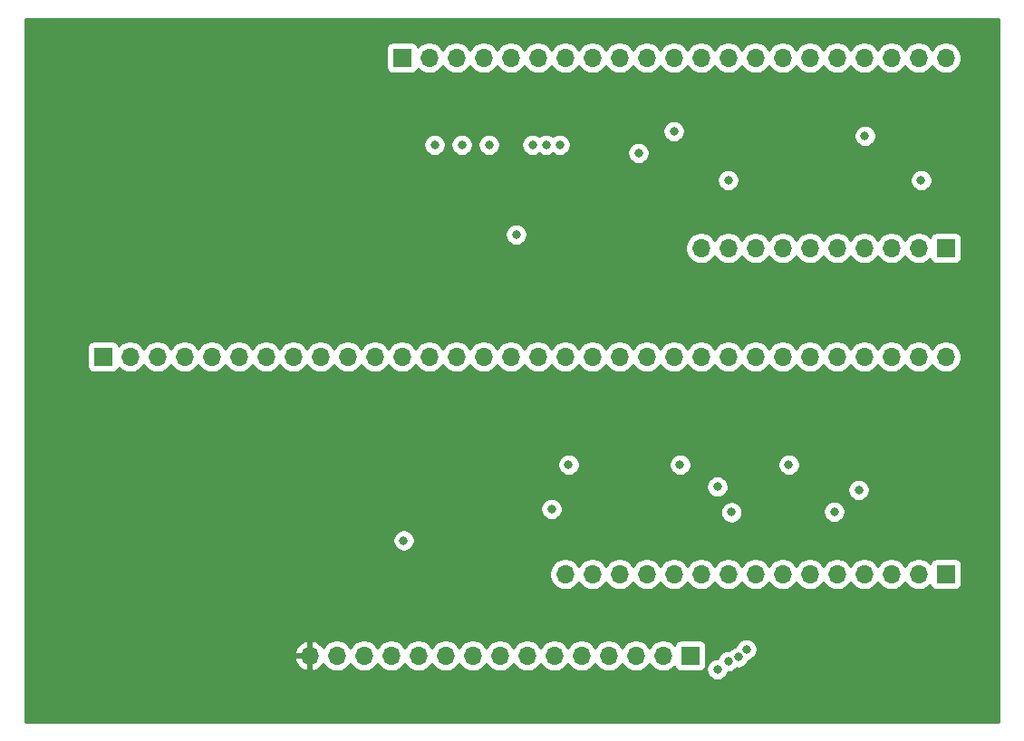
<source format=gbr>
%TF.GenerationSoftware,KiCad,Pcbnew,(5.1.10-1-10_14)*%
%TF.CreationDate,2021-11-23T11:12:12-05:00*%
%TF.ProjectId,control-unit,636f6e74-726f-46c2-9d75-6e69742e6b69,rev?*%
%TF.SameCoordinates,Original*%
%TF.FileFunction,Copper,L3,Inr*%
%TF.FilePolarity,Positive*%
%FSLAX46Y46*%
G04 Gerber Fmt 4.6, Leading zero omitted, Abs format (unit mm)*
G04 Created by KiCad (PCBNEW (5.1.10-1-10_14)) date 2021-11-23 11:12:12*
%MOMM*%
%LPD*%
G01*
G04 APERTURE LIST*
%TA.AperFunction,ComponentPad*%
%ADD10O,1.700000X1.700000*%
%TD*%
%TA.AperFunction,ComponentPad*%
%ADD11R,1.700000X1.700000*%
%TD*%
%TA.AperFunction,ViaPad*%
%ADD12C,0.800000*%
%TD*%
%TA.AperFunction,Conductor*%
%ADD13C,0.254000*%
%TD*%
%TA.AperFunction,Conductor*%
%ADD14C,0.100000*%
%TD*%
G04 APERTURE END LIST*
D10*
%TO.N,VCC*%
%TO.C,J1*%
X139700000Y-116586000D03*
%TO.N,GND*%
X142240000Y-116586000D03*
%TO.N,EEPROM_11*%
X144780000Y-116586000D03*
%TO.N,EEPROM_10*%
X147320000Y-116586000D03*
%TO.N,EEPROM_9*%
X149860000Y-116586000D03*
%TO.N,EEPROM_8*%
X152400000Y-116586000D03*
%TO.N,~READ_MUX0_EN*%
X154940000Y-116586000D03*
%TO.N,~READ_MUX1_EN*%
X157480000Y-116586000D03*
%TO.N,~READ_MUX2_EN*%
X160020000Y-116586000D03*
%TO.N,~WRITE_MUX0_EN*%
X162560000Y-116586000D03*
%TO.N,~WRITE_MUX1_EN*%
X165100000Y-116586000D03*
%TO.N,EEPROM_0*%
X167640000Y-116586000D03*
%TO.N,EEPROM_1*%
X170180000Y-116586000D03*
%TO.N,EEPROM_2*%
X172720000Y-116586000D03*
D11*
%TO.N,EEPROM_3*%
X175260000Y-116586000D03*
%TD*%
D10*
%TO.N,~LOAD_10*%
%TO.C,J7*%
X176276000Y-78486000D03*
%TO.N,~LOAD_11*%
X178816000Y-78486000D03*
%TO.N,~LOAD_12*%
X181356000Y-78486000D03*
%TO.N,~LOAD_13*%
X183896000Y-78486000D03*
%TO.N,~LOAD_14*%
X186436000Y-78486000D03*
%TO.N,~LOAD_26*%
X188976000Y-78486000D03*
%TO.N,~LOAD_27*%
X191516000Y-78486000D03*
%TO.N,~LOAD_28*%
X194056000Y-78486000D03*
%TO.N,~LOAD_29*%
X196596000Y-78486000D03*
D11*
%TO.N,~LOAD_30*%
X199136000Y-78486000D03*
%TD*%
D10*
%TO.N,~READ_31*%
%TO.C,J4*%
X199136000Y-88646000D03*
%TO.N,~READ_32*%
X196596000Y-88646000D03*
%TO.N,~READ_33*%
X194056000Y-88646000D03*
%TO.N,~READ_34*%
X191516000Y-88646000D03*
%TO.N,~READ_35*%
X188976000Y-88646000D03*
%TO.N,~READ_36*%
X186436000Y-88646000D03*
%TO.N,~READ_37*%
X183896000Y-88646000D03*
%TO.N,~READ_38*%
X181356000Y-88646000D03*
%TO.N,~READ_39*%
X178816000Y-88646000D03*
%TO.N,~READ_40*%
X176276000Y-88646000D03*
%TO.N,~READ_41*%
X173736000Y-88646000D03*
%TO.N,~READ_15*%
X171196000Y-88646000D03*
%TO.N,~READ_16*%
X168656000Y-88646000D03*
%TO.N,~READ_17*%
X166116000Y-88646000D03*
%TO.N,~READ_18*%
X163576000Y-88646000D03*
%TO.N,~READ_19*%
X161036000Y-88646000D03*
%TO.N,~READ_20*%
X158496000Y-88646000D03*
%TO.N,~READ_21*%
X155956000Y-88646000D03*
%TO.N,~READ_22*%
X153416000Y-88646000D03*
%TO.N,~READ_23*%
X150876000Y-88646000D03*
%TO.N,~READ_24*%
X148336000Y-88646000D03*
%TO.N,~READ_25*%
X145796000Y-88646000D03*
%TO.N,~READ_0*%
X143256000Y-88646000D03*
%TO.N,~READ_1*%
X140716000Y-88646000D03*
%TO.N,~READ_2*%
X138176000Y-88646000D03*
%TO.N,~READ_3*%
X135636000Y-88646000D03*
%TO.N,~READ_4*%
X133096000Y-88646000D03*
%TO.N,~READ_5*%
X130556000Y-88646000D03*
%TO.N,~READ_6*%
X128016000Y-88646000D03*
%TO.N,~READ_7*%
X125476000Y-88646000D03*
%TO.N,~READ_8*%
X122936000Y-88646000D03*
D11*
%TO.N,~READ_9*%
X120396000Y-88646000D03*
%TD*%
D10*
%TO.N,~READ_10*%
%TO.C,J11*%
X163576000Y-108966000D03*
%TO.N,~READ_11*%
X166116000Y-108966000D03*
%TO.N,~READ_12*%
X168656000Y-108966000D03*
%TO.N,~READ_13*%
X171196000Y-108966000D03*
%TO.N,~READ_14*%
X173736000Y-108966000D03*
%TO.N,~READ_26*%
X176276000Y-108966000D03*
%TO.N,~READ_27*%
X178816000Y-108966000D03*
%TO.N,~READ_28*%
X181356000Y-108966000D03*
%TO.N,~READ_29*%
X183896000Y-108966000D03*
%TO.N,~READ_30*%
X186436000Y-108966000D03*
%TO.N,~READ_42*%
X188976000Y-108966000D03*
%TO.N,~READ_43*%
X191516000Y-108966000D03*
%TO.N,~READ_44*%
X194056000Y-108966000D03*
%TO.N,~READ_45*%
X196596000Y-108966000D03*
D11*
%TO.N,~READ_46*%
X199136000Y-108966000D03*
%TD*%
D10*
%TO.N,~LOAD_15*%
%TO.C,J2*%
X199136000Y-60706000D03*
%TO.N,~LOAD_16*%
X196596000Y-60706000D03*
%TO.N,~LOAD_17*%
X194056000Y-60706000D03*
%TO.N,~LOAD_18*%
X191516000Y-60706000D03*
%TO.N,~LOAD_19*%
X188976000Y-60706000D03*
%TO.N,~LOAD_20*%
X186436000Y-60706000D03*
%TO.N,~LOAD_21*%
X183896000Y-60706000D03*
%TO.N,~LOAD_22*%
X181356000Y-60706000D03*
%TO.N,~LOAD_23*%
X178816000Y-60706000D03*
%TO.N,~LOAD_24*%
X176276000Y-60706000D03*
%TO.N,~LOAD_25*%
X173736000Y-60706000D03*
%TO.N,~LOAD_0*%
X171196000Y-60706000D03*
%TO.N,~LOAD_1*%
X168656000Y-60706000D03*
%TO.N,~LOAD_2*%
X166116000Y-60706000D03*
%TO.N,~LOAD_3*%
X163576000Y-60706000D03*
%TO.N,~LOAD_4*%
X161036000Y-60706000D03*
%TO.N,~LOAD_5*%
X158496000Y-60706000D03*
%TO.N,~LOAD_6*%
X155956000Y-60706000D03*
%TO.N,~LOAD_7*%
X153416000Y-60706000D03*
%TO.N,~LOAD_8*%
X150876000Y-60706000D03*
D11*
%TO.N,~LOAD_9*%
X148336000Y-60706000D03*
%TD*%
D12*
%TO.N,VCC*%
X162710500Y-75842500D03*
X183827500Y-73728500D03*
X201353500Y-73728500D03*
X173094943Y-104394000D03*
X183134000Y-102870000D03*
X150979500Y-105814500D03*
X194310000Y-104394000D03*
%TO.N,GND*%
X159004000Y-77216000D03*
X173736000Y-67564000D03*
X191584500Y-68003500D03*
X163898500Y-98737500D03*
X174312500Y-98737500D03*
X184472500Y-98737500D03*
X148486500Y-105814500D03*
%TO.N,~READ_MUX2_EN*%
X191008000Y-101092000D03*
X188722000Y-103124000D03*
%TO.N,~READ_MUX1_EN*%
X177800000Y-100776010D03*
X179121847Y-103177155D03*
%TO.N,~READ_MUX0_EN*%
X162306000Y-102870000D03*
%TO.N,~WRITE_MUX1_EN*%
X170434000Y-69596000D03*
X196834168Y-72151832D03*
%TO.N,~WRITE_MUX0_EN*%
X178816000Y-72136000D03*
%TO.N,EEPROM_3*%
X163068000Y-68834000D03*
X151384000Y-68834000D03*
%TO.N,EEPROM_2*%
X153924000Y-68834000D03*
X161798000Y-68834000D03*
%TO.N,EEPROM_1*%
X160528000Y-68834000D03*
X156464000Y-68834000D03*
%TO.N,EEPROM_11*%
X180513030Y-115997030D03*
%TO.N,EEPROM_10*%
X179740169Y-116712009D03*
%TO.N,EEPROM_9*%
X178815990Y-117094000D03*
%TO.N,EEPROM_8*%
X177800000Y-117856000D03*
%TD*%
D13*
%TO.N,VCC*%
X204064000Y-116045581D02*
X204064000Y-116045582D01*
X204064001Y-122784000D01*
X113182000Y-122784000D01*
X113182000Y-116942891D01*
X138258519Y-116942891D01*
X138355843Y-117217252D01*
X138504822Y-117467355D01*
X138699731Y-117683588D01*
X138933080Y-117857641D01*
X139195901Y-117982825D01*
X139343110Y-118027476D01*
X139573000Y-117906155D01*
X139573000Y-116713000D01*
X138379186Y-116713000D01*
X138258519Y-116942891D01*
X113182000Y-116942891D01*
X113182000Y-116229109D01*
X138258519Y-116229109D01*
X138379186Y-116459000D01*
X139573000Y-116459000D01*
X139573000Y-115265845D01*
X139827000Y-115265845D01*
X139827000Y-116459000D01*
X139847000Y-116459000D01*
X139847000Y-116713000D01*
X139827000Y-116713000D01*
X139827000Y-117906155D01*
X140056890Y-118027476D01*
X140204099Y-117982825D01*
X140466920Y-117857641D01*
X140700269Y-117683588D01*
X140895178Y-117467355D01*
X140964805Y-117350466D01*
X141086525Y-117532632D01*
X141293368Y-117739475D01*
X141536589Y-117901990D01*
X141806842Y-118013932D01*
X142093740Y-118071000D01*
X142386260Y-118071000D01*
X142673158Y-118013932D01*
X142943411Y-117901990D01*
X143186632Y-117739475D01*
X143393475Y-117532632D01*
X143510000Y-117358240D01*
X143626525Y-117532632D01*
X143833368Y-117739475D01*
X144076589Y-117901990D01*
X144346842Y-118013932D01*
X144633740Y-118071000D01*
X144926260Y-118071000D01*
X145213158Y-118013932D01*
X145483411Y-117901990D01*
X145726632Y-117739475D01*
X145933475Y-117532632D01*
X146050000Y-117358240D01*
X146166525Y-117532632D01*
X146373368Y-117739475D01*
X146616589Y-117901990D01*
X146886842Y-118013932D01*
X147173740Y-118071000D01*
X147466260Y-118071000D01*
X147753158Y-118013932D01*
X148023411Y-117901990D01*
X148266632Y-117739475D01*
X148473475Y-117532632D01*
X148590000Y-117358240D01*
X148706525Y-117532632D01*
X148913368Y-117739475D01*
X149156589Y-117901990D01*
X149426842Y-118013932D01*
X149713740Y-118071000D01*
X150006260Y-118071000D01*
X150293158Y-118013932D01*
X150563411Y-117901990D01*
X150806632Y-117739475D01*
X151013475Y-117532632D01*
X151130000Y-117358240D01*
X151246525Y-117532632D01*
X151453368Y-117739475D01*
X151696589Y-117901990D01*
X151966842Y-118013932D01*
X152253740Y-118071000D01*
X152546260Y-118071000D01*
X152833158Y-118013932D01*
X153103411Y-117901990D01*
X153346632Y-117739475D01*
X153553475Y-117532632D01*
X153670000Y-117358240D01*
X153786525Y-117532632D01*
X153993368Y-117739475D01*
X154236589Y-117901990D01*
X154506842Y-118013932D01*
X154793740Y-118071000D01*
X155086260Y-118071000D01*
X155373158Y-118013932D01*
X155643411Y-117901990D01*
X155886632Y-117739475D01*
X156093475Y-117532632D01*
X156210000Y-117358240D01*
X156326525Y-117532632D01*
X156533368Y-117739475D01*
X156776589Y-117901990D01*
X157046842Y-118013932D01*
X157333740Y-118071000D01*
X157626260Y-118071000D01*
X157913158Y-118013932D01*
X158183411Y-117901990D01*
X158426632Y-117739475D01*
X158633475Y-117532632D01*
X158750000Y-117358240D01*
X158866525Y-117532632D01*
X159073368Y-117739475D01*
X159316589Y-117901990D01*
X159586842Y-118013932D01*
X159873740Y-118071000D01*
X160166260Y-118071000D01*
X160453158Y-118013932D01*
X160723411Y-117901990D01*
X160966632Y-117739475D01*
X161173475Y-117532632D01*
X161290000Y-117358240D01*
X161406525Y-117532632D01*
X161613368Y-117739475D01*
X161856589Y-117901990D01*
X162126842Y-118013932D01*
X162413740Y-118071000D01*
X162706260Y-118071000D01*
X162993158Y-118013932D01*
X163263411Y-117901990D01*
X163506632Y-117739475D01*
X163713475Y-117532632D01*
X163830000Y-117358240D01*
X163946525Y-117532632D01*
X164153368Y-117739475D01*
X164396589Y-117901990D01*
X164666842Y-118013932D01*
X164953740Y-118071000D01*
X165246260Y-118071000D01*
X165533158Y-118013932D01*
X165803411Y-117901990D01*
X166046632Y-117739475D01*
X166253475Y-117532632D01*
X166370000Y-117358240D01*
X166486525Y-117532632D01*
X166693368Y-117739475D01*
X166936589Y-117901990D01*
X167206842Y-118013932D01*
X167493740Y-118071000D01*
X167786260Y-118071000D01*
X168073158Y-118013932D01*
X168343411Y-117901990D01*
X168586632Y-117739475D01*
X168793475Y-117532632D01*
X168910000Y-117358240D01*
X169026525Y-117532632D01*
X169233368Y-117739475D01*
X169476589Y-117901990D01*
X169746842Y-118013932D01*
X170033740Y-118071000D01*
X170326260Y-118071000D01*
X170613158Y-118013932D01*
X170883411Y-117901990D01*
X171126632Y-117739475D01*
X171333475Y-117532632D01*
X171450000Y-117358240D01*
X171566525Y-117532632D01*
X171773368Y-117739475D01*
X172016589Y-117901990D01*
X172286842Y-118013932D01*
X172573740Y-118071000D01*
X172866260Y-118071000D01*
X173153158Y-118013932D01*
X173423411Y-117901990D01*
X173666632Y-117739475D01*
X173798487Y-117607620D01*
X173820498Y-117680180D01*
X173879463Y-117790494D01*
X173958815Y-117887185D01*
X174055506Y-117966537D01*
X174165820Y-118025502D01*
X174285518Y-118061812D01*
X174410000Y-118074072D01*
X176110000Y-118074072D01*
X176234482Y-118061812D01*
X176354180Y-118025502D01*
X176464494Y-117966537D01*
X176561185Y-117887185D01*
X176640537Y-117790494D01*
X176660011Y-117754061D01*
X176765000Y-117754061D01*
X176765000Y-117957939D01*
X176804774Y-118157898D01*
X176882795Y-118346256D01*
X176996063Y-118515774D01*
X177140226Y-118659937D01*
X177309744Y-118773205D01*
X177498102Y-118851226D01*
X177698061Y-118891000D01*
X177901939Y-118891000D01*
X178101898Y-118851226D01*
X178290256Y-118773205D01*
X178459774Y-118659937D01*
X178603937Y-118515774D01*
X178717205Y-118346256D01*
X178795226Y-118157898D01*
X178800974Y-118129000D01*
X178917929Y-118129000D01*
X179117888Y-118089226D01*
X179306246Y-118011205D01*
X179475764Y-117897937D01*
X179619927Y-117753774D01*
X179626064Y-117744589D01*
X179638230Y-117747009D01*
X179842108Y-117747009D01*
X180042067Y-117707235D01*
X180230425Y-117629214D01*
X180399943Y-117515946D01*
X180544106Y-117371783D01*
X180657374Y-117202265D01*
X180735395Y-117013907D01*
X180736603Y-117007836D01*
X180814928Y-116992256D01*
X181003286Y-116914235D01*
X181172804Y-116800967D01*
X181316967Y-116656804D01*
X181430235Y-116487286D01*
X181508256Y-116298928D01*
X181548030Y-116098969D01*
X181548030Y-115895091D01*
X181508256Y-115695132D01*
X181430235Y-115506774D01*
X181316967Y-115337256D01*
X181172804Y-115193093D01*
X181003286Y-115079825D01*
X180814928Y-115001804D01*
X180614969Y-114962030D01*
X180411091Y-114962030D01*
X180211132Y-115001804D01*
X180022774Y-115079825D01*
X179853256Y-115193093D01*
X179709093Y-115337256D01*
X179595825Y-115506774D01*
X179517804Y-115695132D01*
X179516596Y-115701203D01*
X179438271Y-115716783D01*
X179249913Y-115794804D01*
X179080395Y-115908072D01*
X178936232Y-116052235D01*
X178930095Y-116061420D01*
X178917929Y-116059000D01*
X178714051Y-116059000D01*
X178514092Y-116098774D01*
X178325734Y-116176795D01*
X178156216Y-116290063D01*
X178012053Y-116434226D01*
X177898785Y-116603744D01*
X177820764Y-116792102D01*
X177815016Y-116821000D01*
X177698061Y-116821000D01*
X177498102Y-116860774D01*
X177309744Y-116938795D01*
X177140226Y-117052063D01*
X176996063Y-117196226D01*
X176882795Y-117365744D01*
X176804774Y-117554102D01*
X176765000Y-117754061D01*
X176660011Y-117754061D01*
X176699502Y-117680180D01*
X176735812Y-117560482D01*
X176748072Y-117436000D01*
X176748072Y-115736000D01*
X176735812Y-115611518D01*
X176699502Y-115491820D01*
X176640537Y-115381506D01*
X176561185Y-115284815D01*
X176464494Y-115205463D01*
X176354180Y-115146498D01*
X176234482Y-115110188D01*
X176110000Y-115097928D01*
X174410000Y-115097928D01*
X174285518Y-115110188D01*
X174165820Y-115146498D01*
X174055506Y-115205463D01*
X173958815Y-115284815D01*
X173879463Y-115381506D01*
X173820498Y-115491820D01*
X173798487Y-115564380D01*
X173666632Y-115432525D01*
X173423411Y-115270010D01*
X173153158Y-115158068D01*
X172866260Y-115101000D01*
X172573740Y-115101000D01*
X172286842Y-115158068D01*
X172016589Y-115270010D01*
X171773368Y-115432525D01*
X171566525Y-115639368D01*
X171450000Y-115813760D01*
X171333475Y-115639368D01*
X171126632Y-115432525D01*
X170883411Y-115270010D01*
X170613158Y-115158068D01*
X170326260Y-115101000D01*
X170033740Y-115101000D01*
X169746842Y-115158068D01*
X169476589Y-115270010D01*
X169233368Y-115432525D01*
X169026525Y-115639368D01*
X168910000Y-115813760D01*
X168793475Y-115639368D01*
X168586632Y-115432525D01*
X168343411Y-115270010D01*
X168073158Y-115158068D01*
X167786260Y-115101000D01*
X167493740Y-115101000D01*
X167206842Y-115158068D01*
X166936589Y-115270010D01*
X166693368Y-115432525D01*
X166486525Y-115639368D01*
X166370000Y-115813760D01*
X166253475Y-115639368D01*
X166046632Y-115432525D01*
X165803411Y-115270010D01*
X165533158Y-115158068D01*
X165246260Y-115101000D01*
X164953740Y-115101000D01*
X164666842Y-115158068D01*
X164396589Y-115270010D01*
X164153368Y-115432525D01*
X163946525Y-115639368D01*
X163830000Y-115813760D01*
X163713475Y-115639368D01*
X163506632Y-115432525D01*
X163263411Y-115270010D01*
X162993158Y-115158068D01*
X162706260Y-115101000D01*
X162413740Y-115101000D01*
X162126842Y-115158068D01*
X161856589Y-115270010D01*
X161613368Y-115432525D01*
X161406525Y-115639368D01*
X161290000Y-115813760D01*
X161173475Y-115639368D01*
X160966632Y-115432525D01*
X160723411Y-115270010D01*
X160453158Y-115158068D01*
X160166260Y-115101000D01*
X159873740Y-115101000D01*
X159586842Y-115158068D01*
X159316589Y-115270010D01*
X159073368Y-115432525D01*
X158866525Y-115639368D01*
X158750000Y-115813760D01*
X158633475Y-115639368D01*
X158426632Y-115432525D01*
X158183411Y-115270010D01*
X157913158Y-115158068D01*
X157626260Y-115101000D01*
X157333740Y-115101000D01*
X157046842Y-115158068D01*
X156776589Y-115270010D01*
X156533368Y-115432525D01*
X156326525Y-115639368D01*
X156210000Y-115813760D01*
X156093475Y-115639368D01*
X155886632Y-115432525D01*
X155643411Y-115270010D01*
X155373158Y-115158068D01*
X155086260Y-115101000D01*
X154793740Y-115101000D01*
X154506842Y-115158068D01*
X154236589Y-115270010D01*
X153993368Y-115432525D01*
X153786525Y-115639368D01*
X153670000Y-115813760D01*
X153553475Y-115639368D01*
X153346632Y-115432525D01*
X153103411Y-115270010D01*
X152833158Y-115158068D01*
X152546260Y-115101000D01*
X152253740Y-115101000D01*
X151966842Y-115158068D01*
X151696589Y-115270010D01*
X151453368Y-115432525D01*
X151246525Y-115639368D01*
X151130000Y-115813760D01*
X151013475Y-115639368D01*
X150806632Y-115432525D01*
X150563411Y-115270010D01*
X150293158Y-115158068D01*
X150006260Y-115101000D01*
X149713740Y-115101000D01*
X149426842Y-115158068D01*
X149156589Y-115270010D01*
X148913368Y-115432525D01*
X148706525Y-115639368D01*
X148590000Y-115813760D01*
X148473475Y-115639368D01*
X148266632Y-115432525D01*
X148023411Y-115270010D01*
X147753158Y-115158068D01*
X147466260Y-115101000D01*
X147173740Y-115101000D01*
X146886842Y-115158068D01*
X146616589Y-115270010D01*
X146373368Y-115432525D01*
X146166525Y-115639368D01*
X146050000Y-115813760D01*
X145933475Y-115639368D01*
X145726632Y-115432525D01*
X145483411Y-115270010D01*
X145213158Y-115158068D01*
X144926260Y-115101000D01*
X144633740Y-115101000D01*
X144346842Y-115158068D01*
X144076589Y-115270010D01*
X143833368Y-115432525D01*
X143626525Y-115639368D01*
X143510000Y-115813760D01*
X143393475Y-115639368D01*
X143186632Y-115432525D01*
X142943411Y-115270010D01*
X142673158Y-115158068D01*
X142386260Y-115101000D01*
X142093740Y-115101000D01*
X141806842Y-115158068D01*
X141536589Y-115270010D01*
X141293368Y-115432525D01*
X141086525Y-115639368D01*
X140964805Y-115821534D01*
X140895178Y-115704645D01*
X140700269Y-115488412D01*
X140466920Y-115314359D01*
X140204099Y-115189175D01*
X140056890Y-115144524D01*
X139827000Y-115265845D01*
X139573000Y-115265845D01*
X139343110Y-115144524D01*
X139195901Y-115189175D01*
X138933080Y-115314359D01*
X138699731Y-115488412D01*
X138504822Y-115704645D01*
X138355843Y-115954748D01*
X138258519Y-116229109D01*
X113182000Y-116229109D01*
X113182000Y-108819740D01*
X162091000Y-108819740D01*
X162091000Y-109112260D01*
X162148068Y-109399158D01*
X162260010Y-109669411D01*
X162422525Y-109912632D01*
X162629368Y-110119475D01*
X162872589Y-110281990D01*
X163142842Y-110393932D01*
X163429740Y-110451000D01*
X163722260Y-110451000D01*
X164009158Y-110393932D01*
X164279411Y-110281990D01*
X164522632Y-110119475D01*
X164729475Y-109912632D01*
X164846000Y-109738240D01*
X164962525Y-109912632D01*
X165169368Y-110119475D01*
X165412589Y-110281990D01*
X165682842Y-110393932D01*
X165969740Y-110451000D01*
X166262260Y-110451000D01*
X166549158Y-110393932D01*
X166819411Y-110281990D01*
X167062632Y-110119475D01*
X167269475Y-109912632D01*
X167386000Y-109738240D01*
X167502525Y-109912632D01*
X167709368Y-110119475D01*
X167952589Y-110281990D01*
X168222842Y-110393932D01*
X168509740Y-110451000D01*
X168802260Y-110451000D01*
X169089158Y-110393932D01*
X169359411Y-110281990D01*
X169602632Y-110119475D01*
X169809475Y-109912632D01*
X169926000Y-109738240D01*
X170042525Y-109912632D01*
X170249368Y-110119475D01*
X170492589Y-110281990D01*
X170762842Y-110393932D01*
X171049740Y-110451000D01*
X171342260Y-110451000D01*
X171629158Y-110393932D01*
X171899411Y-110281990D01*
X172142632Y-110119475D01*
X172349475Y-109912632D01*
X172466000Y-109738240D01*
X172582525Y-109912632D01*
X172789368Y-110119475D01*
X173032589Y-110281990D01*
X173302842Y-110393932D01*
X173589740Y-110451000D01*
X173882260Y-110451000D01*
X174169158Y-110393932D01*
X174439411Y-110281990D01*
X174682632Y-110119475D01*
X174889475Y-109912632D01*
X175006000Y-109738240D01*
X175122525Y-109912632D01*
X175329368Y-110119475D01*
X175572589Y-110281990D01*
X175842842Y-110393932D01*
X176129740Y-110451000D01*
X176422260Y-110451000D01*
X176709158Y-110393932D01*
X176979411Y-110281990D01*
X177222632Y-110119475D01*
X177429475Y-109912632D01*
X177546000Y-109738240D01*
X177662525Y-109912632D01*
X177869368Y-110119475D01*
X178112589Y-110281990D01*
X178382842Y-110393932D01*
X178669740Y-110451000D01*
X178962260Y-110451000D01*
X179249158Y-110393932D01*
X179519411Y-110281990D01*
X179762632Y-110119475D01*
X179969475Y-109912632D01*
X180086000Y-109738240D01*
X180202525Y-109912632D01*
X180409368Y-110119475D01*
X180652589Y-110281990D01*
X180922842Y-110393932D01*
X181209740Y-110451000D01*
X181502260Y-110451000D01*
X181789158Y-110393932D01*
X182059411Y-110281990D01*
X182302632Y-110119475D01*
X182509475Y-109912632D01*
X182626000Y-109738240D01*
X182742525Y-109912632D01*
X182949368Y-110119475D01*
X183192589Y-110281990D01*
X183462842Y-110393932D01*
X183749740Y-110451000D01*
X184042260Y-110451000D01*
X184329158Y-110393932D01*
X184599411Y-110281990D01*
X184842632Y-110119475D01*
X185049475Y-109912632D01*
X185166000Y-109738240D01*
X185282525Y-109912632D01*
X185489368Y-110119475D01*
X185732589Y-110281990D01*
X186002842Y-110393932D01*
X186289740Y-110451000D01*
X186582260Y-110451000D01*
X186869158Y-110393932D01*
X187139411Y-110281990D01*
X187382632Y-110119475D01*
X187589475Y-109912632D01*
X187706000Y-109738240D01*
X187822525Y-109912632D01*
X188029368Y-110119475D01*
X188272589Y-110281990D01*
X188542842Y-110393932D01*
X188829740Y-110451000D01*
X189122260Y-110451000D01*
X189409158Y-110393932D01*
X189679411Y-110281990D01*
X189922632Y-110119475D01*
X190129475Y-109912632D01*
X190246000Y-109738240D01*
X190362525Y-109912632D01*
X190569368Y-110119475D01*
X190812589Y-110281990D01*
X191082842Y-110393932D01*
X191369740Y-110451000D01*
X191662260Y-110451000D01*
X191949158Y-110393932D01*
X192219411Y-110281990D01*
X192462632Y-110119475D01*
X192669475Y-109912632D01*
X192786000Y-109738240D01*
X192902525Y-109912632D01*
X193109368Y-110119475D01*
X193352589Y-110281990D01*
X193622842Y-110393932D01*
X193909740Y-110451000D01*
X194202260Y-110451000D01*
X194489158Y-110393932D01*
X194759411Y-110281990D01*
X195002632Y-110119475D01*
X195209475Y-109912632D01*
X195326000Y-109738240D01*
X195442525Y-109912632D01*
X195649368Y-110119475D01*
X195892589Y-110281990D01*
X196162842Y-110393932D01*
X196449740Y-110451000D01*
X196742260Y-110451000D01*
X197029158Y-110393932D01*
X197299411Y-110281990D01*
X197542632Y-110119475D01*
X197674487Y-109987620D01*
X197696498Y-110060180D01*
X197755463Y-110170494D01*
X197834815Y-110267185D01*
X197931506Y-110346537D01*
X198041820Y-110405502D01*
X198161518Y-110441812D01*
X198286000Y-110454072D01*
X199986000Y-110454072D01*
X200110482Y-110441812D01*
X200230180Y-110405502D01*
X200340494Y-110346537D01*
X200437185Y-110267185D01*
X200516537Y-110170494D01*
X200575502Y-110060180D01*
X200611812Y-109940482D01*
X200624072Y-109816000D01*
X200624072Y-108116000D01*
X200611812Y-107991518D01*
X200575502Y-107871820D01*
X200516537Y-107761506D01*
X200437185Y-107664815D01*
X200340494Y-107585463D01*
X200230180Y-107526498D01*
X200110482Y-107490188D01*
X199986000Y-107477928D01*
X198286000Y-107477928D01*
X198161518Y-107490188D01*
X198041820Y-107526498D01*
X197931506Y-107585463D01*
X197834815Y-107664815D01*
X197755463Y-107761506D01*
X197696498Y-107871820D01*
X197674487Y-107944380D01*
X197542632Y-107812525D01*
X197299411Y-107650010D01*
X197029158Y-107538068D01*
X196742260Y-107481000D01*
X196449740Y-107481000D01*
X196162842Y-107538068D01*
X195892589Y-107650010D01*
X195649368Y-107812525D01*
X195442525Y-108019368D01*
X195326000Y-108193760D01*
X195209475Y-108019368D01*
X195002632Y-107812525D01*
X194759411Y-107650010D01*
X194489158Y-107538068D01*
X194202260Y-107481000D01*
X193909740Y-107481000D01*
X193622842Y-107538068D01*
X193352589Y-107650010D01*
X193109368Y-107812525D01*
X192902525Y-108019368D01*
X192786000Y-108193760D01*
X192669475Y-108019368D01*
X192462632Y-107812525D01*
X192219411Y-107650010D01*
X191949158Y-107538068D01*
X191662260Y-107481000D01*
X191369740Y-107481000D01*
X191082842Y-107538068D01*
X190812589Y-107650010D01*
X190569368Y-107812525D01*
X190362525Y-108019368D01*
X190246000Y-108193760D01*
X190129475Y-108019368D01*
X189922632Y-107812525D01*
X189679411Y-107650010D01*
X189409158Y-107538068D01*
X189122260Y-107481000D01*
X188829740Y-107481000D01*
X188542842Y-107538068D01*
X188272589Y-107650010D01*
X188029368Y-107812525D01*
X187822525Y-108019368D01*
X187706000Y-108193760D01*
X187589475Y-108019368D01*
X187382632Y-107812525D01*
X187139411Y-107650010D01*
X186869158Y-107538068D01*
X186582260Y-107481000D01*
X186289740Y-107481000D01*
X186002842Y-107538068D01*
X185732589Y-107650010D01*
X185489368Y-107812525D01*
X185282525Y-108019368D01*
X185166000Y-108193760D01*
X185049475Y-108019368D01*
X184842632Y-107812525D01*
X184599411Y-107650010D01*
X184329158Y-107538068D01*
X184042260Y-107481000D01*
X183749740Y-107481000D01*
X183462842Y-107538068D01*
X183192589Y-107650010D01*
X182949368Y-107812525D01*
X182742525Y-108019368D01*
X182626000Y-108193760D01*
X182509475Y-108019368D01*
X182302632Y-107812525D01*
X182059411Y-107650010D01*
X181789158Y-107538068D01*
X181502260Y-107481000D01*
X181209740Y-107481000D01*
X180922842Y-107538068D01*
X180652589Y-107650010D01*
X180409368Y-107812525D01*
X180202525Y-108019368D01*
X180086000Y-108193760D01*
X179969475Y-108019368D01*
X179762632Y-107812525D01*
X179519411Y-107650010D01*
X179249158Y-107538068D01*
X178962260Y-107481000D01*
X178669740Y-107481000D01*
X178382842Y-107538068D01*
X178112589Y-107650010D01*
X177869368Y-107812525D01*
X177662525Y-108019368D01*
X177546000Y-108193760D01*
X177429475Y-108019368D01*
X177222632Y-107812525D01*
X176979411Y-107650010D01*
X176709158Y-107538068D01*
X176422260Y-107481000D01*
X176129740Y-107481000D01*
X175842842Y-107538068D01*
X175572589Y-107650010D01*
X175329368Y-107812525D01*
X175122525Y-108019368D01*
X175006000Y-108193760D01*
X174889475Y-108019368D01*
X174682632Y-107812525D01*
X174439411Y-107650010D01*
X174169158Y-107538068D01*
X173882260Y-107481000D01*
X173589740Y-107481000D01*
X173302842Y-107538068D01*
X173032589Y-107650010D01*
X172789368Y-107812525D01*
X172582525Y-108019368D01*
X172466000Y-108193760D01*
X172349475Y-108019368D01*
X172142632Y-107812525D01*
X171899411Y-107650010D01*
X171629158Y-107538068D01*
X171342260Y-107481000D01*
X171049740Y-107481000D01*
X170762842Y-107538068D01*
X170492589Y-107650010D01*
X170249368Y-107812525D01*
X170042525Y-108019368D01*
X169926000Y-108193760D01*
X169809475Y-108019368D01*
X169602632Y-107812525D01*
X169359411Y-107650010D01*
X169089158Y-107538068D01*
X168802260Y-107481000D01*
X168509740Y-107481000D01*
X168222842Y-107538068D01*
X167952589Y-107650010D01*
X167709368Y-107812525D01*
X167502525Y-108019368D01*
X167386000Y-108193760D01*
X167269475Y-108019368D01*
X167062632Y-107812525D01*
X166819411Y-107650010D01*
X166549158Y-107538068D01*
X166262260Y-107481000D01*
X165969740Y-107481000D01*
X165682842Y-107538068D01*
X165412589Y-107650010D01*
X165169368Y-107812525D01*
X164962525Y-108019368D01*
X164846000Y-108193760D01*
X164729475Y-108019368D01*
X164522632Y-107812525D01*
X164279411Y-107650010D01*
X164009158Y-107538068D01*
X163722260Y-107481000D01*
X163429740Y-107481000D01*
X163142842Y-107538068D01*
X162872589Y-107650010D01*
X162629368Y-107812525D01*
X162422525Y-108019368D01*
X162260010Y-108262589D01*
X162148068Y-108532842D01*
X162091000Y-108819740D01*
X113182000Y-108819740D01*
X113182000Y-105712561D01*
X147451500Y-105712561D01*
X147451500Y-105916439D01*
X147491274Y-106116398D01*
X147569295Y-106304756D01*
X147682563Y-106474274D01*
X147826726Y-106618437D01*
X147996244Y-106731705D01*
X148184602Y-106809726D01*
X148384561Y-106849500D01*
X148588439Y-106849500D01*
X148788398Y-106809726D01*
X148976756Y-106731705D01*
X149146274Y-106618437D01*
X149290437Y-106474274D01*
X149403705Y-106304756D01*
X149481726Y-106116398D01*
X149521500Y-105916439D01*
X149521500Y-105712561D01*
X149481726Y-105512602D01*
X149403705Y-105324244D01*
X149290437Y-105154726D01*
X149146274Y-105010563D01*
X148976756Y-104897295D01*
X148788398Y-104819274D01*
X148588439Y-104779500D01*
X148384561Y-104779500D01*
X148184602Y-104819274D01*
X147996244Y-104897295D01*
X147826726Y-105010563D01*
X147682563Y-105154726D01*
X147569295Y-105324244D01*
X147491274Y-105512602D01*
X147451500Y-105712561D01*
X113182000Y-105712561D01*
X113182000Y-102768061D01*
X161271000Y-102768061D01*
X161271000Y-102971939D01*
X161310774Y-103171898D01*
X161388795Y-103360256D01*
X161502063Y-103529774D01*
X161646226Y-103673937D01*
X161815744Y-103787205D01*
X162004102Y-103865226D01*
X162204061Y-103905000D01*
X162407939Y-103905000D01*
X162607898Y-103865226D01*
X162796256Y-103787205D01*
X162965774Y-103673937D01*
X163109937Y-103529774D01*
X163223205Y-103360256D01*
X163301226Y-103171898D01*
X163320457Y-103075216D01*
X178086847Y-103075216D01*
X178086847Y-103279094D01*
X178126621Y-103479053D01*
X178204642Y-103667411D01*
X178317910Y-103836929D01*
X178462073Y-103981092D01*
X178631591Y-104094360D01*
X178819949Y-104172381D01*
X179019908Y-104212155D01*
X179223786Y-104212155D01*
X179423745Y-104172381D01*
X179612103Y-104094360D01*
X179781621Y-103981092D01*
X179925784Y-103836929D01*
X180039052Y-103667411D01*
X180117073Y-103479053D01*
X180156847Y-103279094D01*
X180156847Y-103075216D01*
X180146274Y-103022061D01*
X187687000Y-103022061D01*
X187687000Y-103225939D01*
X187726774Y-103425898D01*
X187804795Y-103614256D01*
X187918063Y-103783774D01*
X188062226Y-103927937D01*
X188231744Y-104041205D01*
X188420102Y-104119226D01*
X188620061Y-104159000D01*
X188823939Y-104159000D01*
X189023898Y-104119226D01*
X189212256Y-104041205D01*
X189381774Y-103927937D01*
X189525937Y-103783774D01*
X189639205Y-103614256D01*
X189717226Y-103425898D01*
X189757000Y-103225939D01*
X189757000Y-103022061D01*
X189717226Y-102822102D01*
X189639205Y-102633744D01*
X189525937Y-102464226D01*
X189381774Y-102320063D01*
X189212256Y-102206795D01*
X189023898Y-102128774D01*
X188823939Y-102089000D01*
X188620061Y-102089000D01*
X188420102Y-102128774D01*
X188231744Y-102206795D01*
X188062226Y-102320063D01*
X187918063Y-102464226D01*
X187804795Y-102633744D01*
X187726774Y-102822102D01*
X187687000Y-103022061D01*
X180146274Y-103022061D01*
X180117073Y-102875257D01*
X180039052Y-102686899D01*
X179925784Y-102517381D01*
X179781621Y-102373218D01*
X179612103Y-102259950D01*
X179423745Y-102181929D01*
X179223786Y-102142155D01*
X179019908Y-102142155D01*
X178819949Y-102181929D01*
X178631591Y-102259950D01*
X178462073Y-102373218D01*
X178317910Y-102517381D01*
X178204642Y-102686899D01*
X178126621Y-102875257D01*
X178086847Y-103075216D01*
X163320457Y-103075216D01*
X163341000Y-102971939D01*
X163341000Y-102768061D01*
X163301226Y-102568102D01*
X163223205Y-102379744D01*
X163109937Y-102210226D01*
X162965774Y-102066063D01*
X162796256Y-101952795D01*
X162607898Y-101874774D01*
X162407939Y-101835000D01*
X162204061Y-101835000D01*
X162004102Y-101874774D01*
X161815744Y-101952795D01*
X161646226Y-102066063D01*
X161502063Y-102210226D01*
X161388795Y-102379744D01*
X161310774Y-102568102D01*
X161271000Y-102768061D01*
X113182000Y-102768061D01*
X113182000Y-100674071D01*
X176765000Y-100674071D01*
X176765000Y-100877949D01*
X176804774Y-101077908D01*
X176882795Y-101266266D01*
X176996063Y-101435784D01*
X177140226Y-101579947D01*
X177309744Y-101693215D01*
X177498102Y-101771236D01*
X177698061Y-101811010D01*
X177901939Y-101811010D01*
X178101898Y-101771236D01*
X178290256Y-101693215D01*
X178459774Y-101579947D01*
X178603937Y-101435784D01*
X178717205Y-101266266D01*
X178795226Y-101077908D01*
X178812699Y-100990061D01*
X189973000Y-100990061D01*
X189973000Y-101193939D01*
X190012774Y-101393898D01*
X190090795Y-101582256D01*
X190204063Y-101751774D01*
X190348226Y-101895937D01*
X190517744Y-102009205D01*
X190706102Y-102087226D01*
X190906061Y-102127000D01*
X191109939Y-102127000D01*
X191309898Y-102087226D01*
X191498256Y-102009205D01*
X191667774Y-101895937D01*
X191811937Y-101751774D01*
X191925205Y-101582256D01*
X192003226Y-101393898D01*
X192043000Y-101193939D01*
X192043000Y-100990061D01*
X192003226Y-100790102D01*
X191925205Y-100601744D01*
X191811937Y-100432226D01*
X191667774Y-100288063D01*
X191498256Y-100174795D01*
X191309898Y-100096774D01*
X191109939Y-100057000D01*
X190906061Y-100057000D01*
X190706102Y-100096774D01*
X190517744Y-100174795D01*
X190348226Y-100288063D01*
X190204063Y-100432226D01*
X190090795Y-100601744D01*
X190012774Y-100790102D01*
X189973000Y-100990061D01*
X178812699Y-100990061D01*
X178835000Y-100877949D01*
X178835000Y-100674071D01*
X178795226Y-100474112D01*
X178717205Y-100285754D01*
X178603937Y-100116236D01*
X178459774Y-99972073D01*
X178290256Y-99858805D01*
X178101898Y-99780784D01*
X177901939Y-99741010D01*
X177698061Y-99741010D01*
X177498102Y-99780784D01*
X177309744Y-99858805D01*
X177140226Y-99972073D01*
X176996063Y-100116236D01*
X176882795Y-100285754D01*
X176804774Y-100474112D01*
X176765000Y-100674071D01*
X113182000Y-100674071D01*
X113182000Y-98635561D01*
X162863500Y-98635561D01*
X162863500Y-98839439D01*
X162903274Y-99039398D01*
X162981295Y-99227756D01*
X163094563Y-99397274D01*
X163238726Y-99541437D01*
X163408244Y-99654705D01*
X163596602Y-99732726D01*
X163796561Y-99772500D01*
X164000439Y-99772500D01*
X164200398Y-99732726D01*
X164388756Y-99654705D01*
X164558274Y-99541437D01*
X164702437Y-99397274D01*
X164815705Y-99227756D01*
X164893726Y-99039398D01*
X164933500Y-98839439D01*
X164933500Y-98635561D01*
X173277500Y-98635561D01*
X173277500Y-98839439D01*
X173317274Y-99039398D01*
X173395295Y-99227756D01*
X173508563Y-99397274D01*
X173652726Y-99541437D01*
X173822244Y-99654705D01*
X174010602Y-99732726D01*
X174210561Y-99772500D01*
X174414439Y-99772500D01*
X174614398Y-99732726D01*
X174802756Y-99654705D01*
X174972274Y-99541437D01*
X175116437Y-99397274D01*
X175229705Y-99227756D01*
X175307726Y-99039398D01*
X175347500Y-98839439D01*
X175347500Y-98635561D01*
X183437500Y-98635561D01*
X183437500Y-98839439D01*
X183477274Y-99039398D01*
X183555295Y-99227756D01*
X183668563Y-99397274D01*
X183812726Y-99541437D01*
X183982244Y-99654705D01*
X184170602Y-99732726D01*
X184370561Y-99772500D01*
X184574439Y-99772500D01*
X184774398Y-99732726D01*
X184962756Y-99654705D01*
X185132274Y-99541437D01*
X185276437Y-99397274D01*
X185389705Y-99227756D01*
X185467726Y-99039398D01*
X185507500Y-98839439D01*
X185507500Y-98635561D01*
X185467726Y-98435602D01*
X185389705Y-98247244D01*
X185276437Y-98077726D01*
X185132274Y-97933563D01*
X184962756Y-97820295D01*
X184774398Y-97742274D01*
X184574439Y-97702500D01*
X184370561Y-97702500D01*
X184170602Y-97742274D01*
X183982244Y-97820295D01*
X183812726Y-97933563D01*
X183668563Y-98077726D01*
X183555295Y-98247244D01*
X183477274Y-98435602D01*
X183437500Y-98635561D01*
X175347500Y-98635561D01*
X175307726Y-98435602D01*
X175229705Y-98247244D01*
X175116437Y-98077726D01*
X174972274Y-97933563D01*
X174802756Y-97820295D01*
X174614398Y-97742274D01*
X174414439Y-97702500D01*
X174210561Y-97702500D01*
X174010602Y-97742274D01*
X173822244Y-97820295D01*
X173652726Y-97933563D01*
X173508563Y-98077726D01*
X173395295Y-98247244D01*
X173317274Y-98435602D01*
X173277500Y-98635561D01*
X164933500Y-98635561D01*
X164893726Y-98435602D01*
X164815705Y-98247244D01*
X164702437Y-98077726D01*
X164558274Y-97933563D01*
X164388756Y-97820295D01*
X164200398Y-97742274D01*
X164000439Y-97702500D01*
X163796561Y-97702500D01*
X163596602Y-97742274D01*
X163408244Y-97820295D01*
X163238726Y-97933563D01*
X163094563Y-98077726D01*
X162981295Y-98247244D01*
X162903274Y-98435602D01*
X162863500Y-98635561D01*
X113182000Y-98635561D01*
X113182000Y-87796000D01*
X118907928Y-87796000D01*
X118907928Y-89496000D01*
X118920188Y-89620482D01*
X118956498Y-89740180D01*
X119015463Y-89850494D01*
X119094815Y-89947185D01*
X119191506Y-90026537D01*
X119301820Y-90085502D01*
X119421518Y-90121812D01*
X119546000Y-90134072D01*
X121246000Y-90134072D01*
X121370482Y-90121812D01*
X121490180Y-90085502D01*
X121600494Y-90026537D01*
X121697185Y-89947185D01*
X121776537Y-89850494D01*
X121835502Y-89740180D01*
X121857513Y-89667620D01*
X121989368Y-89799475D01*
X122232589Y-89961990D01*
X122502842Y-90073932D01*
X122789740Y-90131000D01*
X123082260Y-90131000D01*
X123369158Y-90073932D01*
X123639411Y-89961990D01*
X123882632Y-89799475D01*
X124089475Y-89592632D01*
X124206000Y-89418240D01*
X124322525Y-89592632D01*
X124529368Y-89799475D01*
X124772589Y-89961990D01*
X125042842Y-90073932D01*
X125329740Y-90131000D01*
X125622260Y-90131000D01*
X125909158Y-90073932D01*
X126179411Y-89961990D01*
X126422632Y-89799475D01*
X126629475Y-89592632D01*
X126746000Y-89418240D01*
X126862525Y-89592632D01*
X127069368Y-89799475D01*
X127312589Y-89961990D01*
X127582842Y-90073932D01*
X127869740Y-90131000D01*
X128162260Y-90131000D01*
X128449158Y-90073932D01*
X128719411Y-89961990D01*
X128962632Y-89799475D01*
X129169475Y-89592632D01*
X129286000Y-89418240D01*
X129402525Y-89592632D01*
X129609368Y-89799475D01*
X129852589Y-89961990D01*
X130122842Y-90073932D01*
X130409740Y-90131000D01*
X130702260Y-90131000D01*
X130989158Y-90073932D01*
X131259411Y-89961990D01*
X131502632Y-89799475D01*
X131709475Y-89592632D01*
X131826000Y-89418240D01*
X131942525Y-89592632D01*
X132149368Y-89799475D01*
X132392589Y-89961990D01*
X132662842Y-90073932D01*
X132949740Y-90131000D01*
X133242260Y-90131000D01*
X133529158Y-90073932D01*
X133799411Y-89961990D01*
X134042632Y-89799475D01*
X134249475Y-89592632D01*
X134366000Y-89418240D01*
X134482525Y-89592632D01*
X134689368Y-89799475D01*
X134932589Y-89961990D01*
X135202842Y-90073932D01*
X135489740Y-90131000D01*
X135782260Y-90131000D01*
X136069158Y-90073932D01*
X136339411Y-89961990D01*
X136582632Y-89799475D01*
X136789475Y-89592632D01*
X136906000Y-89418240D01*
X137022525Y-89592632D01*
X137229368Y-89799475D01*
X137472589Y-89961990D01*
X137742842Y-90073932D01*
X138029740Y-90131000D01*
X138322260Y-90131000D01*
X138609158Y-90073932D01*
X138879411Y-89961990D01*
X139122632Y-89799475D01*
X139329475Y-89592632D01*
X139446000Y-89418240D01*
X139562525Y-89592632D01*
X139769368Y-89799475D01*
X140012589Y-89961990D01*
X140282842Y-90073932D01*
X140569740Y-90131000D01*
X140862260Y-90131000D01*
X141149158Y-90073932D01*
X141419411Y-89961990D01*
X141662632Y-89799475D01*
X141869475Y-89592632D01*
X141986000Y-89418240D01*
X142102525Y-89592632D01*
X142309368Y-89799475D01*
X142552589Y-89961990D01*
X142822842Y-90073932D01*
X143109740Y-90131000D01*
X143402260Y-90131000D01*
X143689158Y-90073932D01*
X143959411Y-89961990D01*
X144202632Y-89799475D01*
X144409475Y-89592632D01*
X144526000Y-89418240D01*
X144642525Y-89592632D01*
X144849368Y-89799475D01*
X145092589Y-89961990D01*
X145362842Y-90073932D01*
X145649740Y-90131000D01*
X145942260Y-90131000D01*
X146229158Y-90073932D01*
X146499411Y-89961990D01*
X146742632Y-89799475D01*
X146949475Y-89592632D01*
X147066000Y-89418240D01*
X147182525Y-89592632D01*
X147389368Y-89799475D01*
X147632589Y-89961990D01*
X147902842Y-90073932D01*
X148189740Y-90131000D01*
X148482260Y-90131000D01*
X148769158Y-90073932D01*
X149039411Y-89961990D01*
X149282632Y-89799475D01*
X149489475Y-89592632D01*
X149606000Y-89418240D01*
X149722525Y-89592632D01*
X149929368Y-89799475D01*
X150172589Y-89961990D01*
X150442842Y-90073932D01*
X150729740Y-90131000D01*
X151022260Y-90131000D01*
X151309158Y-90073932D01*
X151579411Y-89961990D01*
X151822632Y-89799475D01*
X152029475Y-89592632D01*
X152146000Y-89418240D01*
X152262525Y-89592632D01*
X152469368Y-89799475D01*
X152712589Y-89961990D01*
X152982842Y-90073932D01*
X153269740Y-90131000D01*
X153562260Y-90131000D01*
X153849158Y-90073932D01*
X154119411Y-89961990D01*
X154362632Y-89799475D01*
X154569475Y-89592632D01*
X154686000Y-89418240D01*
X154802525Y-89592632D01*
X155009368Y-89799475D01*
X155252589Y-89961990D01*
X155522842Y-90073932D01*
X155809740Y-90131000D01*
X156102260Y-90131000D01*
X156389158Y-90073932D01*
X156659411Y-89961990D01*
X156902632Y-89799475D01*
X157109475Y-89592632D01*
X157226000Y-89418240D01*
X157342525Y-89592632D01*
X157549368Y-89799475D01*
X157792589Y-89961990D01*
X158062842Y-90073932D01*
X158349740Y-90131000D01*
X158642260Y-90131000D01*
X158929158Y-90073932D01*
X159199411Y-89961990D01*
X159442632Y-89799475D01*
X159649475Y-89592632D01*
X159766000Y-89418240D01*
X159882525Y-89592632D01*
X160089368Y-89799475D01*
X160332589Y-89961990D01*
X160602842Y-90073932D01*
X160889740Y-90131000D01*
X161182260Y-90131000D01*
X161469158Y-90073932D01*
X161739411Y-89961990D01*
X161982632Y-89799475D01*
X162189475Y-89592632D01*
X162306000Y-89418240D01*
X162422525Y-89592632D01*
X162629368Y-89799475D01*
X162872589Y-89961990D01*
X163142842Y-90073932D01*
X163429740Y-90131000D01*
X163722260Y-90131000D01*
X164009158Y-90073932D01*
X164279411Y-89961990D01*
X164522632Y-89799475D01*
X164729475Y-89592632D01*
X164846000Y-89418240D01*
X164962525Y-89592632D01*
X165169368Y-89799475D01*
X165412589Y-89961990D01*
X165682842Y-90073932D01*
X165969740Y-90131000D01*
X166262260Y-90131000D01*
X166549158Y-90073932D01*
X166819411Y-89961990D01*
X167062632Y-89799475D01*
X167269475Y-89592632D01*
X167386000Y-89418240D01*
X167502525Y-89592632D01*
X167709368Y-89799475D01*
X167952589Y-89961990D01*
X168222842Y-90073932D01*
X168509740Y-90131000D01*
X168802260Y-90131000D01*
X169089158Y-90073932D01*
X169359411Y-89961990D01*
X169602632Y-89799475D01*
X169809475Y-89592632D01*
X169926000Y-89418240D01*
X170042525Y-89592632D01*
X170249368Y-89799475D01*
X170492589Y-89961990D01*
X170762842Y-90073932D01*
X171049740Y-90131000D01*
X171342260Y-90131000D01*
X171629158Y-90073932D01*
X171899411Y-89961990D01*
X172142632Y-89799475D01*
X172349475Y-89592632D01*
X172466000Y-89418240D01*
X172582525Y-89592632D01*
X172789368Y-89799475D01*
X173032589Y-89961990D01*
X173302842Y-90073932D01*
X173589740Y-90131000D01*
X173882260Y-90131000D01*
X174169158Y-90073932D01*
X174439411Y-89961990D01*
X174682632Y-89799475D01*
X174889475Y-89592632D01*
X175006000Y-89418240D01*
X175122525Y-89592632D01*
X175329368Y-89799475D01*
X175572589Y-89961990D01*
X175842842Y-90073932D01*
X176129740Y-90131000D01*
X176422260Y-90131000D01*
X176709158Y-90073932D01*
X176979411Y-89961990D01*
X177222632Y-89799475D01*
X177429475Y-89592632D01*
X177546000Y-89418240D01*
X177662525Y-89592632D01*
X177869368Y-89799475D01*
X178112589Y-89961990D01*
X178382842Y-90073932D01*
X178669740Y-90131000D01*
X178962260Y-90131000D01*
X179249158Y-90073932D01*
X179519411Y-89961990D01*
X179762632Y-89799475D01*
X179969475Y-89592632D01*
X180086000Y-89418240D01*
X180202525Y-89592632D01*
X180409368Y-89799475D01*
X180652589Y-89961990D01*
X180922842Y-90073932D01*
X181209740Y-90131000D01*
X181502260Y-90131000D01*
X181789158Y-90073932D01*
X182059411Y-89961990D01*
X182302632Y-89799475D01*
X182509475Y-89592632D01*
X182626000Y-89418240D01*
X182742525Y-89592632D01*
X182949368Y-89799475D01*
X183192589Y-89961990D01*
X183462842Y-90073932D01*
X183749740Y-90131000D01*
X184042260Y-90131000D01*
X184329158Y-90073932D01*
X184599411Y-89961990D01*
X184842632Y-89799475D01*
X185049475Y-89592632D01*
X185166000Y-89418240D01*
X185282525Y-89592632D01*
X185489368Y-89799475D01*
X185732589Y-89961990D01*
X186002842Y-90073932D01*
X186289740Y-90131000D01*
X186582260Y-90131000D01*
X186869158Y-90073932D01*
X187139411Y-89961990D01*
X187382632Y-89799475D01*
X187589475Y-89592632D01*
X187706000Y-89418240D01*
X187822525Y-89592632D01*
X188029368Y-89799475D01*
X188272589Y-89961990D01*
X188542842Y-90073932D01*
X188829740Y-90131000D01*
X189122260Y-90131000D01*
X189409158Y-90073932D01*
X189679411Y-89961990D01*
X189922632Y-89799475D01*
X190129475Y-89592632D01*
X190246000Y-89418240D01*
X190362525Y-89592632D01*
X190569368Y-89799475D01*
X190812589Y-89961990D01*
X191082842Y-90073932D01*
X191369740Y-90131000D01*
X191662260Y-90131000D01*
X191949158Y-90073932D01*
X192219411Y-89961990D01*
X192462632Y-89799475D01*
X192669475Y-89592632D01*
X192786000Y-89418240D01*
X192902525Y-89592632D01*
X193109368Y-89799475D01*
X193352589Y-89961990D01*
X193622842Y-90073932D01*
X193909740Y-90131000D01*
X194202260Y-90131000D01*
X194489158Y-90073932D01*
X194759411Y-89961990D01*
X195002632Y-89799475D01*
X195209475Y-89592632D01*
X195326000Y-89418240D01*
X195442525Y-89592632D01*
X195649368Y-89799475D01*
X195892589Y-89961990D01*
X196162842Y-90073932D01*
X196449740Y-90131000D01*
X196742260Y-90131000D01*
X197029158Y-90073932D01*
X197299411Y-89961990D01*
X197542632Y-89799475D01*
X197749475Y-89592632D01*
X197866000Y-89418240D01*
X197982525Y-89592632D01*
X198189368Y-89799475D01*
X198432589Y-89961990D01*
X198702842Y-90073932D01*
X198989740Y-90131000D01*
X199282260Y-90131000D01*
X199569158Y-90073932D01*
X199839411Y-89961990D01*
X200082632Y-89799475D01*
X200289475Y-89592632D01*
X200451990Y-89349411D01*
X200563932Y-89079158D01*
X200621000Y-88792260D01*
X200621000Y-88499740D01*
X200563932Y-88212842D01*
X200451990Y-87942589D01*
X200289475Y-87699368D01*
X200082632Y-87492525D01*
X199839411Y-87330010D01*
X199569158Y-87218068D01*
X199282260Y-87161000D01*
X198989740Y-87161000D01*
X198702842Y-87218068D01*
X198432589Y-87330010D01*
X198189368Y-87492525D01*
X197982525Y-87699368D01*
X197866000Y-87873760D01*
X197749475Y-87699368D01*
X197542632Y-87492525D01*
X197299411Y-87330010D01*
X197029158Y-87218068D01*
X196742260Y-87161000D01*
X196449740Y-87161000D01*
X196162842Y-87218068D01*
X195892589Y-87330010D01*
X195649368Y-87492525D01*
X195442525Y-87699368D01*
X195326000Y-87873760D01*
X195209475Y-87699368D01*
X195002632Y-87492525D01*
X194759411Y-87330010D01*
X194489158Y-87218068D01*
X194202260Y-87161000D01*
X193909740Y-87161000D01*
X193622842Y-87218068D01*
X193352589Y-87330010D01*
X193109368Y-87492525D01*
X192902525Y-87699368D01*
X192786000Y-87873760D01*
X192669475Y-87699368D01*
X192462632Y-87492525D01*
X192219411Y-87330010D01*
X191949158Y-87218068D01*
X191662260Y-87161000D01*
X191369740Y-87161000D01*
X191082842Y-87218068D01*
X190812589Y-87330010D01*
X190569368Y-87492525D01*
X190362525Y-87699368D01*
X190246000Y-87873760D01*
X190129475Y-87699368D01*
X189922632Y-87492525D01*
X189679411Y-87330010D01*
X189409158Y-87218068D01*
X189122260Y-87161000D01*
X188829740Y-87161000D01*
X188542842Y-87218068D01*
X188272589Y-87330010D01*
X188029368Y-87492525D01*
X187822525Y-87699368D01*
X187706000Y-87873760D01*
X187589475Y-87699368D01*
X187382632Y-87492525D01*
X187139411Y-87330010D01*
X186869158Y-87218068D01*
X186582260Y-87161000D01*
X186289740Y-87161000D01*
X186002842Y-87218068D01*
X185732589Y-87330010D01*
X185489368Y-87492525D01*
X185282525Y-87699368D01*
X185166000Y-87873760D01*
X185049475Y-87699368D01*
X184842632Y-87492525D01*
X184599411Y-87330010D01*
X184329158Y-87218068D01*
X184042260Y-87161000D01*
X183749740Y-87161000D01*
X183462842Y-87218068D01*
X183192589Y-87330010D01*
X182949368Y-87492525D01*
X182742525Y-87699368D01*
X182626000Y-87873760D01*
X182509475Y-87699368D01*
X182302632Y-87492525D01*
X182059411Y-87330010D01*
X181789158Y-87218068D01*
X181502260Y-87161000D01*
X181209740Y-87161000D01*
X180922842Y-87218068D01*
X180652589Y-87330010D01*
X180409368Y-87492525D01*
X180202525Y-87699368D01*
X180086000Y-87873760D01*
X179969475Y-87699368D01*
X179762632Y-87492525D01*
X179519411Y-87330010D01*
X179249158Y-87218068D01*
X178962260Y-87161000D01*
X178669740Y-87161000D01*
X178382842Y-87218068D01*
X178112589Y-87330010D01*
X177869368Y-87492525D01*
X177662525Y-87699368D01*
X177546000Y-87873760D01*
X177429475Y-87699368D01*
X177222632Y-87492525D01*
X176979411Y-87330010D01*
X176709158Y-87218068D01*
X176422260Y-87161000D01*
X176129740Y-87161000D01*
X175842842Y-87218068D01*
X175572589Y-87330010D01*
X175329368Y-87492525D01*
X175122525Y-87699368D01*
X175006000Y-87873760D01*
X174889475Y-87699368D01*
X174682632Y-87492525D01*
X174439411Y-87330010D01*
X174169158Y-87218068D01*
X173882260Y-87161000D01*
X173589740Y-87161000D01*
X173302842Y-87218068D01*
X173032589Y-87330010D01*
X172789368Y-87492525D01*
X172582525Y-87699368D01*
X172466000Y-87873760D01*
X172349475Y-87699368D01*
X172142632Y-87492525D01*
X171899411Y-87330010D01*
X171629158Y-87218068D01*
X171342260Y-87161000D01*
X171049740Y-87161000D01*
X170762842Y-87218068D01*
X170492589Y-87330010D01*
X170249368Y-87492525D01*
X170042525Y-87699368D01*
X169926000Y-87873760D01*
X169809475Y-87699368D01*
X169602632Y-87492525D01*
X169359411Y-87330010D01*
X169089158Y-87218068D01*
X168802260Y-87161000D01*
X168509740Y-87161000D01*
X168222842Y-87218068D01*
X167952589Y-87330010D01*
X167709368Y-87492525D01*
X167502525Y-87699368D01*
X167386000Y-87873760D01*
X167269475Y-87699368D01*
X167062632Y-87492525D01*
X166819411Y-87330010D01*
X166549158Y-87218068D01*
X166262260Y-87161000D01*
X165969740Y-87161000D01*
X165682842Y-87218068D01*
X165412589Y-87330010D01*
X165169368Y-87492525D01*
X164962525Y-87699368D01*
X164846000Y-87873760D01*
X164729475Y-87699368D01*
X164522632Y-87492525D01*
X164279411Y-87330010D01*
X164009158Y-87218068D01*
X163722260Y-87161000D01*
X163429740Y-87161000D01*
X163142842Y-87218068D01*
X162872589Y-87330010D01*
X162629368Y-87492525D01*
X162422525Y-87699368D01*
X162306000Y-87873760D01*
X162189475Y-87699368D01*
X161982632Y-87492525D01*
X161739411Y-87330010D01*
X161469158Y-87218068D01*
X161182260Y-87161000D01*
X160889740Y-87161000D01*
X160602842Y-87218068D01*
X160332589Y-87330010D01*
X160089368Y-87492525D01*
X159882525Y-87699368D01*
X159766000Y-87873760D01*
X159649475Y-87699368D01*
X159442632Y-87492525D01*
X159199411Y-87330010D01*
X158929158Y-87218068D01*
X158642260Y-87161000D01*
X158349740Y-87161000D01*
X158062842Y-87218068D01*
X157792589Y-87330010D01*
X157549368Y-87492525D01*
X157342525Y-87699368D01*
X157226000Y-87873760D01*
X157109475Y-87699368D01*
X156902632Y-87492525D01*
X156659411Y-87330010D01*
X156389158Y-87218068D01*
X156102260Y-87161000D01*
X155809740Y-87161000D01*
X155522842Y-87218068D01*
X155252589Y-87330010D01*
X155009368Y-87492525D01*
X154802525Y-87699368D01*
X154686000Y-87873760D01*
X154569475Y-87699368D01*
X154362632Y-87492525D01*
X154119411Y-87330010D01*
X153849158Y-87218068D01*
X153562260Y-87161000D01*
X153269740Y-87161000D01*
X152982842Y-87218068D01*
X152712589Y-87330010D01*
X152469368Y-87492525D01*
X152262525Y-87699368D01*
X152146000Y-87873760D01*
X152029475Y-87699368D01*
X151822632Y-87492525D01*
X151579411Y-87330010D01*
X151309158Y-87218068D01*
X151022260Y-87161000D01*
X150729740Y-87161000D01*
X150442842Y-87218068D01*
X150172589Y-87330010D01*
X149929368Y-87492525D01*
X149722525Y-87699368D01*
X149606000Y-87873760D01*
X149489475Y-87699368D01*
X149282632Y-87492525D01*
X149039411Y-87330010D01*
X148769158Y-87218068D01*
X148482260Y-87161000D01*
X148189740Y-87161000D01*
X147902842Y-87218068D01*
X147632589Y-87330010D01*
X147389368Y-87492525D01*
X147182525Y-87699368D01*
X147066000Y-87873760D01*
X146949475Y-87699368D01*
X146742632Y-87492525D01*
X146499411Y-87330010D01*
X146229158Y-87218068D01*
X145942260Y-87161000D01*
X145649740Y-87161000D01*
X145362842Y-87218068D01*
X145092589Y-87330010D01*
X144849368Y-87492525D01*
X144642525Y-87699368D01*
X144526000Y-87873760D01*
X144409475Y-87699368D01*
X144202632Y-87492525D01*
X143959411Y-87330010D01*
X143689158Y-87218068D01*
X143402260Y-87161000D01*
X143109740Y-87161000D01*
X142822842Y-87218068D01*
X142552589Y-87330010D01*
X142309368Y-87492525D01*
X142102525Y-87699368D01*
X141986000Y-87873760D01*
X141869475Y-87699368D01*
X141662632Y-87492525D01*
X141419411Y-87330010D01*
X141149158Y-87218068D01*
X140862260Y-87161000D01*
X140569740Y-87161000D01*
X140282842Y-87218068D01*
X140012589Y-87330010D01*
X139769368Y-87492525D01*
X139562525Y-87699368D01*
X139446000Y-87873760D01*
X139329475Y-87699368D01*
X139122632Y-87492525D01*
X138879411Y-87330010D01*
X138609158Y-87218068D01*
X138322260Y-87161000D01*
X138029740Y-87161000D01*
X137742842Y-87218068D01*
X137472589Y-87330010D01*
X137229368Y-87492525D01*
X137022525Y-87699368D01*
X136906000Y-87873760D01*
X136789475Y-87699368D01*
X136582632Y-87492525D01*
X136339411Y-87330010D01*
X136069158Y-87218068D01*
X135782260Y-87161000D01*
X135489740Y-87161000D01*
X135202842Y-87218068D01*
X134932589Y-87330010D01*
X134689368Y-87492525D01*
X134482525Y-87699368D01*
X134366000Y-87873760D01*
X134249475Y-87699368D01*
X134042632Y-87492525D01*
X133799411Y-87330010D01*
X133529158Y-87218068D01*
X133242260Y-87161000D01*
X132949740Y-87161000D01*
X132662842Y-87218068D01*
X132392589Y-87330010D01*
X132149368Y-87492525D01*
X131942525Y-87699368D01*
X131826000Y-87873760D01*
X131709475Y-87699368D01*
X131502632Y-87492525D01*
X131259411Y-87330010D01*
X130989158Y-87218068D01*
X130702260Y-87161000D01*
X130409740Y-87161000D01*
X130122842Y-87218068D01*
X129852589Y-87330010D01*
X129609368Y-87492525D01*
X129402525Y-87699368D01*
X129286000Y-87873760D01*
X129169475Y-87699368D01*
X128962632Y-87492525D01*
X128719411Y-87330010D01*
X128449158Y-87218068D01*
X128162260Y-87161000D01*
X127869740Y-87161000D01*
X127582842Y-87218068D01*
X127312589Y-87330010D01*
X127069368Y-87492525D01*
X126862525Y-87699368D01*
X126746000Y-87873760D01*
X126629475Y-87699368D01*
X126422632Y-87492525D01*
X126179411Y-87330010D01*
X125909158Y-87218068D01*
X125622260Y-87161000D01*
X125329740Y-87161000D01*
X125042842Y-87218068D01*
X124772589Y-87330010D01*
X124529368Y-87492525D01*
X124322525Y-87699368D01*
X124206000Y-87873760D01*
X124089475Y-87699368D01*
X123882632Y-87492525D01*
X123639411Y-87330010D01*
X123369158Y-87218068D01*
X123082260Y-87161000D01*
X122789740Y-87161000D01*
X122502842Y-87218068D01*
X122232589Y-87330010D01*
X121989368Y-87492525D01*
X121857513Y-87624380D01*
X121835502Y-87551820D01*
X121776537Y-87441506D01*
X121697185Y-87344815D01*
X121600494Y-87265463D01*
X121490180Y-87206498D01*
X121370482Y-87170188D01*
X121246000Y-87157928D01*
X119546000Y-87157928D01*
X119421518Y-87170188D01*
X119301820Y-87206498D01*
X119191506Y-87265463D01*
X119094815Y-87344815D01*
X119015463Y-87441506D01*
X118956498Y-87551820D01*
X118920188Y-87671518D01*
X118907928Y-87796000D01*
X113182000Y-87796000D01*
X113182000Y-78339740D01*
X174791000Y-78339740D01*
X174791000Y-78632260D01*
X174848068Y-78919158D01*
X174960010Y-79189411D01*
X175122525Y-79432632D01*
X175329368Y-79639475D01*
X175572589Y-79801990D01*
X175842842Y-79913932D01*
X176129740Y-79971000D01*
X176422260Y-79971000D01*
X176709158Y-79913932D01*
X176979411Y-79801990D01*
X177222632Y-79639475D01*
X177429475Y-79432632D01*
X177546000Y-79258240D01*
X177662525Y-79432632D01*
X177869368Y-79639475D01*
X178112589Y-79801990D01*
X178382842Y-79913932D01*
X178669740Y-79971000D01*
X178962260Y-79971000D01*
X179249158Y-79913932D01*
X179519411Y-79801990D01*
X179762632Y-79639475D01*
X179969475Y-79432632D01*
X180086000Y-79258240D01*
X180202525Y-79432632D01*
X180409368Y-79639475D01*
X180652589Y-79801990D01*
X180922842Y-79913932D01*
X181209740Y-79971000D01*
X181502260Y-79971000D01*
X181789158Y-79913932D01*
X182059411Y-79801990D01*
X182302632Y-79639475D01*
X182509475Y-79432632D01*
X182626000Y-79258240D01*
X182742525Y-79432632D01*
X182949368Y-79639475D01*
X183192589Y-79801990D01*
X183462842Y-79913932D01*
X183749740Y-79971000D01*
X184042260Y-79971000D01*
X184329158Y-79913932D01*
X184599411Y-79801990D01*
X184842632Y-79639475D01*
X185049475Y-79432632D01*
X185166000Y-79258240D01*
X185282525Y-79432632D01*
X185489368Y-79639475D01*
X185732589Y-79801990D01*
X186002842Y-79913932D01*
X186289740Y-79971000D01*
X186582260Y-79971000D01*
X186869158Y-79913932D01*
X187139411Y-79801990D01*
X187382632Y-79639475D01*
X187589475Y-79432632D01*
X187706000Y-79258240D01*
X187822525Y-79432632D01*
X188029368Y-79639475D01*
X188272589Y-79801990D01*
X188542842Y-79913932D01*
X188829740Y-79971000D01*
X189122260Y-79971000D01*
X189409158Y-79913932D01*
X189679411Y-79801990D01*
X189922632Y-79639475D01*
X190129475Y-79432632D01*
X190246000Y-79258240D01*
X190362525Y-79432632D01*
X190569368Y-79639475D01*
X190812589Y-79801990D01*
X191082842Y-79913932D01*
X191369740Y-79971000D01*
X191662260Y-79971000D01*
X191949158Y-79913932D01*
X192219411Y-79801990D01*
X192462632Y-79639475D01*
X192669475Y-79432632D01*
X192786000Y-79258240D01*
X192902525Y-79432632D01*
X193109368Y-79639475D01*
X193352589Y-79801990D01*
X193622842Y-79913932D01*
X193909740Y-79971000D01*
X194202260Y-79971000D01*
X194489158Y-79913932D01*
X194759411Y-79801990D01*
X195002632Y-79639475D01*
X195209475Y-79432632D01*
X195326000Y-79258240D01*
X195442525Y-79432632D01*
X195649368Y-79639475D01*
X195892589Y-79801990D01*
X196162842Y-79913932D01*
X196449740Y-79971000D01*
X196742260Y-79971000D01*
X197029158Y-79913932D01*
X197299411Y-79801990D01*
X197542632Y-79639475D01*
X197674487Y-79507620D01*
X197696498Y-79580180D01*
X197755463Y-79690494D01*
X197834815Y-79787185D01*
X197931506Y-79866537D01*
X198041820Y-79925502D01*
X198161518Y-79961812D01*
X198286000Y-79974072D01*
X199986000Y-79974072D01*
X200110482Y-79961812D01*
X200230180Y-79925502D01*
X200340494Y-79866537D01*
X200437185Y-79787185D01*
X200516537Y-79690494D01*
X200575502Y-79580180D01*
X200611812Y-79460482D01*
X200624072Y-79336000D01*
X200624072Y-77636000D01*
X200611812Y-77511518D01*
X200575502Y-77391820D01*
X200516537Y-77281506D01*
X200437185Y-77184815D01*
X200340494Y-77105463D01*
X200230180Y-77046498D01*
X200110482Y-77010188D01*
X199986000Y-76997928D01*
X198286000Y-76997928D01*
X198161518Y-77010188D01*
X198041820Y-77046498D01*
X197931506Y-77105463D01*
X197834815Y-77184815D01*
X197755463Y-77281506D01*
X197696498Y-77391820D01*
X197674487Y-77464380D01*
X197542632Y-77332525D01*
X197299411Y-77170010D01*
X197029158Y-77058068D01*
X196742260Y-77001000D01*
X196449740Y-77001000D01*
X196162842Y-77058068D01*
X195892589Y-77170010D01*
X195649368Y-77332525D01*
X195442525Y-77539368D01*
X195326000Y-77713760D01*
X195209475Y-77539368D01*
X195002632Y-77332525D01*
X194759411Y-77170010D01*
X194489158Y-77058068D01*
X194202260Y-77001000D01*
X193909740Y-77001000D01*
X193622842Y-77058068D01*
X193352589Y-77170010D01*
X193109368Y-77332525D01*
X192902525Y-77539368D01*
X192786000Y-77713760D01*
X192669475Y-77539368D01*
X192462632Y-77332525D01*
X192219411Y-77170010D01*
X191949158Y-77058068D01*
X191662260Y-77001000D01*
X191369740Y-77001000D01*
X191082842Y-77058068D01*
X190812589Y-77170010D01*
X190569368Y-77332525D01*
X190362525Y-77539368D01*
X190246000Y-77713760D01*
X190129475Y-77539368D01*
X189922632Y-77332525D01*
X189679411Y-77170010D01*
X189409158Y-77058068D01*
X189122260Y-77001000D01*
X188829740Y-77001000D01*
X188542842Y-77058068D01*
X188272589Y-77170010D01*
X188029368Y-77332525D01*
X187822525Y-77539368D01*
X187706000Y-77713760D01*
X187589475Y-77539368D01*
X187382632Y-77332525D01*
X187139411Y-77170010D01*
X186869158Y-77058068D01*
X186582260Y-77001000D01*
X186289740Y-77001000D01*
X186002842Y-77058068D01*
X185732589Y-77170010D01*
X185489368Y-77332525D01*
X185282525Y-77539368D01*
X185166000Y-77713760D01*
X185049475Y-77539368D01*
X184842632Y-77332525D01*
X184599411Y-77170010D01*
X184329158Y-77058068D01*
X184042260Y-77001000D01*
X183749740Y-77001000D01*
X183462842Y-77058068D01*
X183192589Y-77170010D01*
X182949368Y-77332525D01*
X182742525Y-77539368D01*
X182626000Y-77713760D01*
X182509475Y-77539368D01*
X182302632Y-77332525D01*
X182059411Y-77170010D01*
X181789158Y-77058068D01*
X181502260Y-77001000D01*
X181209740Y-77001000D01*
X180922842Y-77058068D01*
X180652589Y-77170010D01*
X180409368Y-77332525D01*
X180202525Y-77539368D01*
X180086000Y-77713760D01*
X179969475Y-77539368D01*
X179762632Y-77332525D01*
X179519411Y-77170010D01*
X179249158Y-77058068D01*
X178962260Y-77001000D01*
X178669740Y-77001000D01*
X178382842Y-77058068D01*
X178112589Y-77170010D01*
X177869368Y-77332525D01*
X177662525Y-77539368D01*
X177546000Y-77713760D01*
X177429475Y-77539368D01*
X177222632Y-77332525D01*
X176979411Y-77170010D01*
X176709158Y-77058068D01*
X176422260Y-77001000D01*
X176129740Y-77001000D01*
X175842842Y-77058068D01*
X175572589Y-77170010D01*
X175329368Y-77332525D01*
X175122525Y-77539368D01*
X174960010Y-77782589D01*
X174848068Y-78052842D01*
X174791000Y-78339740D01*
X113182000Y-78339740D01*
X113182000Y-77114061D01*
X157969000Y-77114061D01*
X157969000Y-77317939D01*
X158008774Y-77517898D01*
X158086795Y-77706256D01*
X158200063Y-77875774D01*
X158344226Y-78019937D01*
X158513744Y-78133205D01*
X158702102Y-78211226D01*
X158902061Y-78251000D01*
X159105939Y-78251000D01*
X159305898Y-78211226D01*
X159494256Y-78133205D01*
X159663774Y-78019937D01*
X159807937Y-77875774D01*
X159921205Y-77706256D01*
X159999226Y-77517898D01*
X160039000Y-77317939D01*
X160039000Y-77114061D01*
X159999226Y-76914102D01*
X159921205Y-76725744D01*
X159807937Y-76556226D01*
X159663774Y-76412063D01*
X159494256Y-76298795D01*
X159305898Y-76220774D01*
X159105939Y-76181000D01*
X158902061Y-76181000D01*
X158702102Y-76220774D01*
X158513744Y-76298795D01*
X158344226Y-76412063D01*
X158200063Y-76556226D01*
X158086795Y-76725744D01*
X158008774Y-76914102D01*
X157969000Y-77114061D01*
X113182000Y-77114061D01*
X113182000Y-72034061D01*
X177781000Y-72034061D01*
X177781000Y-72237939D01*
X177820774Y-72437898D01*
X177898795Y-72626256D01*
X178012063Y-72795774D01*
X178156226Y-72939937D01*
X178325744Y-73053205D01*
X178514102Y-73131226D01*
X178714061Y-73171000D01*
X178917939Y-73171000D01*
X179117898Y-73131226D01*
X179306256Y-73053205D01*
X179475774Y-72939937D01*
X179619937Y-72795774D01*
X179733205Y-72626256D01*
X179811226Y-72437898D01*
X179851000Y-72237939D01*
X179851000Y-72049893D01*
X195799168Y-72049893D01*
X195799168Y-72253771D01*
X195838942Y-72453730D01*
X195916963Y-72642088D01*
X196030231Y-72811606D01*
X196174394Y-72955769D01*
X196343912Y-73069037D01*
X196532270Y-73147058D01*
X196732229Y-73186832D01*
X196936107Y-73186832D01*
X197136066Y-73147058D01*
X197324424Y-73069037D01*
X197493942Y-72955769D01*
X197638105Y-72811606D01*
X197751373Y-72642088D01*
X197829394Y-72453730D01*
X197869168Y-72253771D01*
X197869168Y-72049893D01*
X197829394Y-71849934D01*
X197751373Y-71661576D01*
X197638105Y-71492058D01*
X197493942Y-71347895D01*
X197324424Y-71234627D01*
X197136066Y-71156606D01*
X196936107Y-71116832D01*
X196732229Y-71116832D01*
X196532270Y-71156606D01*
X196343912Y-71234627D01*
X196174394Y-71347895D01*
X196030231Y-71492058D01*
X195916963Y-71661576D01*
X195838942Y-71849934D01*
X195799168Y-72049893D01*
X179851000Y-72049893D01*
X179851000Y-72034061D01*
X179811226Y-71834102D01*
X179733205Y-71645744D01*
X179619937Y-71476226D01*
X179475774Y-71332063D01*
X179306256Y-71218795D01*
X179117898Y-71140774D01*
X178917939Y-71101000D01*
X178714061Y-71101000D01*
X178514102Y-71140774D01*
X178325744Y-71218795D01*
X178156226Y-71332063D01*
X178012063Y-71476226D01*
X177898795Y-71645744D01*
X177820774Y-71834102D01*
X177781000Y-72034061D01*
X113182000Y-72034061D01*
X113182000Y-68732061D01*
X150349000Y-68732061D01*
X150349000Y-68935939D01*
X150388774Y-69135898D01*
X150466795Y-69324256D01*
X150580063Y-69493774D01*
X150724226Y-69637937D01*
X150893744Y-69751205D01*
X151082102Y-69829226D01*
X151282061Y-69869000D01*
X151485939Y-69869000D01*
X151685898Y-69829226D01*
X151874256Y-69751205D01*
X152043774Y-69637937D01*
X152187937Y-69493774D01*
X152301205Y-69324256D01*
X152379226Y-69135898D01*
X152419000Y-68935939D01*
X152419000Y-68732061D01*
X152889000Y-68732061D01*
X152889000Y-68935939D01*
X152928774Y-69135898D01*
X153006795Y-69324256D01*
X153120063Y-69493774D01*
X153264226Y-69637937D01*
X153433744Y-69751205D01*
X153622102Y-69829226D01*
X153822061Y-69869000D01*
X154025939Y-69869000D01*
X154225898Y-69829226D01*
X154414256Y-69751205D01*
X154583774Y-69637937D01*
X154727937Y-69493774D01*
X154841205Y-69324256D01*
X154919226Y-69135898D01*
X154959000Y-68935939D01*
X154959000Y-68732061D01*
X155429000Y-68732061D01*
X155429000Y-68935939D01*
X155468774Y-69135898D01*
X155546795Y-69324256D01*
X155660063Y-69493774D01*
X155804226Y-69637937D01*
X155973744Y-69751205D01*
X156162102Y-69829226D01*
X156362061Y-69869000D01*
X156565939Y-69869000D01*
X156765898Y-69829226D01*
X156954256Y-69751205D01*
X157123774Y-69637937D01*
X157267937Y-69493774D01*
X157381205Y-69324256D01*
X157459226Y-69135898D01*
X157499000Y-68935939D01*
X157499000Y-68732061D01*
X159493000Y-68732061D01*
X159493000Y-68935939D01*
X159532774Y-69135898D01*
X159610795Y-69324256D01*
X159724063Y-69493774D01*
X159868226Y-69637937D01*
X160037744Y-69751205D01*
X160226102Y-69829226D01*
X160426061Y-69869000D01*
X160629939Y-69869000D01*
X160829898Y-69829226D01*
X161018256Y-69751205D01*
X161163000Y-69654490D01*
X161307744Y-69751205D01*
X161496102Y-69829226D01*
X161696061Y-69869000D01*
X161899939Y-69869000D01*
X162099898Y-69829226D01*
X162288256Y-69751205D01*
X162433000Y-69654490D01*
X162577744Y-69751205D01*
X162766102Y-69829226D01*
X162966061Y-69869000D01*
X163169939Y-69869000D01*
X163369898Y-69829226D01*
X163558256Y-69751205D01*
X163727774Y-69637937D01*
X163871650Y-69494061D01*
X169399000Y-69494061D01*
X169399000Y-69697939D01*
X169438774Y-69897898D01*
X169516795Y-70086256D01*
X169630063Y-70255774D01*
X169774226Y-70399937D01*
X169943744Y-70513205D01*
X170132102Y-70591226D01*
X170332061Y-70631000D01*
X170535939Y-70631000D01*
X170735898Y-70591226D01*
X170924256Y-70513205D01*
X171093774Y-70399937D01*
X171237937Y-70255774D01*
X171351205Y-70086256D01*
X171429226Y-69897898D01*
X171469000Y-69697939D01*
X171469000Y-69494061D01*
X171429226Y-69294102D01*
X171351205Y-69105744D01*
X171237937Y-68936226D01*
X171093774Y-68792063D01*
X170924256Y-68678795D01*
X170735898Y-68600774D01*
X170535939Y-68561000D01*
X170332061Y-68561000D01*
X170132102Y-68600774D01*
X169943744Y-68678795D01*
X169774226Y-68792063D01*
X169630063Y-68936226D01*
X169516795Y-69105744D01*
X169438774Y-69294102D01*
X169399000Y-69494061D01*
X163871650Y-69494061D01*
X163871937Y-69493774D01*
X163985205Y-69324256D01*
X164063226Y-69135898D01*
X164103000Y-68935939D01*
X164103000Y-68732061D01*
X164063226Y-68532102D01*
X163985205Y-68343744D01*
X163871937Y-68174226D01*
X163727774Y-68030063D01*
X163558256Y-67916795D01*
X163369898Y-67838774D01*
X163169939Y-67799000D01*
X162966061Y-67799000D01*
X162766102Y-67838774D01*
X162577744Y-67916795D01*
X162433000Y-68013510D01*
X162288256Y-67916795D01*
X162099898Y-67838774D01*
X161899939Y-67799000D01*
X161696061Y-67799000D01*
X161496102Y-67838774D01*
X161307744Y-67916795D01*
X161163000Y-68013510D01*
X161018256Y-67916795D01*
X160829898Y-67838774D01*
X160629939Y-67799000D01*
X160426061Y-67799000D01*
X160226102Y-67838774D01*
X160037744Y-67916795D01*
X159868226Y-68030063D01*
X159724063Y-68174226D01*
X159610795Y-68343744D01*
X159532774Y-68532102D01*
X159493000Y-68732061D01*
X157499000Y-68732061D01*
X157459226Y-68532102D01*
X157381205Y-68343744D01*
X157267937Y-68174226D01*
X157123774Y-68030063D01*
X156954256Y-67916795D01*
X156765898Y-67838774D01*
X156565939Y-67799000D01*
X156362061Y-67799000D01*
X156162102Y-67838774D01*
X155973744Y-67916795D01*
X155804226Y-68030063D01*
X155660063Y-68174226D01*
X155546795Y-68343744D01*
X155468774Y-68532102D01*
X155429000Y-68732061D01*
X154959000Y-68732061D01*
X154919226Y-68532102D01*
X154841205Y-68343744D01*
X154727937Y-68174226D01*
X154583774Y-68030063D01*
X154414256Y-67916795D01*
X154225898Y-67838774D01*
X154025939Y-67799000D01*
X153822061Y-67799000D01*
X153622102Y-67838774D01*
X153433744Y-67916795D01*
X153264226Y-68030063D01*
X153120063Y-68174226D01*
X153006795Y-68343744D01*
X152928774Y-68532102D01*
X152889000Y-68732061D01*
X152419000Y-68732061D01*
X152379226Y-68532102D01*
X152301205Y-68343744D01*
X152187937Y-68174226D01*
X152043774Y-68030063D01*
X151874256Y-67916795D01*
X151685898Y-67838774D01*
X151485939Y-67799000D01*
X151282061Y-67799000D01*
X151082102Y-67838774D01*
X150893744Y-67916795D01*
X150724226Y-68030063D01*
X150580063Y-68174226D01*
X150466795Y-68343744D01*
X150388774Y-68532102D01*
X150349000Y-68732061D01*
X113182000Y-68732061D01*
X113182000Y-67462061D01*
X172701000Y-67462061D01*
X172701000Y-67665939D01*
X172740774Y-67865898D01*
X172818795Y-68054256D01*
X172932063Y-68223774D01*
X173076226Y-68367937D01*
X173245744Y-68481205D01*
X173434102Y-68559226D01*
X173634061Y-68599000D01*
X173837939Y-68599000D01*
X174037898Y-68559226D01*
X174226256Y-68481205D01*
X174395774Y-68367937D01*
X174539937Y-68223774D01*
X174653205Y-68054256D01*
X174716453Y-67901561D01*
X190549500Y-67901561D01*
X190549500Y-68105439D01*
X190589274Y-68305398D01*
X190667295Y-68493756D01*
X190780563Y-68663274D01*
X190924726Y-68807437D01*
X191094244Y-68920705D01*
X191282602Y-68998726D01*
X191482561Y-69038500D01*
X191686439Y-69038500D01*
X191886398Y-68998726D01*
X192074756Y-68920705D01*
X192244274Y-68807437D01*
X192388437Y-68663274D01*
X192501705Y-68493756D01*
X192579726Y-68305398D01*
X192619500Y-68105439D01*
X192619500Y-67901561D01*
X192579726Y-67701602D01*
X192501705Y-67513244D01*
X192388437Y-67343726D01*
X192244274Y-67199563D01*
X192074756Y-67086295D01*
X191886398Y-67008274D01*
X191686439Y-66968500D01*
X191482561Y-66968500D01*
X191282602Y-67008274D01*
X191094244Y-67086295D01*
X190924726Y-67199563D01*
X190780563Y-67343726D01*
X190667295Y-67513244D01*
X190589274Y-67701602D01*
X190549500Y-67901561D01*
X174716453Y-67901561D01*
X174731226Y-67865898D01*
X174771000Y-67665939D01*
X174771000Y-67462061D01*
X174731226Y-67262102D01*
X174653205Y-67073744D01*
X174539937Y-66904226D01*
X174395774Y-66760063D01*
X174226256Y-66646795D01*
X174037898Y-66568774D01*
X173837939Y-66529000D01*
X173634061Y-66529000D01*
X173434102Y-66568774D01*
X173245744Y-66646795D01*
X173076226Y-66760063D01*
X172932063Y-66904226D01*
X172818795Y-67073744D01*
X172740774Y-67262102D01*
X172701000Y-67462061D01*
X113182000Y-67462061D01*
X113182000Y-59856000D01*
X146847928Y-59856000D01*
X146847928Y-61556000D01*
X146860188Y-61680482D01*
X146896498Y-61800180D01*
X146955463Y-61910494D01*
X147034815Y-62007185D01*
X147131506Y-62086537D01*
X147241820Y-62145502D01*
X147361518Y-62181812D01*
X147486000Y-62194072D01*
X149186000Y-62194072D01*
X149310482Y-62181812D01*
X149430180Y-62145502D01*
X149540494Y-62086537D01*
X149637185Y-62007185D01*
X149716537Y-61910494D01*
X149775502Y-61800180D01*
X149797513Y-61727620D01*
X149929368Y-61859475D01*
X150172589Y-62021990D01*
X150442842Y-62133932D01*
X150729740Y-62191000D01*
X151022260Y-62191000D01*
X151309158Y-62133932D01*
X151579411Y-62021990D01*
X151822632Y-61859475D01*
X152029475Y-61652632D01*
X152146000Y-61478240D01*
X152262525Y-61652632D01*
X152469368Y-61859475D01*
X152712589Y-62021990D01*
X152982842Y-62133932D01*
X153269740Y-62191000D01*
X153562260Y-62191000D01*
X153849158Y-62133932D01*
X154119411Y-62021990D01*
X154362632Y-61859475D01*
X154569475Y-61652632D01*
X154686000Y-61478240D01*
X154802525Y-61652632D01*
X155009368Y-61859475D01*
X155252589Y-62021990D01*
X155522842Y-62133932D01*
X155809740Y-62191000D01*
X156102260Y-62191000D01*
X156389158Y-62133932D01*
X156659411Y-62021990D01*
X156902632Y-61859475D01*
X157109475Y-61652632D01*
X157226000Y-61478240D01*
X157342525Y-61652632D01*
X157549368Y-61859475D01*
X157792589Y-62021990D01*
X158062842Y-62133932D01*
X158349740Y-62191000D01*
X158642260Y-62191000D01*
X158929158Y-62133932D01*
X159199411Y-62021990D01*
X159442632Y-61859475D01*
X159649475Y-61652632D01*
X159766000Y-61478240D01*
X159882525Y-61652632D01*
X160089368Y-61859475D01*
X160332589Y-62021990D01*
X160602842Y-62133932D01*
X160889740Y-62191000D01*
X161182260Y-62191000D01*
X161469158Y-62133932D01*
X161739411Y-62021990D01*
X161982632Y-61859475D01*
X162189475Y-61652632D01*
X162306000Y-61478240D01*
X162422525Y-61652632D01*
X162629368Y-61859475D01*
X162872589Y-62021990D01*
X163142842Y-62133932D01*
X163429740Y-62191000D01*
X163722260Y-62191000D01*
X164009158Y-62133932D01*
X164279411Y-62021990D01*
X164522632Y-61859475D01*
X164729475Y-61652632D01*
X164846000Y-61478240D01*
X164962525Y-61652632D01*
X165169368Y-61859475D01*
X165412589Y-62021990D01*
X165682842Y-62133932D01*
X165969740Y-62191000D01*
X166262260Y-62191000D01*
X166549158Y-62133932D01*
X166819411Y-62021990D01*
X167062632Y-61859475D01*
X167269475Y-61652632D01*
X167386000Y-61478240D01*
X167502525Y-61652632D01*
X167709368Y-61859475D01*
X167952589Y-62021990D01*
X168222842Y-62133932D01*
X168509740Y-62191000D01*
X168802260Y-62191000D01*
X169089158Y-62133932D01*
X169359411Y-62021990D01*
X169602632Y-61859475D01*
X169809475Y-61652632D01*
X169926000Y-61478240D01*
X170042525Y-61652632D01*
X170249368Y-61859475D01*
X170492589Y-62021990D01*
X170762842Y-62133932D01*
X171049740Y-62191000D01*
X171342260Y-62191000D01*
X171629158Y-62133932D01*
X171899411Y-62021990D01*
X172142632Y-61859475D01*
X172349475Y-61652632D01*
X172466000Y-61478240D01*
X172582525Y-61652632D01*
X172789368Y-61859475D01*
X173032589Y-62021990D01*
X173302842Y-62133932D01*
X173589740Y-62191000D01*
X173882260Y-62191000D01*
X174169158Y-62133932D01*
X174439411Y-62021990D01*
X174682632Y-61859475D01*
X174889475Y-61652632D01*
X175006000Y-61478240D01*
X175122525Y-61652632D01*
X175329368Y-61859475D01*
X175572589Y-62021990D01*
X175842842Y-62133932D01*
X176129740Y-62191000D01*
X176422260Y-62191000D01*
X176709158Y-62133932D01*
X176979411Y-62021990D01*
X177222632Y-61859475D01*
X177429475Y-61652632D01*
X177546000Y-61478240D01*
X177662525Y-61652632D01*
X177869368Y-61859475D01*
X178112589Y-62021990D01*
X178382842Y-62133932D01*
X178669740Y-62191000D01*
X178962260Y-62191000D01*
X179249158Y-62133932D01*
X179519411Y-62021990D01*
X179762632Y-61859475D01*
X179969475Y-61652632D01*
X180086000Y-61478240D01*
X180202525Y-61652632D01*
X180409368Y-61859475D01*
X180652589Y-62021990D01*
X180922842Y-62133932D01*
X181209740Y-62191000D01*
X181502260Y-62191000D01*
X181789158Y-62133932D01*
X182059411Y-62021990D01*
X182302632Y-61859475D01*
X182509475Y-61652632D01*
X182626000Y-61478240D01*
X182742525Y-61652632D01*
X182949368Y-61859475D01*
X183192589Y-62021990D01*
X183462842Y-62133932D01*
X183749740Y-62191000D01*
X184042260Y-62191000D01*
X184329158Y-62133932D01*
X184599411Y-62021990D01*
X184842632Y-61859475D01*
X185049475Y-61652632D01*
X185166000Y-61478240D01*
X185282525Y-61652632D01*
X185489368Y-61859475D01*
X185732589Y-62021990D01*
X186002842Y-62133932D01*
X186289740Y-62191000D01*
X186582260Y-62191000D01*
X186869158Y-62133932D01*
X187139411Y-62021990D01*
X187382632Y-61859475D01*
X187589475Y-61652632D01*
X187706000Y-61478240D01*
X187822525Y-61652632D01*
X188029368Y-61859475D01*
X188272589Y-62021990D01*
X188542842Y-62133932D01*
X188829740Y-62191000D01*
X189122260Y-62191000D01*
X189409158Y-62133932D01*
X189679411Y-62021990D01*
X189922632Y-61859475D01*
X190129475Y-61652632D01*
X190246000Y-61478240D01*
X190362525Y-61652632D01*
X190569368Y-61859475D01*
X190812589Y-62021990D01*
X191082842Y-62133932D01*
X191369740Y-62191000D01*
X191662260Y-62191000D01*
X191949158Y-62133932D01*
X192219411Y-62021990D01*
X192462632Y-61859475D01*
X192669475Y-61652632D01*
X192786000Y-61478240D01*
X192902525Y-61652632D01*
X193109368Y-61859475D01*
X193352589Y-62021990D01*
X193622842Y-62133932D01*
X193909740Y-62191000D01*
X194202260Y-62191000D01*
X194489158Y-62133932D01*
X194759411Y-62021990D01*
X195002632Y-61859475D01*
X195209475Y-61652632D01*
X195326000Y-61478240D01*
X195442525Y-61652632D01*
X195649368Y-61859475D01*
X195892589Y-62021990D01*
X196162842Y-62133932D01*
X196449740Y-62191000D01*
X196742260Y-62191000D01*
X197029158Y-62133932D01*
X197299411Y-62021990D01*
X197542632Y-61859475D01*
X197749475Y-61652632D01*
X197866000Y-61478240D01*
X197982525Y-61652632D01*
X198189368Y-61859475D01*
X198432589Y-62021990D01*
X198702842Y-62133932D01*
X198989740Y-62191000D01*
X199282260Y-62191000D01*
X199569158Y-62133932D01*
X199839411Y-62021990D01*
X200082632Y-61859475D01*
X200289475Y-61652632D01*
X200451990Y-61409411D01*
X200563932Y-61139158D01*
X200621000Y-60852260D01*
X200621000Y-60559740D01*
X200563932Y-60272842D01*
X200451990Y-60002589D01*
X200289475Y-59759368D01*
X200082632Y-59552525D01*
X199839411Y-59390010D01*
X199569158Y-59278068D01*
X199282260Y-59221000D01*
X198989740Y-59221000D01*
X198702842Y-59278068D01*
X198432589Y-59390010D01*
X198189368Y-59552525D01*
X197982525Y-59759368D01*
X197866000Y-59933760D01*
X197749475Y-59759368D01*
X197542632Y-59552525D01*
X197299411Y-59390010D01*
X197029158Y-59278068D01*
X196742260Y-59221000D01*
X196449740Y-59221000D01*
X196162842Y-59278068D01*
X195892589Y-59390010D01*
X195649368Y-59552525D01*
X195442525Y-59759368D01*
X195326000Y-59933760D01*
X195209475Y-59759368D01*
X195002632Y-59552525D01*
X194759411Y-59390010D01*
X194489158Y-59278068D01*
X194202260Y-59221000D01*
X193909740Y-59221000D01*
X193622842Y-59278068D01*
X193352589Y-59390010D01*
X193109368Y-59552525D01*
X192902525Y-59759368D01*
X192786000Y-59933760D01*
X192669475Y-59759368D01*
X192462632Y-59552525D01*
X192219411Y-59390010D01*
X191949158Y-59278068D01*
X191662260Y-59221000D01*
X191369740Y-59221000D01*
X191082842Y-59278068D01*
X190812589Y-59390010D01*
X190569368Y-59552525D01*
X190362525Y-59759368D01*
X190246000Y-59933760D01*
X190129475Y-59759368D01*
X189922632Y-59552525D01*
X189679411Y-59390010D01*
X189409158Y-59278068D01*
X189122260Y-59221000D01*
X188829740Y-59221000D01*
X188542842Y-59278068D01*
X188272589Y-59390010D01*
X188029368Y-59552525D01*
X187822525Y-59759368D01*
X187706000Y-59933760D01*
X187589475Y-59759368D01*
X187382632Y-59552525D01*
X187139411Y-59390010D01*
X186869158Y-59278068D01*
X186582260Y-59221000D01*
X186289740Y-59221000D01*
X186002842Y-59278068D01*
X185732589Y-59390010D01*
X185489368Y-59552525D01*
X185282525Y-59759368D01*
X185166000Y-59933760D01*
X185049475Y-59759368D01*
X184842632Y-59552525D01*
X184599411Y-59390010D01*
X184329158Y-59278068D01*
X184042260Y-59221000D01*
X183749740Y-59221000D01*
X183462842Y-59278068D01*
X183192589Y-59390010D01*
X182949368Y-59552525D01*
X182742525Y-59759368D01*
X182626000Y-59933760D01*
X182509475Y-59759368D01*
X182302632Y-59552525D01*
X182059411Y-59390010D01*
X181789158Y-59278068D01*
X181502260Y-59221000D01*
X181209740Y-59221000D01*
X180922842Y-59278068D01*
X180652589Y-59390010D01*
X180409368Y-59552525D01*
X180202525Y-59759368D01*
X180086000Y-59933760D01*
X179969475Y-59759368D01*
X179762632Y-59552525D01*
X179519411Y-59390010D01*
X179249158Y-59278068D01*
X178962260Y-59221000D01*
X178669740Y-59221000D01*
X178382842Y-59278068D01*
X178112589Y-59390010D01*
X177869368Y-59552525D01*
X177662525Y-59759368D01*
X177546000Y-59933760D01*
X177429475Y-59759368D01*
X177222632Y-59552525D01*
X176979411Y-59390010D01*
X176709158Y-59278068D01*
X176422260Y-59221000D01*
X176129740Y-59221000D01*
X175842842Y-59278068D01*
X175572589Y-59390010D01*
X175329368Y-59552525D01*
X175122525Y-59759368D01*
X175006000Y-59933760D01*
X174889475Y-59759368D01*
X174682632Y-59552525D01*
X174439411Y-59390010D01*
X174169158Y-59278068D01*
X173882260Y-59221000D01*
X173589740Y-59221000D01*
X173302842Y-59278068D01*
X173032589Y-59390010D01*
X172789368Y-59552525D01*
X172582525Y-59759368D01*
X172466000Y-59933760D01*
X172349475Y-59759368D01*
X172142632Y-59552525D01*
X171899411Y-59390010D01*
X171629158Y-59278068D01*
X171342260Y-59221000D01*
X171049740Y-59221000D01*
X170762842Y-59278068D01*
X170492589Y-59390010D01*
X170249368Y-59552525D01*
X170042525Y-59759368D01*
X169926000Y-59933760D01*
X169809475Y-59759368D01*
X169602632Y-59552525D01*
X169359411Y-59390010D01*
X169089158Y-59278068D01*
X168802260Y-59221000D01*
X168509740Y-59221000D01*
X168222842Y-59278068D01*
X167952589Y-59390010D01*
X167709368Y-59552525D01*
X167502525Y-59759368D01*
X167386000Y-59933760D01*
X167269475Y-59759368D01*
X167062632Y-59552525D01*
X166819411Y-59390010D01*
X166549158Y-59278068D01*
X166262260Y-59221000D01*
X165969740Y-59221000D01*
X165682842Y-59278068D01*
X165412589Y-59390010D01*
X165169368Y-59552525D01*
X164962525Y-59759368D01*
X164846000Y-59933760D01*
X164729475Y-59759368D01*
X164522632Y-59552525D01*
X164279411Y-59390010D01*
X164009158Y-59278068D01*
X163722260Y-59221000D01*
X163429740Y-59221000D01*
X163142842Y-59278068D01*
X162872589Y-59390010D01*
X162629368Y-59552525D01*
X162422525Y-59759368D01*
X162306000Y-59933760D01*
X162189475Y-59759368D01*
X161982632Y-59552525D01*
X161739411Y-59390010D01*
X161469158Y-59278068D01*
X161182260Y-59221000D01*
X160889740Y-59221000D01*
X160602842Y-59278068D01*
X160332589Y-59390010D01*
X160089368Y-59552525D01*
X159882525Y-59759368D01*
X159766000Y-59933760D01*
X159649475Y-59759368D01*
X159442632Y-59552525D01*
X159199411Y-59390010D01*
X158929158Y-59278068D01*
X158642260Y-59221000D01*
X158349740Y-59221000D01*
X158062842Y-59278068D01*
X157792589Y-59390010D01*
X157549368Y-59552525D01*
X157342525Y-59759368D01*
X157226000Y-59933760D01*
X157109475Y-59759368D01*
X156902632Y-59552525D01*
X156659411Y-59390010D01*
X156389158Y-59278068D01*
X156102260Y-59221000D01*
X155809740Y-59221000D01*
X155522842Y-59278068D01*
X155252589Y-59390010D01*
X155009368Y-59552525D01*
X154802525Y-59759368D01*
X154686000Y-59933760D01*
X154569475Y-59759368D01*
X154362632Y-59552525D01*
X154119411Y-59390010D01*
X153849158Y-59278068D01*
X153562260Y-59221000D01*
X153269740Y-59221000D01*
X152982842Y-59278068D01*
X152712589Y-59390010D01*
X152469368Y-59552525D01*
X152262525Y-59759368D01*
X152146000Y-59933760D01*
X152029475Y-59759368D01*
X151822632Y-59552525D01*
X151579411Y-59390010D01*
X151309158Y-59278068D01*
X151022260Y-59221000D01*
X150729740Y-59221000D01*
X150442842Y-59278068D01*
X150172589Y-59390010D01*
X149929368Y-59552525D01*
X149797513Y-59684380D01*
X149775502Y-59611820D01*
X149716537Y-59501506D01*
X149637185Y-59404815D01*
X149540494Y-59325463D01*
X149430180Y-59266498D01*
X149310482Y-59230188D01*
X149186000Y-59217928D01*
X147486000Y-59217928D01*
X147361518Y-59230188D01*
X147241820Y-59266498D01*
X147131506Y-59325463D01*
X147034815Y-59404815D01*
X146955463Y-59501506D01*
X146896498Y-59611820D01*
X146860188Y-59731518D01*
X146847928Y-59856000D01*
X113182000Y-59856000D01*
X113182000Y-57048000D01*
X204064001Y-57048000D01*
X204064000Y-116045581D01*
%TA.AperFunction,Conductor*%
D14*
G36*
X204064000Y-116045581D02*
G01*
X204064000Y-116045582D01*
X204064001Y-122784000D01*
X113182000Y-122784000D01*
X113182000Y-116942891D01*
X138258519Y-116942891D01*
X138355843Y-117217252D01*
X138504822Y-117467355D01*
X138699731Y-117683588D01*
X138933080Y-117857641D01*
X139195901Y-117982825D01*
X139343110Y-118027476D01*
X139573000Y-117906155D01*
X139573000Y-116713000D01*
X138379186Y-116713000D01*
X138258519Y-116942891D01*
X113182000Y-116942891D01*
X113182000Y-116229109D01*
X138258519Y-116229109D01*
X138379186Y-116459000D01*
X139573000Y-116459000D01*
X139573000Y-115265845D01*
X139827000Y-115265845D01*
X139827000Y-116459000D01*
X139847000Y-116459000D01*
X139847000Y-116713000D01*
X139827000Y-116713000D01*
X139827000Y-117906155D01*
X140056890Y-118027476D01*
X140204099Y-117982825D01*
X140466920Y-117857641D01*
X140700269Y-117683588D01*
X140895178Y-117467355D01*
X140964805Y-117350466D01*
X141086525Y-117532632D01*
X141293368Y-117739475D01*
X141536589Y-117901990D01*
X141806842Y-118013932D01*
X142093740Y-118071000D01*
X142386260Y-118071000D01*
X142673158Y-118013932D01*
X142943411Y-117901990D01*
X143186632Y-117739475D01*
X143393475Y-117532632D01*
X143510000Y-117358240D01*
X143626525Y-117532632D01*
X143833368Y-117739475D01*
X144076589Y-117901990D01*
X144346842Y-118013932D01*
X144633740Y-118071000D01*
X144926260Y-118071000D01*
X145213158Y-118013932D01*
X145483411Y-117901990D01*
X145726632Y-117739475D01*
X145933475Y-117532632D01*
X146050000Y-117358240D01*
X146166525Y-117532632D01*
X146373368Y-117739475D01*
X146616589Y-117901990D01*
X146886842Y-118013932D01*
X147173740Y-118071000D01*
X147466260Y-118071000D01*
X147753158Y-118013932D01*
X148023411Y-117901990D01*
X148266632Y-117739475D01*
X148473475Y-117532632D01*
X148590000Y-117358240D01*
X148706525Y-117532632D01*
X148913368Y-117739475D01*
X149156589Y-117901990D01*
X149426842Y-118013932D01*
X149713740Y-118071000D01*
X150006260Y-118071000D01*
X150293158Y-118013932D01*
X150563411Y-117901990D01*
X150806632Y-117739475D01*
X151013475Y-117532632D01*
X151130000Y-117358240D01*
X151246525Y-117532632D01*
X151453368Y-117739475D01*
X151696589Y-117901990D01*
X151966842Y-118013932D01*
X152253740Y-118071000D01*
X152546260Y-118071000D01*
X152833158Y-118013932D01*
X153103411Y-117901990D01*
X153346632Y-117739475D01*
X153553475Y-117532632D01*
X153670000Y-117358240D01*
X153786525Y-117532632D01*
X153993368Y-117739475D01*
X154236589Y-117901990D01*
X154506842Y-118013932D01*
X154793740Y-118071000D01*
X155086260Y-118071000D01*
X155373158Y-118013932D01*
X155643411Y-117901990D01*
X155886632Y-117739475D01*
X156093475Y-117532632D01*
X156210000Y-117358240D01*
X156326525Y-117532632D01*
X156533368Y-117739475D01*
X156776589Y-117901990D01*
X157046842Y-118013932D01*
X157333740Y-118071000D01*
X157626260Y-118071000D01*
X157913158Y-118013932D01*
X158183411Y-117901990D01*
X158426632Y-117739475D01*
X158633475Y-117532632D01*
X158750000Y-117358240D01*
X158866525Y-117532632D01*
X159073368Y-117739475D01*
X159316589Y-117901990D01*
X159586842Y-118013932D01*
X159873740Y-118071000D01*
X160166260Y-118071000D01*
X160453158Y-118013932D01*
X160723411Y-117901990D01*
X160966632Y-117739475D01*
X161173475Y-117532632D01*
X161290000Y-117358240D01*
X161406525Y-117532632D01*
X161613368Y-117739475D01*
X161856589Y-117901990D01*
X162126842Y-118013932D01*
X162413740Y-118071000D01*
X162706260Y-118071000D01*
X162993158Y-118013932D01*
X163263411Y-117901990D01*
X163506632Y-117739475D01*
X163713475Y-117532632D01*
X163830000Y-117358240D01*
X163946525Y-117532632D01*
X164153368Y-117739475D01*
X164396589Y-117901990D01*
X164666842Y-118013932D01*
X164953740Y-118071000D01*
X165246260Y-118071000D01*
X165533158Y-118013932D01*
X165803411Y-117901990D01*
X166046632Y-117739475D01*
X166253475Y-117532632D01*
X166370000Y-117358240D01*
X166486525Y-117532632D01*
X166693368Y-117739475D01*
X166936589Y-117901990D01*
X167206842Y-118013932D01*
X167493740Y-118071000D01*
X167786260Y-118071000D01*
X168073158Y-118013932D01*
X168343411Y-117901990D01*
X168586632Y-117739475D01*
X168793475Y-117532632D01*
X168910000Y-117358240D01*
X169026525Y-117532632D01*
X169233368Y-117739475D01*
X169476589Y-117901990D01*
X169746842Y-118013932D01*
X170033740Y-118071000D01*
X170326260Y-118071000D01*
X170613158Y-118013932D01*
X170883411Y-117901990D01*
X171126632Y-117739475D01*
X171333475Y-117532632D01*
X171450000Y-117358240D01*
X171566525Y-117532632D01*
X171773368Y-117739475D01*
X172016589Y-117901990D01*
X172286842Y-118013932D01*
X172573740Y-118071000D01*
X172866260Y-118071000D01*
X173153158Y-118013932D01*
X173423411Y-117901990D01*
X173666632Y-117739475D01*
X173798487Y-117607620D01*
X173820498Y-117680180D01*
X173879463Y-117790494D01*
X173958815Y-117887185D01*
X174055506Y-117966537D01*
X174165820Y-118025502D01*
X174285518Y-118061812D01*
X174410000Y-118074072D01*
X176110000Y-118074072D01*
X176234482Y-118061812D01*
X176354180Y-118025502D01*
X176464494Y-117966537D01*
X176561185Y-117887185D01*
X176640537Y-117790494D01*
X176660011Y-117754061D01*
X176765000Y-117754061D01*
X176765000Y-117957939D01*
X176804774Y-118157898D01*
X176882795Y-118346256D01*
X176996063Y-118515774D01*
X177140226Y-118659937D01*
X177309744Y-118773205D01*
X177498102Y-118851226D01*
X177698061Y-118891000D01*
X177901939Y-118891000D01*
X178101898Y-118851226D01*
X178290256Y-118773205D01*
X178459774Y-118659937D01*
X178603937Y-118515774D01*
X178717205Y-118346256D01*
X178795226Y-118157898D01*
X178800974Y-118129000D01*
X178917929Y-118129000D01*
X179117888Y-118089226D01*
X179306246Y-118011205D01*
X179475764Y-117897937D01*
X179619927Y-117753774D01*
X179626064Y-117744589D01*
X179638230Y-117747009D01*
X179842108Y-117747009D01*
X180042067Y-117707235D01*
X180230425Y-117629214D01*
X180399943Y-117515946D01*
X180544106Y-117371783D01*
X180657374Y-117202265D01*
X180735395Y-117013907D01*
X180736603Y-117007836D01*
X180814928Y-116992256D01*
X181003286Y-116914235D01*
X181172804Y-116800967D01*
X181316967Y-116656804D01*
X181430235Y-116487286D01*
X181508256Y-116298928D01*
X181548030Y-116098969D01*
X181548030Y-115895091D01*
X181508256Y-115695132D01*
X181430235Y-115506774D01*
X181316967Y-115337256D01*
X181172804Y-115193093D01*
X181003286Y-115079825D01*
X180814928Y-115001804D01*
X180614969Y-114962030D01*
X180411091Y-114962030D01*
X180211132Y-115001804D01*
X180022774Y-115079825D01*
X179853256Y-115193093D01*
X179709093Y-115337256D01*
X179595825Y-115506774D01*
X179517804Y-115695132D01*
X179516596Y-115701203D01*
X179438271Y-115716783D01*
X179249913Y-115794804D01*
X179080395Y-115908072D01*
X178936232Y-116052235D01*
X178930095Y-116061420D01*
X178917929Y-116059000D01*
X178714051Y-116059000D01*
X178514092Y-116098774D01*
X178325734Y-116176795D01*
X178156216Y-116290063D01*
X178012053Y-116434226D01*
X177898785Y-116603744D01*
X177820764Y-116792102D01*
X177815016Y-116821000D01*
X177698061Y-116821000D01*
X177498102Y-116860774D01*
X177309744Y-116938795D01*
X177140226Y-117052063D01*
X176996063Y-117196226D01*
X176882795Y-117365744D01*
X176804774Y-117554102D01*
X176765000Y-117754061D01*
X176660011Y-117754061D01*
X176699502Y-117680180D01*
X176735812Y-117560482D01*
X176748072Y-117436000D01*
X176748072Y-115736000D01*
X176735812Y-115611518D01*
X176699502Y-115491820D01*
X176640537Y-115381506D01*
X176561185Y-115284815D01*
X176464494Y-115205463D01*
X176354180Y-115146498D01*
X176234482Y-115110188D01*
X176110000Y-115097928D01*
X174410000Y-115097928D01*
X174285518Y-115110188D01*
X174165820Y-115146498D01*
X174055506Y-115205463D01*
X173958815Y-115284815D01*
X173879463Y-115381506D01*
X173820498Y-115491820D01*
X173798487Y-115564380D01*
X173666632Y-115432525D01*
X173423411Y-115270010D01*
X173153158Y-115158068D01*
X172866260Y-115101000D01*
X172573740Y-115101000D01*
X172286842Y-115158068D01*
X172016589Y-115270010D01*
X171773368Y-115432525D01*
X171566525Y-115639368D01*
X171450000Y-115813760D01*
X171333475Y-115639368D01*
X171126632Y-115432525D01*
X170883411Y-115270010D01*
X170613158Y-115158068D01*
X170326260Y-115101000D01*
X170033740Y-115101000D01*
X169746842Y-115158068D01*
X169476589Y-115270010D01*
X169233368Y-115432525D01*
X169026525Y-115639368D01*
X168910000Y-115813760D01*
X168793475Y-115639368D01*
X168586632Y-115432525D01*
X168343411Y-115270010D01*
X168073158Y-115158068D01*
X167786260Y-115101000D01*
X167493740Y-115101000D01*
X167206842Y-115158068D01*
X166936589Y-115270010D01*
X166693368Y-115432525D01*
X166486525Y-115639368D01*
X166370000Y-115813760D01*
X166253475Y-115639368D01*
X166046632Y-115432525D01*
X165803411Y-115270010D01*
X165533158Y-115158068D01*
X165246260Y-115101000D01*
X164953740Y-115101000D01*
X164666842Y-115158068D01*
X164396589Y-115270010D01*
X164153368Y-115432525D01*
X163946525Y-115639368D01*
X163830000Y-115813760D01*
X163713475Y-115639368D01*
X163506632Y-115432525D01*
X163263411Y-115270010D01*
X162993158Y-115158068D01*
X162706260Y-115101000D01*
X162413740Y-115101000D01*
X162126842Y-115158068D01*
X161856589Y-115270010D01*
X161613368Y-115432525D01*
X161406525Y-115639368D01*
X161290000Y-115813760D01*
X161173475Y-115639368D01*
X160966632Y-115432525D01*
X160723411Y-115270010D01*
X160453158Y-115158068D01*
X160166260Y-115101000D01*
X159873740Y-115101000D01*
X159586842Y-115158068D01*
X159316589Y-115270010D01*
X159073368Y-115432525D01*
X158866525Y-115639368D01*
X158750000Y-115813760D01*
X158633475Y-115639368D01*
X158426632Y-115432525D01*
X158183411Y-115270010D01*
X157913158Y-115158068D01*
X157626260Y-115101000D01*
X157333740Y-115101000D01*
X157046842Y-115158068D01*
X156776589Y-115270010D01*
X156533368Y-115432525D01*
X156326525Y-115639368D01*
X156210000Y-115813760D01*
X156093475Y-115639368D01*
X155886632Y-115432525D01*
X155643411Y-115270010D01*
X155373158Y-115158068D01*
X155086260Y-115101000D01*
X154793740Y-115101000D01*
X154506842Y-115158068D01*
X154236589Y-115270010D01*
X153993368Y-115432525D01*
X153786525Y-115639368D01*
X153670000Y-115813760D01*
X153553475Y-115639368D01*
X153346632Y-115432525D01*
X153103411Y-115270010D01*
X152833158Y-115158068D01*
X152546260Y-115101000D01*
X152253740Y-115101000D01*
X151966842Y-115158068D01*
X151696589Y-115270010D01*
X151453368Y-115432525D01*
X151246525Y-115639368D01*
X151130000Y-115813760D01*
X151013475Y-115639368D01*
X150806632Y-115432525D01*
X150563411Y-115270010D01*
X150293158Y-115158068D01*
X150006260Y-115101000D01*
X149713740Y-115101000D01*
X149426842Y-115158068D01*
X149156589Y-115270010D01*
X148913368Y-115432525D01*
X148706525Y-115639368D01*
X148590000Y-115813760D01*
X148473475Y-115639368D01*
X148266632Y-115432525D01*
X148023411Y-115270010D01*
X147753158Y-115158068D01*
X147466260Y-115101000D01*
X147173740Y-115101000D01*
X146886842Y-115158068D01*
X146616589Y-115270010D01*
X146373368Y-115432525D01*
X146166525Y-115639368D01*
X146050000Y-115813760D01*
X145933475Y-115639368D01*
X145726632Y-115432525D01*
X145483411Y-115270010D01*
X145213158Y-115158068D01*
X144926260Y-115101000D01*
X144633740Y-115101000D01*
X144346842Y-115158068D01*
X144076589Y-115270010D01*
X143833368Y-115432525D01*
X143626525Y-115639368D01*
X143510000Y-115813760D01*
X143393475Y-115639368D01*
X143186632Y-115432525D01*
X142943411Y-115270010D01*
X142673158Y-115158068D01*
X142386260Y-115101000D01*
X142093740Y-115101000D01*
X141806842Y-115158068D01*
X141536589Y-115270010D01*
X141293368Y-115432525D01*
X141086525Y-115639368D01*
X140964805Y-115821534D01*
X140895178Y-115704645D01*
X140700269Y-115488412D01*
X140466920Y-115314359D01*
X140204099Y-115189175D01*
X140056890Y-115144524D01*
X139827000Y-115265845D01*
X139573000Y-115265845D01*
X139343110Y-115144524D01*
X139195901Y-115189175D01*
X138933080Y-115314359D01*
X138699731Y-115488412D01*
X138504822Y-115704645D01*
X138355843Y-115954748D01*
X138258519Y-116229109D01*
X113182000Y-116229109D01*
X113182000Y-108819740D01*
X162091000Y-108819740D01*
X162091000Y-109112260D01*
X162148068Y-109399158D01*
X162260010Y-109669411D01*
X162422525Y-109912632D01*
X162629368Y-110119475D01*
X162872589Y-110281990D01*
X163142842Y-110393932D01*
X163429740Y-110451000D01*
X163722260Y-110451000D01*
X164009158Y-110393932D01*
X164279411Y-110281990D01*
X164522632Y-110119475D01*
X164729475Y-109912632D01*
X164846000Y-109738240D01*
X164962525Y-109912632D01*
X165169368Y-110119475D01*
X165412589Y-110281990D01*
X165682842Y-110393932D01*
X165969740Y-110451000D01*
X166262260Y-110451000D01*
X166549158Y-110393932D01*
X166819411Y-110281990D01*
X167062632Y-110119475D01*
X167269475Y-109912632D01*
X167386000Y-109738240D01*
X167502525Y-109912632D01*
X167709368Y-110119475D01*
X167952589Y-110281990D01*
X168222842Y-110393932D01*
X168509740Y-110451000D01*
X168802260Y-110451000D01*
X169089158Y-110393932D01*
X169359411Y-110281990D01*
X169602632Y-110119475D01*
X169809475Y-109912632D01*
X169926000Y-109738240D01*
X170042525Y-109912632D01*
X170249368Y-110119475D01*
X170492589Y-110281990D01*
X170762842Y-110393932D01*
X171049740Y-110451000D01*
X171342260Y-110451000D01*
X171629158Y-110393932D01*
X171899411Y-110281990D01*
X172142632Y-110119475D01*
X172349475Y-109912632D01*
X172466000Y-109738240D01*
X172582525Y-109912632D01*
X172789368Y-110119475D01*
X173032589Y-110281990D01*
X173302842Y-110393932D01*
X173589740Y-110451000D01*
X173882260Y-110451000D01*
X174169158Y-110393932D01*
X174439411Y-110281990D01*
X174682632Y-110119475D01*
X174889475Y-109912632D01*
X175006000Y-109738240D01*
X175122525Y-109912632D01*
X175329368Y-110119475D01*
X175572589Y-110281990D01*
X175842842Y-110393932D01*
X176129740Y-110451000D01*
X176422260Y-110451000D01*
X176709158Y-110393932D01*
X176979411Y-110281990D01*
X177222632Y-110119475D01*
X177429475Y-109912632D01*
X177546000Y-109738240D01*
X177662525Y-109912632D01*
X177869368Y-110119475D01*
X178112589Y-110281990D01*
X178382842Y-110393932D01*
X178669740Y-110451000D01*
X178962260Y-110451000D01*
X179249158Y-110393932D01*
X179519411Y-110281990D01*
X179762632Y-110119475D01*
X179969475Y-109912632D01*
X180086000Y-109738240D01*
X180202525Y-109912632D01*
X180409368Y-110119475D01*
X180652589Y-110281990D01*
X180922842Y-110393932D01*
X181209740Y-110451000D01*
X181502260Y-110451000D01*
X181789158Y-110393932D01*
X182059411Y-110281990D01*
X182302632Y-110119475D01*
X182509475Y-109912632D01*
X182626000Y-109738240D01*
X182742525Y-109912632D01*
X182949368Y-110119475D01*
X183192589Y-110281990D01*
X183462842Y-110393932D01*
X183749740Y-110451000D01*
X184042260Y-110451000D01*
X184329158Y-110393932D01*
X184599411Y-110281990D01*
X184842632Y-110119475D01*
X185049475Y-109912632D01*
X185166000Y-109738240D01*
X185282525Y-109912632D01*
X185489368Y-110119475D01*
X185732589Y-110281990D01*
X186002842Y-110393932D01*
X186289740Y-110451000D01*
X186582260Y-110451000D01*
X186869158Y-110393932D01*
X187139411Y-110281990D01*
X187382632Y-110119475D01*
X187589475Y-109912632D01*
X187706000Y-109738240D01*
X187822525Y-109912632D01*
X188029368Y-110119475D01*
X188272589Y-110281990D01*
X188542842Y-110393932D01*
X188829740Y-110451000D01*
X189122260Y-110451000D01*
X189409158Y-110393932D01*
X189679411Y-110281990D01*
X189922632Y-110119475D01*
X190129475Y-109912632D01*
X190246000Y-109738240D01*
X190362525Y-109912632D01*
X190569368Y-110119475D01*
X190812589Y-110281990D01*
X191082842Y-110393932D01*
X191369740Y-110451000D01*
X191662260Y-110451000D01*
X191949158Y-110393932D01*
X192219411Y-110281990D01*
X192462632Y-110119475D01*
X192669475Y-109912632D01*
X192786000Y-109738240D01*
X192902525Y-109912632D01*
X193109368Y-110119475D01*
X193352589Y-110281990D01*
X193622842Y-110393932D01*
X193909740Y-110451000D01*
X194202260Y-110451000D01*
X194489158Y-110393932D01*
X194759411Y-110281990D01*
X195002632Y-110119475D01*
X195209475Y-109912632D01*
X195326000Y-109738240D01*
X195442525Y-109912632D01*
X195649368Y-110119475D01*
X195892589Y-110281990D01*
X196162842Y-110393932D01*
X196449740Y-110451000D01*
X196742260Y-110451000D01*
X197029158Y-110393932D01*
X197299411Y-110281990D01*
X197542632Y-110119475D01*
X197674487Y-109987620D01*
X197696498Y-110060180D01*
X197755463Y-110170494D01*
X197834815Y-110267185D01*
X197931506Y-110346537D01*
X198041820Y-110405502D01*
X198161518Y-110441812D01*
X198286000Y-110454072D01*
X199986000Y-110454072D01*
X200110482Y-110441812D01*
X200230180Y-110405502D01*
X200340494Y-110346537D01*
X200437185Y-110267185D01*
X200516537Y-110170494D01*
X200575502Y-110060180D01*
X200611812Y-109940482D01*
X200624072Y-109816000D01*
X200624072Y-108116000D01*
X200611812Y-107991518D01*
X200575502Y-107871820D01*
X200516537Y-107761506D01*
X200437185Y-107664815D01*
X200340494Y-107585463D01*
X200230180Y-107526498D01*
X200110482Y-107490188D01*
X199986000Y-107477928D01*
X198286000Y-107477928D01*
X198161518Y-107490188D01*
X198041820Y-107526498D01*
X197931506Y-107585463D01*
X197834815Y-107664815D01*
X197755463Y-107761506D01*
X197696498Y-107871820D01*
X197674487Y-107944380D01*
X197542632Y-107812525D01*
X197299411Y-107650010D01*
X197029158Y-107538068D01*
X196742260Y-107481000D01*
X196449740Y-107481000D01*
X196162842Y-107538068D01*
X195892589Y-107650010D01*
X195649368Y-107812525D01*
X195442525Y-108019368D01*
X195326000Y-108193760D01*
X195209475Y-108019368D01*
X195002632Y-107812525D01*
X194759411Y-107650010D01*
X194489158Y-107538068D01*
X194202260Y-107481000D01*
X193909740Y-107481000D01*
X193622842Y-107538068D01*
X193352589Y-107650010D01*
X193109368Y-107812525D01*
X192902525Y-108019368D01*
X192786000Y-108193760D01*
X192669475Y-108019368D01*
X192462632Y-107812525D01*
X192219411Y-107650010D01*
X191949158Y-107538068D01*
X191662260Y-107481000D01*
X191369740Y-107481000D01*
X191082842Y-107538068D01*
X190812589Y-107650010D01*
X190569368Y-107812525D01*
X190362525Y-108019368D01*
X190246000Y-108193760D01*
X190129475Y-108019368D01*
X189922632Y-107812525D01*
X189679411Y-107650010D01*
X189409158Y-107538068D01*
X189122260Y-107481000D01*
X188829740Y-107481000D01*
X188542842Y-107538068D01*
X188272589Y-107650010D01*
X188029368Y-107812525D01*
X187822525Y-108019368D01*
X187706000Y-108193760D01*
X187589475Y-108019368D01*
X187382632Y-107812525D01*
X187139411Y-107650010D01*
X186869158Y-107538068D01*
X186582260Y-107481000D01*
X186289740Y-107481000D01*
X186002842Y-107538068D01*
X185732589Y-107650010D01*
X185489368Y-107812525D01*
X185282525Y-108019368D01*
X185166000Y-108193760D01*
X185049475Y-108019368D01*
X184842632Y-107812525D01*
X184599411Y-107650010D01*
X184329158Y-107538068D01*
X184042260Y-107481000D01*
X183749740Y-107481000D01*
X183462842Y-107538068D01*
X183192589Y-107650010D01*
X182949368Y-107812525D01*
X182742525Y-108019368D01*
X182626000Y-108193760D01*
X182509475Y-108019368D01*
X182302632Y-107812525D01*
X182059411Y-107650010D01*
X181789158Y-107538068D01*
X181502260Y-107481000D01*
X181209740Y-107481000D01*
X180922842Y-107538068D01*
X180652589Y-107650010D01*
X180409368Y-107812525D01*
X180202525Y-108019368D01*
X180086000Y-108193760D01*
X179969475Y-108019368D01*
X179762632Y-107812525D01*
X179519411Y-107650010D01*
X179249158Y-107538068D01*
X178962260Y-107481000D01*
X178669740Y-107481000D01*
X178382842Y-107538068D01*
X178112589Y-107650010D01*
X177869368Y-107812525D01*
X177662525Y-108019368D01*
X177546000Y-108193760D01*
X177429475Y-108019368D01*
X177222632Y-107812525D01*
X176979411Y-107650010D01*
X176709158Y-107538068D01*
X176422260Y-107481000D01*
X176129740Y-107481000D01*
X175842842Y-107538068D01*
X175572589Y-107650010D01*
X175329368Y-107812525D01*
X175122525Y-108019368D01*
X175006000Y-108193760D01*
X174889475Y-108019368D01*
X174682632Y-107812525D01*
X174439411Y-107650010D01*
X174169158Y-107538068D01*
X173882260Y-107481000D01*
X173589740Y-107481000D01*
X173302842Y-107538068D01*
X173032589Y-107650010D01*
X172789368Y-107812525D01*
X172582525Y-108019368D01*
X172466000Y-108193760D01*
X172349475Y-108019368D01*
X172142632Y-107812525D01*
X171899411Y-107650010D01*
X171629158Y-107538068D01*
X171342260Y-107481000D01*
X171049740Y-107481000D01*
X170762842Y-107538068D01*
X170492589Y-107650010D01*
X170249368Y-107812525D01*
X170042525Y-108019368D01*
X169926000Y-108193760D01*
X169809475Y-108019368D01*
X169602632Y-107812525D01*
X169359411Y-107650010D01*
X169089158Y-107538068D01*
X168802260Y-107481000D01*
X168509740Y-107481000D01*
X168222842Y-107538068D01*
X167952589Y-107650010D01*
X167709368Y-107812525D01*
X167502525Y-108019368D01*
X167386000Y-108193760D01*
X167269475Y-108019368D01*
X167062632Y-107812525D01*
X166819411Y-107650010D01*
X166549158Y-107538068D01*
X166262260Y-107481000D01*
X165969740Y-107481000D01*
X165682842Y-107538068D01*
X165412589Y-107650010D01*
X165169368Y-107812525D01*
X164962525Y-108019368D01*
X164846000Y-108193760D01*
X164729475Y-108019368D01*
X164522632Y-107812525D01*
X164279411Y-107650010D01*
X164009158Y-107538068D01*
X163722260Y-107481000D01*
X163429740Y-107481000D01*
X163142842Y-107538068D01*
X162872589Y-107650010D01*
X162629368Y-107812525D01*
X162422525Y-108019368D01*
X162260010Y-108262589D01*
X162148068Y-108532842D01*
X162091000Y-108819740D01*
X113182000Y-108819740D01*
X113182000Y-105712561D01*
X147451500Y-105712561D01*
X147451500Y-105916439D01*
X147491274Y-106116398D01*
X147569295Y-106304756D01*
X147682563Y-106474274D01*
X147826726Y-106618437D01*
X147996244Y-106731705D01*
X148184602Y-106809726D01*
X148384561Y-106849500D01*
X148588439Y-106849500D01*
X148788398Y-106809726D01*
X148976756Y-106731705D01*
X149146274Y-106618437D01*
X149290437Y-106474274D01*
X149403705Y-106304756D01*
X149481726Y-106116398D01*
X149521500Y-105916439D01*
X149521500Y-105712561D01*
X149481726Y-105512602D01*
X149403705Y-105324244D01*
X149290437Y-105154726D01*
X149146274Y-105010563D01*
X148976756Y-104897295D01*
X148788398Y-104819274D01*
X148588439Y-104779500D01*
X148384561Y-104779500D01*
X148184602Y-104819274D01*
X147996244Y-104897295D01*
X147826726Y-105010563D01*
X147682563Y-105154726D01*
X147569295Y-105324244D01*
X147491274Y-105512602D01*
X147451500Y-105712561D01*
X113182000Y-105712561D01*
X113182000Y-102768061D01*
X161271000Y-102768061D01*
X161271000Y-102971939D01*
X161310774Y-103171898D01*
X161388795Y-103360256D01*
X161502063Y-103529774D01*
X161646226Y-103673937D01*
X161815744Y-103787205D01*
X162004102Y-103865226D01*
X162204061Y-103905000D01*
X162407939Y-103905000D01*
X162607898Y-103865226D01*
X162796256Y-103787205D01*
X162965774Y-103673937D01*
X163109937Y-103529774D01*
X163223205Y-103360256D01*
X163301226Y-103171898D01*
X163320457Y-103075216D01*
X178086847Y-103075216D01*
X178086847Y-103279094D01*
X178126621Y-103479053D01*
X178204642Y-103667411D01*
X178317910Y-103836929D01*
X178462073Y-103981092D01*
X178631591Y-104094360D01*
X178819949Y-104172381D01*
X179019908Y-104212155D01*
X179223786Y-104212155D01*
X179423745Y-104172381D01*
X179612103Y-104094360D01*
X179781621Y-103981092D01*
X179925784Y-103836929D01*
X180039052Y-103667411D01*
X180117073Y-103479053D01*
X180156847Y-103279094D01*
X180156847Y-103075216D01*
X180146274Y-103022061D01*
X187687000Y-103022061D01*
X187687000Y-103225939D01*
X187726774Y-103425898D01*
X187804795Y-103614256D01*
X187918063Y-103783774D01*
X188062226Y-103927937D01*
X188231744Y-104041205D01*
X188420102Y-104119226D01*
X188620061Y-104159000D01*
X188823939Y-104159000D01*
X189023898Y-104119226D01*
X189212256Y-104041205D01*
X189381774Y-103927937D01*
X189525937Y-103783774D01*
X189639205Y-103614256D01*
X189717226Y-103425898D01*
X189757000Y-103225939D01*
X189757000Y-103022061D01*
X189717226Y-102822102D01*
X189639205Y-102633744D01*
X189525937Y-102464226D01*
X189381774Y-102320063D01*
X189212256Y-102206795D01*
X189023898Y-102128774D01*
X188823939Y-102089000D01*
X188620061Y-102089000D01*
X188420102Y-102128774D01*
X188231744Y-102206795D01*
X188062226Y-102320063D01*
X187918063Y-102464226D01*
X187804795Y-102633744D01*
X187726774Y-102822102D01*
X187687000Y-103022061D01*
X180146274Y-103022061D01*
X180117073Y-102875257D01*
X180039052Y-102686899D01*
X179925784Y-102517381D01*
X179781621Y-102373218D01*
X179612103Y-102259950D01*
X179423745Y-102181929D01*
X179223786Y-102142155D01*
X179019908Y-102142155D01*
X178819949Y-102181929D01*
X178631591Y-102259950D01*
X178462073Y-102373218D01*
X178317910Y-102517381D01*
X178204642Y-102686899D01*
X178126621Y-102875257D01*
X178086847Y-103075216D01*
X163320457Y-103075216D01*
X163341000Y-102971939D01*
X163341000Y-102768061D01*
X163301226Y-102568102D01*
X163223205Y-102379744D01*
X163109937Y-102210226D01*
X162965774Y-102066063D01*
X162796256Y-101952795D01*
X162607898Y-101874774D01*
X162407939Y-101835000D01*
X162204061Y-101835000D01*
X162004102Y-101874774D01*
X161815744Y-101952795D01*
X161646226Y-102066063D01*
X161502063Y-102210226D01*
X161388795Y-102379744D01*
X161310774Y-102568102D01*
X161271000Y-102768061D01*
X113182000Y-102768061D01*
X113182000Y-100674071D01*
X176765000Y-100674071D01*
X176765000Y-100877949D01*
X176804774Y-101077908D01*
X176882795Y-101266266D01*
X176996063Y-101435784D01*
X177140226Y-101579947D01*
X177309744Y-101693215D01*
X177498102Y-101771236D01*
X177698061Y-101811010D01*
X177901939Y-101811010D01*
X178101898Y-101771236D01*
X178290256Y-101693215D01*
X178459774Y-101579947D01*
X178603937Y-101435784D01*
X178717205Y-101266266D01*
X178795226Y-101077908D01*
X178812699Y-100990061D01*
X189973000Y-100990061D01*
X189973000Y-101193939D01*
X190012774Y-101393898D01*
X190090795Y-101582256D01*
X190204063Y-101751774D01*
X190348226Y-101895937D01*
X190517744Y-102009205D01*
X190706102Y-102087226D01*
X190906061Y-102127000D01*
X191109939Y-102127000D01*
X191309898Y-102087226D01*
X191498256Y-102009205D01*
X191667774Y-101895937D01*
X191811937Y-101751774D01*
X191925205Y-101582256D01*
X192003226Y-101393898D01*
X192043000Y-101193939D01*
X192043000Y-100990061D01*
X192003226Y-100790102D01*
X191925205Y-100601744D01*
X191811937Y-100432226D01*
X191667774Y-100288063D01*
X191498256Y-100174795D01*
X191309898Y-100096774D01*
X191109939Y-100057000D01*
X190906061Y-100057000D01*
X190706102Y-100096774D01*
X190517744Y-100174795D01*
X190348226Y-100288063D01*
X190204063Y-100432226D01*
X190090795Y-100601744D01*
X190012774Y-100790102D01*
X189973000Y-100990061D01*
X178812699Y-100990061D01*
X178835000Y-100877949D01*
X178835000Y-100674071D01*
X178795226Y-100474112D01*
X178717205Y-100285754D01*
X178603937Y-100116236D01*
X178459774Y-99972073D01*
X178290256Y-99858805D01*
X178101898Y-99780784D01*
X177901939Y-99741010D01*
X177698061Y-99741010D01*
X177498102Y-99780784D01*
X177309744Y-99858805D01*
X177140226Y-99972073D01*
X176996063Y-100116236D01*
X176882795Y-100285754D01*
X176804774Y-100474112D01*
X176765000Y-100674071D01*
X113182000Y-100674071D01*
X113182000Y-98635561D01*
X162863500Y-98635561D01*
X162863500Y-98839439D01*
X162903274Y-99039398D01*
X162981295Y-99227756D01*
X163094563Y-99397274D01*
X163238726Y-99541437D01*
X163408244Y-99654705D01*
X163596602Y-99732726D01*
X163796561Y-99772500D01*
X164000439Y-99772500D01*
X164200398Y-99732726D01*
X164388756Y-99654705D01*
X164558274Y-99541437D01*
X164702437Y-99397274D01*
X164815705Y-99227756D01*
X164893726Y-99039398D01*
X164933500Y-98839439D01*
X164933500Y-98635561D01*
X173277500Y-98635561D01*
X173277500Y-98839439D01*
X173317274Y-99039398D01*
X173395295Y-99227756D01*
X173508563Y-99397274D01*
X173652726Y-99541437D01*
X173822244Y-99654705D01*
X174010602Y-99732726D01*
X174210561Y-99772500D01*
X174414439Y-99772500D01*
X174614398Y-99732726D01*
X174802756Y-99654705D01*
X174972274Y-99541437D01*
X175116437Y-99397274D01*
X175229705Y-99227756D01*
X175307726Y-99039398D01*
X175347500Y-98839439D01*
X175347500Y-98635561D01*
X183437500Y-98635561D01*
X183437500Y-98839439D01*
X183477274Y-99039398D01*
X183555295Y-99227756D01*
X183668563Y-99397274D01*
X183812726Y-99541437D01*
X183982244Y-99654705D01*
X184170602Y-99732726D01*
X184370561Y-99772500D01*
X184574439Y-99772500D01*
X184774398Y-99732726D01*
X184962756Y-99654705D01*
X185132274Y-99541437D01*
X185276437Y-99397274D01*
X185389705Y-99227756D01*
X185467726Y-99039398D01*
X185507500Y-98839439D01*
X185507500Y-98635561D01*
X185467726Y-98435602D01*
X185389705Y-98247244D01*
X185276437Y-98077726D01*
X185132274Y-97933563D01*
X184962756Y-97820295D01*
X184774398Y-97742274D01*
X184574439Y-97702500D01*
X184370561Y-97702500D01*
X184170602Y-97742274D01*
X183982244Y-97820295D01*
X183812726Y-97933563D01*
X183668563Y-98077726D01*
X183555295Y-98247244D01*
X183477274Y-98435602D01*
X183437500Y-98635561D01*
X175347500Y-98635561D01*
X175307726Y-98435602D01*
X175229705Y-98247244D01*
X175116437Y-98077726D01*
X174972274Y-97933563D01*
X174802756Y-97820295D01*
X174614398Y-97742274D01*
X174414439Y-97702500D01*
X174210561Y-97702500D01*
X174010602Y-97742274D01*
X173822244Y-97820295D01*
X173652726Y-97933563D01*
X173508563Y-98077726D01*
X173395295Y-98247244D01*
X173317274Y-98435602D01*
X173277500Y-98635561D01*
X164933500Y-98635561D01*
X164893726Y-98435602D01*
X164815705Y-98247244D01*
X164702437Y-98077726D01*
X164558274Y-97933563D01*
X164388756Y-97820295D01*
X164200398Y-97742274D01*
X164000439Y-97702500D01*
X163796561Y-97702500D01*
X163596602Y-97742274D01*
X163408244Y-97820295D01*
X163238726Y-97933563D01*
X163094563Y-98077726D01*
X162981295Y-98247244D01*
X162903274Y-98435602D01*
X162863500Y-98635561D01*
X113182000Y-98635561D01*
X113182000Y-87796000D01*
X118907928Y-87796000D01*
X118907928Y-89496000D01*
X118920188Y-89620482D01*
X118956498Y-89740180D01*
X119015463Y-89850494D01*
X119094815Y-89947185D01*
X119191506Y-90026537D01*
X119301820Y-90085502D01*
X119421518Y-90121812D01*
X119546000Y-90134072D01*
X121246000Y-90134072D01*
X121370482Y-90121812D01*
X121490180Y-90085502D01*
X121600494Y-90026537D01*
X121697185Y-89947185D01*
X121776537Y-89850494D01*
X121835502Y-89740180D01*
X121857513Y-89667620D01*
X121989368Y-89799475D01*
X122232589Y-89961990D01*
X122502842Y-90073932D01*
X122789740Y-90131000D01*
X123082260Y-90131000D01*
X123369158Y-90073932D01*
X123639411Y-89961990D01*
X123882632Y-89799475D01*
X124089475Y-89592632D01*
X124206000Y-89418240D01*
X124322525Y-89592632D01*
X124529368Y-89799475D01*
X124772589Y-89961990D01*
X125042842Y-90073932D01*
X125329740Y-90131000D01*
X125622260Y-90131000D01*
X125909158Y-90073932D01*
X126179411Y-89961990D01*
X126422632Y-89799475D01*
X126629475Y-89592632D01*
X126746000Y-89418240D01*
X126862525Y-89592632D01*
X127069368Y-89799475D01*
X127312589Y-89961990D01*
X127582842Y-90073932D01*
X127869740Y-90131000D01*
X128162260Y-90131000D01*
X128449158Y-90073932D01*
X128719411Y-89961990D01*
X128962632Y-89799475D01*
X129169475Y-89592632D01*
X129286000Y-89418240D01*
X129402525Y-89592632D01*
X129609368Y-89799475D01*
X129852589Y-89961990D01*
X130122842Y-90073932D01*
X130409740Y-90131000D01*
X130702260Y-90131000D01*
X130989158Y-90073932D01*
X131259411Y-89961990D01*
X131502632Y-89799475D01*
X131709475Y-89592632D01*
X131826000Y-89418240D01*
X131942525Y-89592632D01*
X132149368Y-89799475D01*
X132392589Y-89961990D01*
X132662842Y-90073932D01*
X132949740Y-90131000D01*
X133242260Y-90131000D01*
X133529158Y-90073932D01*
X133799411Y-89961990D01*
X134042632Y-89799475D01*
X134249475Y-89592632D01*
X134366000Y-89418240D01*
X134482525Y-89592632D01*
X134689368Y-89799475D01*
X134932589Y-89961990D01*
X135202842Y-90073932D01*
X135489740Y-90131000D01*
X135782260Y-90131000D01*
X136069158Y-90073932D01*
X136339411Y-89961990D01*
X136582632Y-89799475D01*
X136789475Y-89592632D01*
X136906000Y-89418240D01*
X137022525Y-89592632D01*
X137229368Y-89799475D01*
X137472589Y-89961990D01*
X137742842Y-90073932D01*
X138029740Y-90131000D01*
X138322260Y-90131000D01*
X138609158Y-90073932D01*
X138879411Y-89961990D01*
X139122632Y-89799475D01*
X139329475Y-89592632D01*
X139446000Y-89418240D01*
X139562525Y-89592632D01*
X139769368Y-89799475D01*
X140012589Y-89961990D01*
X140282842Y-90073932D01*
X140569740Y-90131000D01*
X140862260Y-90131000D01*
X141149158Y-90073932D01*
X141419411Y-89961990D01*
X141662632Y-89799475D01*
X141869475Y-89592632D01*
X141986000Y-89418240D01*
X142102525Y-89592632D01*
X142309368Y-89799475D01*
X142552589Y-89961990D01*
X142822842Y-90073932D01*
X143109740Y-90131000D01*
X143402260Y-90131000D01*
X143689158Y-90073932D01*
X143959411Y-89961990D01*
X144202632Y-89799475D01*
X144409475Y-89592632D01*
X144526000Y-89418240D01*
X144642525Y-89592632D01*
X144849368Y-89799475D01*
X145092589Y-89961990D01*
X145362842Y-90073932D01*
X145649740Y-90131000D01*
X145942260Y-90131000D01*
X146229158Y-90073932D01*
X146499411Y-89961990D01*
X146742632Y-89799475D01*
X146949475Y-89592632D01*
X147066000Y-89418240D01*
X147182525Y-89592632D01*
X147389368Y-89799475D01*
X147632589Y-89961990D01*
X147902842Y-90073932D01*
X148189740Y-90131000D01*
X148482260Y-90131000D01*
X148769158Y-90073932D01*
X149039411Y-89961990D01*
X149282632Y-89799475D01*
X149489475Y-89592632D01*
X149606000Y-89418240D01*
X149722525Y-89592632D01*
X149929368Y-89799475D01*
X150172589Y-89961990D01*
X150442842Y-90073932D01*
X150729740Y-90131000D01*
X151022260Y-90131000D01*
X151309158Y-90073932D01*
X151579411Y-89961990D01*
X151822632Y-89799475D01*
X152029475Y-89592632D01*
X152146000Y-89418240D01*
X152262525Y-89592632D01*
X152469368Y-89799475D01*
X152712589Y-89961990D01*
X152982842Y-90073932D01*
X153269740Y-90131000D01*
X153562260Y-90131000D01*
X153849158Y-90073932D01*
X154119411Y-89961990D01*
X154362632Y-89799475D01*
X154569475Y-89592632D01*
X154686000Y-89418240D01*
X154802525Y-89592632D01*
X155009368Y-89799475D01*
X155252589Y-89961990D01*
X155522842Y-90073932D01*
X155809740Y-90131000D01*
X156102260Y-90131000D01*
X156389158Y-90073932D01*
X156659411Y-89961990D01*
X156902632Y-89799475D01*
X157109475Y-89592632D01*
X157226000Y-89418240D01*
X157342525Y-89592632D01*
X157549368Y-89799475D01*
X157792589Y-89961990D01*
X158062842Y-90073932D01*
X158349740Y-90131000D01*
X158642260Y-90131000D01*
X158929158Y-90073932D01*
X159199411Y-89961990D01*
X159442632Y-89799475D01*
X159649475Y-89592632D01*
X159766000Y-89418240D01*
X159882525Y-89592632D01*
X160089368Y-89799475D01*
X160332589Y-89961990D01*
X160602842Y-90073932D01*
X160889740Y-90131000D01*
X161182260Y-90131000D01*
X161469158Y-90073932D01*
X161739411Y-89961990D01*
X161982632Y-89799475D01*
X162189475Y-89592632D01*
X162306000Y-89418240D01*
X162422525Y-89592632D01*
X162629368Y-89799475D01*
X162872589Y-89961990D01*
X163142842Y-90073932D01*
X163429740Y-90131000D01*
X163722260Y-90131000D01*
X164009158Y-90073932D01*
X164279411Y-89961990D01*
X164522632Y-89799475D01*
X164729475Y-89592632D01*
X164846000Y-89418240D01*
X164962525Y-89592632D01*
X165169368Y-89799475D01*
X165412589Y-89961990D01*
X165682842Y-90073932D01*
X165969740Y-90131000D01*
X166262260Y-90131000D01*
X166549158Y-90073932D01*
X166819411Y-89961990D01*
X167062632Y-89799475D01*
X167269475Y-89592632D01*
X167386000Y-89418240D01*
X167502525Y-89592632D01*
X167709368Y-89799475D01*
X167952589Y-89961990D01*
X168222842Y-90073932D01*
X168509740Y-90131000D01*
X168802260Y-90131000D01*
X169089158Y-90073932D01*
X169359411Y-89961990D01*
X169602632Y-89799475D01*
X169809475Y-89592632D01*
X169926000Y-89418240D01*
X170042525Y-89592632D01*
X170249368Y-89799475D01*
X170492589Y-89961990D01*
X170762842Y-90073932D01*
X171049740Y-90131000D01*
X171342260Y-90131000D01*
X171629158Y-90073932D01*
X171899411Y-89961990D01*
X172142632Y-89799475D01*
X172349475Y-89592632D01*
X172466000Y-89418240D01*
X172582525Y-89592632D01*
X172789368Y-89799475D01*
X173032589Y-89961990D01*
X173302842Y-90073932D01*
X173589740Y-90131000D01*
X173882260Y-90131000D01*
X174169158Y-90073932D01*
X174439411Y-89961990D01*
X174682632Y-89799475D01*
X174889475Y-89592632D01*
X175006000Y-89418240D01*
X175122525Y-89592632D01*
X175329368Y-89799475D01*
X175572589Y-89961990D01*
X175842842Y-90073932D01*
X176129740Y-90131000D01*
X176422260Y-90131000D01*
X176709158Y-90073932D01*
X176979411Y-89961990D01*
X177222632Y-89799475D01*
X177429475Y-89592632D01*
X177546000Y-89418240D01*
X177662525Y-89592632D01*
X177869368Y-89799475D01*
X178112589Y-89961990D01*
X178382842Y-90073932D01*
X178669740Y-90131000D01*
X178962260Y-90131000D01*
X179249158Y-90073932D01*
X179519411Y-89961990D01*
X179762632Y-89799475D01*
X179969475Y-89592632D01*
X180086000Y-89418240D01*
X180202525Y-89592632D01*
X180409368Y-89799475D01*
X180652589Y-89961990D01*
X180922842Y-90073932D01*
X181209740Y-90131000D01*
X181502260Y-90131000D01*
X181789158Y-90073932D01*
X182059411Y-89961990D01*
X182302632Y-89799475D01*
X182509475Y-89592632D01*
X182626000Y-89418240D01*
X182742525Y-89592632D01*
X182949368Y-89799475D01*
X183192589Y-89961990D01*
X183462842Y-90073932D01*
X183749740Y-90131000D01*
X184042260Y-90131000D01*
X184329158Y-90073932D01*
X184599411Y-89961990D01*
X184842632Y-89799475D01*
X185049475Y-89592632D01*
X185166000Y-89418240D01*
X185282525Y-89592632D01*
X185489368Y-89799475D01*
X185732589Y-89961990D01*
X186002842Y-90073932D01*
X186289740Y-90131000D01*
X186582260Y-90131000D01*
X186869158Y-90073932D01*
X187139411Y-89961990D01*
X187382632Y-89799475D01*
X187589475Y-89592632D01*
X187706000Y-89418240D01*
X187822525Y-89592632D01*
X188029368Y-89799475D01*
X188272589Y-89961990D01*
X188542842Y-90073932D01*
X188829740Y-90131000D01*
X189122260Y-90131000D01*
X189409158Y-90073932D01*
X189679411Y-89961990D01*
X189922632Y-89799475D01*
X190129475Y-89592632D01*
X190246000Y-89418240D01*
X190362525Y-89592632D01*
X190569368Y-89799475D01*
X190812589Y-89961990D01*
X191082842Y-90073932D01*
X191369740Y-90131000D01*
X191662260Y-90131000D01*
X191949158Y-90073932D01*
X192219411Y-89961990D01*
X192462632Y-89799475D01*
X192669475Y-89592632D01*
X192786000Y-89418240D01*
X192902525Y-89592632D01*
X193109368Y-89799475D01*
X193352589Y-89961990D01*
X193622842Y-90073932D01*
X193909740Y-90131000D01*
X194202260Y-90131000D01*
X194489158Y-90073932D01*
X194759411Y-89961990D01*
X195002632Y-89799475D01*
X195209475Y-89592632D01*
X195326000Y-89418240D01*
X195442525Y-89592632D01*
X195649368Y-89799475D01*
X195892589Y-89961990D01*
X196162842Y-90073932D01*
X196449740Y-90131000D01*
X196742260Y-90131000D01*
X197029158Y-90073932D01*
X197299411Y-89961990D01*
X197542632Y-89799475D01*
X197749475Y-89592632D01*
X197866000Y-89418240D01*
X197982525Y-89592632D01*
X198189368Y-89799475D01*
X198432589Y-89961990D01*
X198702842Y-90073932D01*
X198989740Y-90131000D01*
X199282260Y-90131000D01*
X199569158Y-90073932D01*
X199839411Y-89961990D01*
X200082632Y-89799475D01*
X200289475Y-89592632D01*
X200451990Y-89349411D01*
X200563932Y-89079158D01*
X200621000Y-88792260D01*
X200621000Y-88499740D01*
X200563932Y-88212842D01*
X200451990Y-87942589D01*
X200289475Y-87699368D01*
X200082632Y-87492525D01*
X199839411Y-87330010D01*
X199569158Y-87218068D01*
X199282260Y-87161000D01*
X198989740Y-87161000D01*
X198702842Y-87218068D01*
X198432589Y-87330010D01*
X198189368Y-87492525D01*
X197982525Y-87699368D01*
X197866000Y-87873760D01*
X197749475Y-87699368D01*
X197542632Y-87492525D01*
X197299411Y-87330010D01*
X197029158Y-87218068D01*
X196742260Y-87161000D01*
X196449740Y-87161000D01*
X196162842Y-87218068D01*
X195892589Y-87330010D01*
X195649368Y-87492525D01*
X195442525Y-87699368D01*
X195326000Y-87873760D01*
X195209475Y-87699368D01*
X195002632Y-87492525D01*
X194759411Y-87330010D01*
X194489158Y-87218068D01*
X194202260Y-87161000D01*
X193909740Y-87161000D01*
X193622842Y-87218068D01*
X193352589Y-87330010D01*
X193109368Y-87492525D01*
X192902525Y-87699368D01*
X192786000Y-87873760D01*
X192669475Y-87699368D01*
X192462632Y-87492525D01*
X192219411Y-87330010D01*
X191949158Y-87218068D01*
X191662260Y-87161000D01*
X191369740Y-87161000D01*
X191082842Y-87218068D01*
X190812589Y-87330010D01*
X190569368Y-87492525D01*
X190362525Y-87699368D01*
X190246000Y-87873760D01*
X190129475Y-87699368D01*
X189922632Y-87492525D01*
X189679411Y-87330010D01*
X189409158Y-87218068D01*
X189122260Y-87161000D01*
X188829740Y-87161000D01*
X188542842Y-87218068D01*
X188272589Y-87330010D01*
X188029368Y-87492525D01*
X187822525Y-87699368D01*
X187706000Y-87873760D01*
X187589475Y-87699368D01*
X187382632Y-87492525D01*
X187139411Y-87330010D01*
X186869158Y-87218068D01*
X186582260Y-87161000D01*
X186289740Y-87161000D01*
X186002842Y-87218068D01*
X185732589Y-87330010D01*
X185489368Y-87492525D01*
X185282525Y-87699368D01*
X185166000Y-87873760D01*
X185049475Y-87699368D01*
X184842632Y-87492525D01*
X184599411Y-87330010D01*
X184329158Y-87218068D01*
X184042260Y-87161000D01*
X183749740Y-87161000D01*
X183462842Y-87218068D01*
X183192589Y-87330010D01*
X182949368Y-87492525D01*
X182742525Y-87699368D01*
X182626000Y-87873760D01*
X182509475Y-87699368D01*
X182302632Y-87492525D01*
X182059411Y-87330010D01*
X181789158Y-87218068D01*
X181502260Y-87161000D01*
X181209740Y-87161000D01*
X180922842Y-87218068D01*
X180652589Y-87330010D01*
X180409368Y-87492525D01*
X180202525Y-87699368D01*
X180086000Y-87873760D01*
X179969475Y-87699368D01*
X179762632Y-87492525D01*
X179519411Y-87330010D01*
X179249158Y-87218068D01*
X178962260Y-87161000D01*
X178669740Y-87161000D01*
X178382842Y-87218068D01*
X178112589Y-87330010D01*
X177869368Y-87492525D01*
X177662525Y-87699368D01*
X177546000Y-87873760D01*
X177429475Y-87699368D01*
X177222632Y-87492525D01*
X176979411Y-87330010D01*
X176709158Y-87218068D01*
X176422260Y-87161000D01*
X176129740Y-87161000D01*
X175842842Y-87218068D01*
X175572589Y-87330010D01*
X175329368Y-87492525D01*
X175122525Y-87699368D01*
X175006000Y-87873760D01*
X174889475Y-87699368D01*
X174682632Y-87492525D01*
X174439411Y-87330010D01*
X174169158Y-87218068D01*
X173882260Y-87161000D01*
X173589740Y-87161000D01*
X173302842Y-87218068D01*
X173032589Y-87330010D01*
X172789368Y-87492525D01*
X172582525Y-87699368D01*
X172466000Y-87873760D01*
X172349475Y-87699368D01*
X172142632Y-87492525D01*
X171899411Y-87330010D01*
X171629158Y-87218068D01*
X171342260Y-87161000D01*
X171049740Y-87161000D01*
X170762842Y-87218068D01*
X170492589Y-87330010D01*
X170249368Y-87492525D01*
X170042525Y-87699368D01*
X169926000Y-87873760D01*
X169809475Y-87699368D01*
X169602632Y-87492525D01*
X169359411Y-87330010D01*
X169089158Y-87218068D01*
X168802260Y-87161000D01*
X168509740Y-87161000D01*
X168222842Y-87218068D01*
X167952589Y-87330010D01*
X167709368Y-87492525D01*
X167502525Y-87699368D01*
X167386000Y-87873760D01*
X167269475Y-87699368D01*
X167062632Y-87492525D01*
X166819411Y-87330010D01*
X166549158Y-87218068D01*
X166262260Y-87161000D01*
X165969740Y-87161000D01*
X165682842Y-87218068D01*
X165412589Y-87330010D01*
X165169368Y-87492525D01*
X164962525Y-87699368D01*
X164846000Y-87873760D01*
X164729475Y-87699368D01*
X164522632Y-87492525D01*
X164279411Y-87330010D01*
X164009158Y-87218068D01*
X163722260Y-87161000D01*
X163429740Y-87161000D01*
X163142842Y-87218068D01*
X162872589Y-87330010D01*
X162629368Y-87492525D01*
X162422525Y-87699368D01*
X162306000Y-87873760D01*
X162189475Y-87699368D01*
X161982632Y-87492525D01*
X161739411Y-87330010D01*
X161469158Y-87218068D01*
X161182260Y-87161000D01*
X160889740Y-87161000D01*
X160602842Y-87218068D01*
X160332589Y-87330010D01*
X160089368Y-87492525D01*
X159882525Y-87699368D01*
X159766000Y-87873760D01*
X159649475Y-87699368D01*
X159442632Y-87492525D01*
X159199411Y-87330010D01*
X158929158Y-87218068D01*
X158642260Y-87161000D01*
X158349740Y-87161000D01*
X158062842Y-87218068D01*
X157792589Y-87330010D01*
X157549368Y-87492525D01*
X157342525Y-87699368D01*
X157226000Y-87873760D01*
X157109475Y-87699368D01*
X156902632Y-87492525D01*
X156659411Y-87330010D01*
X156389158Y-87218068D01*
X156102260Y-87161000D01*
X155809740Y-87161000D01*
X155522842Y-87218068D01*
X155252589Y-87330010D01*
X155009368Y-87492525D01*
X154802525Y-87699368D01*
X154686000Y-87873760D01*
X154569475Y-87699368D01*
X154362632Y-87492525D01*
X154119411Y-87330010D01*
X153849158Y-87218068D01*
X153562260Y-87161000D01*
X153269740Y-87161000D01*
X152982842Y-87218068D01*
X152712589Y-87330010D01*
X152469368Y-87492525D01*
X152262525Y-87699368D01*
X152146000Y-87873760D01*
X152029475Y-87699368D01*
X151822632Y-87492525D01*
X151579411Y-87330010D01*
X151309158Y-87218068D01*
X151022260Y-87161000D01*
X150729740Y-87161000D01*
X150442842Y-87218068D01*
X150172589Y-87330010D01*
X149929368Y-87492525D01*
X149722525Y-87699368D01*
X149606000Y-87873760D01*
X149489475Y-87699368D01*
X149282632Y-87492525D01*
X149039411Y-87330010D01*
X148769158Y-87218068D01*
X148482260Y-87161000D01*
X148189740Y-87161000D01*
X147902842Y-87218068D01*
X147632589Y-87330010D01*
X147389368Y-87492525D01*
X147182525Y-87699368D01*
X147066000Y-87873760D01*
X146949475Y-87699368D01*
X146742632Y-87492525D01*
X146499411Y-87330010D01*
X146229158Y-87218068D01*
X145942260Y-87161000D01*
X145649740Y-87161000D01*
X145362842Y-87218068D01*
X145092589Y-87330010D01*
X144849368Y-87492525D01*
X144642525Y-87699368D01*
X144526000Y-87873760D01*
X144409475Y-87699368D01*
X144202632Y-87492525D01*
X143959411Y-87330010D01*
X143689158Y-87218068D01*
X143402260Y-87161000D01*
X143109740Y-87161000D01*
X142822842Y-87218068D01*
X142552589Y-87330010D01*
X142309368Y-87492525D01*
X142102525Y-87699368D01*
X141986000Y-87873760D01*
X141869475Y-87699368D01*
X141662632Y-87492525D01*
X141419411Y-87330010D01*
X141149158Y-87218068D01*
X140862260Y-87161000D01*
X140569740Y-87161000D01*
X140282842Y-87218068D01*
X140012589Y-87330010D01*
X139769368Y-87492525D01*
X139562525Y-87699368D01*
X139446000Y-87873760D01*
X139329475Y-87699368D01*
X139122632Y-87492525D01*
X138879411Y-87330010D01*
X138609158Y-87218068D01*
X138322260Y-87161000D01*
X138029740Y-87161000D01*
X137742842Y-87218068D01*
X137472589Y-87330010D01*
X137229368Y-87492525D01*
X137022525Y-87699368D01*
X136906000Y-87873760D01*
X136789475Y-87699368D01*
X136582632Y-87492525D01*
X136339411Y-87330010D01*
X136069158Y-87218068D01*
X135782260Y-87161000D01*
X135489740Y-87161000D01*
X135202842Y-87218068D01*
X134932589Y-87330010D01*
X134689368Y-87492525D01*
X134482525Y-87699368D01*
X134366000Y-87873760D01*
X134249475Y-87699368D01*
X134042632Y-87492525D01*
X133799411Y-87330010D01*
X133529158Y-87218068D01*
X133242260Y-87161000D01*
X132949740Y-87161000D01*
X132662842Y-87218068D01*
X132392589Y-87330010D01*
X132149368Y-87492525D01*
X131942525Y-87699368D01*
X131826000Y-87873760D01*
X131709475Y-87699368D01*
X131502632Y-87492525D01*
X131259411Y-87330010D01*
X130989158Y-87218068D01*
X130702260Y-87161000D01*
X130409740Y-87161000D01*
X130122842Y-87218068D01*
X129852589Y-87330010D01*
X129609368Y-87492525D01*
X129402525Y-87699368D01*
X129286000Y-87873760D01*
X129169475Y-87699368D01*
X128962632Y-87492525D01*
X128719411Y-87330010D01*
X128449158Y-87218068D01*
X128162260Y-87161000D01*
X127869740Y-87161000D01*
X127582842Y-87218068D01*
X127312589Y-87330010D01*
X127069368Y-87492525D01*
X126862525Y-87699368D01*
X126746000Y-87873760D01*
X126629475Y-87699368D01*
X126422632Y-87492525D01*
X126179411Y-87330010D01*
X125909158Y-87218068D01*
X125622260Y-87161000D01*
X125329740Y-87161000D01*
X125042842Y-87218068D01*
X124772589Y-87330010D01*
X124529368Y-87492525D01*
X124322525Y-87699368D01*
X124206000Y-87873760D01*
X124089475Y-87699368D01*
X123882632Y-87492525D01*
X123639411Y-87330010D01*
X123369158Y-87218068D01*
X123082260Y-87161000D01*
X122789740Y-87161000D01*
X122502842Y-87218068D01*
X122232589Y-87330010D01*
X121989368Y-87492525D01*
X121857513Y-87624380D01*
X121835502Y-87551820D01*
X121776537Y-87441506D01*
X121697185Y-87344815D01*
X121600494Y-87265463D01*
X121490180Y-87206498D01*
X121370482Y-87170188D01*
X121246000Y-87157928D01*
X119546000Y-87157928D01*
X119421518Y-87170188D01*
X119301820Y-87206498D01*
X119191506Y-87265463D01*
X119094815Y-87344815D01*
X119015463Y-87441506D01*
X118956498Y-87551820D01*
X118920188Y-87671518D01*
X118907928Y-87796000D01*
X113182000Y-87796000D01*
X113182000Y-78339740D01*
X174791000Y-78339740D01*
X174791000Y-78632260D01*
X174848068Y-78919158D01*
X174960010Y-79189411D01*
X175122525Y-79432632D01*
X175329368Y-79639475D01*
X175572589Y-79801990D01*
X175842842Y-79913932D01*
X176129740Y-79971000D01*
X176422260Y-79971000D01*
X176709158Y-79913932D01*
X176979411Y-79801990D01*
X177222632Y-79639475D01*
X177429475Y-79432632D01*
X177546000Y-79258240D01*
X177662525Y-79432632D01*
X177869368Y-79639475D01*
X178112589Y-79801990D01*
X178382842Y-79913932D01*
X178669740Y-79971000D01*
X178962260Y-79971000D01*
X179249158Y-79913932D01*
X179519411Y-79801990D01*
X179762632Y-79639475D01*
X179969475Y-79432632D01*
X180086000Y-79258240D01*
X180202525Y-79432632D01*
X180409368Y-79639475D01*
X180652589Y-79801990D01*
X180922842Y-79913932D01*
X181209740Y-79971000D01*
X181502260Y-79971000D01*
X181789158Y-79913932D01*
X182059411Y-79801990D01*
X182302632Y-79639475D01*
X182509475Y-79432632D01*
X182626000Y-79258240D01*
X182742525Y-79432632D01*
X182949368Y-79639475D01*
X183192589Y-79801990D01*
X183462842Y-79913932D01*
X183749740Y-79971000D01*
X184042260Y-79971000D01*
X184329158Y-79913932D01*
X184599411Y-79801990D01*
X184842632Y-79639475D01*
X185049475Y-79432632D01*
X185166000Y-79258240D01*
X185282525Y-79432632D01*
X185489368Y-79639475D01*
X185732589Y-79801990D01*
X186002842Y-79913932D01*
X186289740Y-79971000D01*
X186582260Y-79971000D01*
X186869158Y-79913932D01*
X187139411Y-79801990D01*
X187382632Y-79639475D01*
X187589475Y-79432632D01*
X187706000Y-79258240D01*
X187822525Y-79432632D01*
X188029368Y-79639475D01*
X188272589Y-79801990D01*
X188542842Y-79913932D01*
X188829740Y-79971000D01*
X189122260Y-79971000D01*
X189409158Y-79913932D01*
X189679411Y-79801990D01*
X189922632Y-79639475D01*
X190129475Y-79432632D01*
X190246000Y-79258240D01*
X190362525Y-79432632D01*
X190569368Y-79639475D01*
X190812589Y-79801990D01*
X191082842Y-79913932D01*
X191369740Y-79971000D01*
X191662260Y-79971000D01*
X191949158Y-79913932D01*
X192219411Y-79801990D01*
X192462632Y-79639475D01*
X192669475Y-79432632D01*
X192786000Y-79258240D01*
X192902525Y-79432632D01*
X193109368Y-79639475D01*
X193352589Y-79801990D01*
X193622842Y-79913932D01*
X193909740Y-79971000D01*
X194202260Y-79971000D01*
X194489158Y-79913932D01*
X194759411Y-79801990D01*
X195002632Y-79639475D01*
X195209475Y-79432632D01*
X195326000Y-79258240D01*
X195442525Y-79432632D01*
X195649368Y-79639475D01*
X195892589Y-79801990D01*
X196162842Y-79913932D01*
X196449740Y-79971000D01*
X196742260Y-79971000D01*
X197029158Y-79913932D01*
X197299411Y-79801990D01*
X197542632Y-79639475D01*
X197674487Y-79507620D01*
X197696498Y-79580180D01*
X197755463Y-79690494D01*
X197834815Y-79787185D01*
X197931506Y-79866537D01*
X198041820Y-79925502D01*
X198161518Y-79961812D01*
X198286000Y-79974072D01*
X199986000Y-79974072D01*
X200110482Y-79961812D01*
X200230180Y-79925502D01*
X200340494Y-79866537D01*
X200437185Y-79787185D01*
X200516537Y-79690494D01*
X200575502Y-79580180D01*
X200611812Y-79460482D01*
X200624072Y-79336000D01*
X200624072Y-77636000D01*
X200611812Y-77511518D01*
X200575502Y-77391820D01*
X200516537Y-77281506D01*
X200437185Y-77184815D01*
X200340494Y-77105463D01*
X200230180Y-77046498D01*
X200110482Y-77010188D01*
X199986000Y-76997928D01*
X198286000Y-76997928D01*
X198161518Y-77010188D01*
X198041820Y-77046498D01*
X197931506Y-77105463D01*
X197834815Y-77184815D01*
X197755463Y-77281506D01*
X197696498Y-77391820D01*
X197674487Y-77464380D01*
X197542632Y-77332525D01*
X197299411Y-77170010D01*
X197029158Y-77058068D01*
X196742260Y-77001000D01*
X196449740Y-77001000D01*
X196162842Y-77058068D01*
X195892589Y-77170010D01*
X195649368Y-77332525D01*
X195442525Y-77539368D01*
X195326000Y-77713760D01*
X195209475Y-77539368D01*
X195002632Y-77332525D01*
X194759411Y-77170010D01*
X194489158Y-77058068D01*
X194202260Y-77001000D01*
X193909740Y-77001000D01*
X193622842Y-77058068D01*
X193352589Y-77170010D01*
X193109368Y-77332525D01*
X192902525Y-77539368D01*
X192786000Y-77713760D01*
X192669475Y-77539368D01*
X192462632Y-77332525D01*
X192219411Y-77170010D01*
X191949158Y-77058068D01*
X191662260Y-77001000D01*
X191369740Y-77001000D01*
X191082842Y-77058068D01*
X190812589Y-77170010D01*
X190569368Y-77332525D01*
X190362525Y-77539368D01*
X190246000Y-77713760D01*
X190129475Y-77539368D01*
X189922632Y-77332525D01*
X189679411Y-77170010D01*
X189409158Y-77058068D01*
X189122260Y-77001000D01*
X188829740Y-77001000D01*
X188542842Y-77058068D01*
X188272589Y-77170010D01*
X188029368Y-77332525D01*
X187822525Y-77539368D01*
X187706000Y-77713760D01*
X187589475Y-77539368D01*
X187382632Y-77332525D01*
X187139411Y-77170010D01*
X186869158Y-77058068D01*
X186582260Y-77001000D01*
X186289740Y-77001000D01*
X186002842Y-77058068D01*
X185732589Y-77170010D01*
X185489368Y-77332525D01*
X185282525Y-77539368D01*
X185166000Y-77713760D01*
X185049475Y-77539368D01*
X184842632Y-77332525D01*
X184599411Y-77170010D01*
X184329158Y-77058068D01*
X184042260Y-77001000D01*
X183749740Y-77001000D01*
X183462842Y-77058068D01*
X183192589Y-77170010D01*
X182949368Y-77332525D01*
X182742525Y-77539368D01*
X182626000Y-77713760D01*
X182509475Y-77539368D01*
X182302632Y-77332525D01*
X182059411Y-77170010D01*
X181789158Y-77058068D01*
X181502260Y-77001000D01*
X181209740Y-77001000D01*
X180922842Y-77058068D01*
X180652589Y-77170010D01*
X180409368Y-77332525D01*
X180202525Y-77539368D01*
X180086000Y-77713760D01*
X179969475Y-77539368D01*
X179762632Y-77332525D01*
X179519411Y-77170010D01*
X179249158Y-77058068D01*
X178962260Y-77001000D01*
X178669740Y-77001000D01*
X178382842Y-77058068D01*
X178112589Y-77170010D01*
X177869368Y-77332525D01*
X177662525Y-77539368D01*
X177546000Y-77713760D01*
X177429475Y-77539368D01*
X177222632Y-77332525D01*
X176979411Y-77170010D01*
X176709158Y-77058068D01*
X176422260Y-77001000D01*
X176129740Y-77001000D01*
X175842842Y-77058068D01*
X175572589Y-77170010D01*
X175329368Y-77332525D01*
X175122525Y-77539368D01*
X174960010Y-77782589D01*
X174848068Y-78052842D01*
X174791000Y-78339740D01*
X113182000Y-78339740D01*
X113182000Y-77114061D01*
X157969000Y-77114061D01*
X157969000Y-77317939D01*
X158008774Y-77517898D01*
X158086795Y-77706256D01*
X158200063Y-77875774D01*
X158344226Y-78019937D01*
X158513744Y-78133205D01*
X158702102Y-78211226D01*
X158902061Y-78251000D01*
X159105939Y-78251000D01*
X159305898Y-78211226D01*
X159494256Y-78133205D01*
X159663774Y-78019937D01*
X159807937Y-77875774D01*
X159921205Y-77706256D01*
X159999226Y-77517898D01*
X160039000Y-77317939D01*
X160039000Y-77114061D01*
X159999226Y-76914102D01*
X159921205Y-76725744D01*
X159807937Y-76556226D01*
X159663774Y-76412063D01*
X159494256Y-76298795D01*
X159305898Y-76220774D01*
X159105939Y-76181000D01*
X158902061Y-76181000D01*
X158702102Y-76220774D01*
X158513744Y-76298795D01*
X158344226Y-76412063D01*
X158200063Y-76556226D01*
X158086795Y-76725744D01*
X158008774Y-76914102D01*
X157969000Y-77114061D01*
X113182000Y-77114061D01*
X113182000Y-72034061D01*
X177781000Y-72034061D01*
X177781000Y-72237939D01*
X177820774Y-72437898D01*
X177898795Y-72626256D01*
X178012063Y-72795774D01*
X178156226Y-72939937D01*
X178325744Y-73053205D01*
X178514102Y-73131226D01*
X178714061Y-73171000D01*
X178917939Y-73171000D01*
X179117898Y-73131226D01*
X179306256Y-73053205D01*
X179475774Y-72939937D01*
X179619937Y-72795774D01*
X179733205Y-72626256D01*
X179811226Y-72437898D01*
X179851000Y-72237939D01*
X179851000Y-72049893D01*
X195799168Y-72049893D01*
X195799168Y-72253771D01*
X195838942Y-72453730D01*
X195916963Y-72642088D01*
X196030231Y-72811606D01*
X196174394Y-72955769D01*
X196343912Y-73069037D01*
X196532270Y-73147058D01*
X196732229Y-73186832D01*
X196936107Y-73186832D01*
X197136066Y-73147058D01*
X197324424Y-73069037D01*
X197493942Y-72955769D01*
X197638105Y-72811606D01*
X197751373Y-72642088D01*
X197829394Y-72453730D01*
X197869168Y-72253771D01*
X197869168Y-72049893D01*
X197829394Y-71849934D01*
X197751373Y-71661576D01*
X197638105Y-71492058D01*
X197493942Y-71347895D01*
X197324424Y-71234627D01*
X197136066Y-71156606D01*
X196936107Y-71116832D01*
X196732229Y-71116832D01*
X196532270Y-71156606D01*
X196343912Y-71234627D01*
X196174394Y-71347895D01*
X196030231Y-71492058D01*
X195916963Y-71661576D01*
X195838942Y-71849934D01*
X195799168Y-72049893D01*
X179851000Y-72049893D01*
X179851000Y-72034061D01*
X179811226Y-71834102D01*
X179733205Y-71645744D01*
X179619937Y-71476226D01*
X179475774Y-71332063D01*
X179306256Y-71218795D01*
X179117898Y-71140774D01*
X178917939Y-71101000D01*
X178714061Y-71101000D01*
X178514102Y-71140774D01*
X178325744Y-71218795D01*
X178156226Y-71332063D01*
X178012063Y-71476226D01*
X177898795Y-71645744D01*
X177820774Y-71834102D01*
X177781000Y-72034061D01*
X113182000Y-72034061D01*
X113182000Y-68732061D01*
X150349000Y-68732061D01*
X150349000Y-68935939D01*
X150388774Y-69135898D01*
X150466795Y-69324256D01*
X150580063Y-69493774D01*
X150724226Y-69637937D01*
X150893744Y-69751205D01*
X151082102Y-69829226D01*
X151282061Y-69869000D01*
X151485939Y-69869000D01*
X151685898Y-69829226D01*
X151874256Y-69751205D01*
X152043774Y-69637937D01*
X152187937Y-69493774D01*
X152301205Y-69324256D01*
X152379226Y-69135898D01*
X152419000Y-68935939D01*
X152419000Y-68732061D01*
X152889000Y-68732061D01*
X152889000Y-68935939D01*
X152928774Y-69135898D01*
X153006795Y-69324256D01*
X153120063Y-69493774D01*
X153264226Y-69637937D01*
X153433744Y-69751205D01*
X153622102Y-69829226D01*
X153822061Y-69869000D01*
X154025939Y-69869000D01*
X154225898Y-69829226D01*
X154414256Y-69751205D01*
X154583774Y-69637937D01*
X154727937Y-69493774D01*
X154841205Y-69324256D01*
X154919226Y-69135898D01*
X154959000Y-68935939D01*
X154959000Y-68732061D01*
X155429000Y-68732061D01*
X155429000Y-68935939D01*
X155468774Y-69135898D01*
X155546795Y-69324256D01*
X155660063Y-69493774D01*
X155804226Y-69637937D01*
X155973744Y-69751205D01*
X156162102Y-69829226D01*
X156362061Y-69869000D01*
X156565939Y-69869000D01*
X156765898Y-69829226D01*
X156954256Y-69751205D01*
X157123774Y-69637937D01*
X157267937Y-69493774D01*
X157381205Y-69324256D01*
X157459226Y-69135898D01*
X157499000Y-68935939D01*
X157499000Y-68732061D01*
X159493000Y-68732061D01*
X159493000Y-68935939D01*
X159532774Y-69135898D01*
X159610795Y-69324256D01*
X159724063Y-69493774D01*
X159868226Y-69637937D01*
X160037744Y-69751205D01*
X160226102Y-69829226D01*
X160426061Y-69869000D01*
X160629939Y-69869000D01*
X160829898Y-69829226D01*
X161018256Y-69751205D01*
X161163000Y-69654490D01*
X161307744Y-69751205D01*
X161496102Y-69829226D01*
X161696061Y-69869000D01*
X161899939Y-69869000D01*
X162099898Y-69829226D01*
X162288256Y-69751205D01*
X162433000Y-69654490D01*
X162577744Y-69751205D01*
X162766102Y-69829226D01*
X162966061Y-69869000D01*
X163169939Y-69869000D01*
X163369898Y-69829226D01*
X163558256Y-69751205D01*
X163727774Y-69637937D01*
X163871650Y-69494061D01*
X169399000Y-69494061D01*
X169399000Y-69697939D01*
X169438774Y-69897898D01*
X169516795Y-70086256D01*
X169630063Y-70255774D01*
X169774226Y-70399937D01*
X169943744Y-70513205D01*
X170132102Y-70591226D01*
X170332061Y-70631000D01*
X170535939Y-70631000D01*
X170735898Y-70591226D01*
X170924256Y-70513205D01*
X171093774Y-70399937D01*
X171237937Y-70255774D01*
X171351205Y-70086256D01*
X171429226Y-69897898D01*
X171469000Y-69697939D01*
X171469000Y-69494061D01*
X171429226Y-69294102D01*
X171351205Y-69105744D01*
X171237937Y-68936226D01*
X171093774Y-68792063D01*
X170924256Y-68678795D01*
X170735898Y-68600774D01*
X170535939Y-68561000D01*
X170332061Y-68561000D01*
X170132102Y-68600774D01*
X169943744Y-68678795D01*
X169774226Y-68792063D01*
X169630063Y-68936226D01*
X169516795Y-69105744D01*
X169438774Y-69294102D01*
X169399000Y-69494061D01*
X163871650Y-69494061D01*
X163871937Y-69493774D01*
X163985205Y-69324256D01*
X164063226Y-69135898D01*
X164103000Y-68935939D01*
X164103000Y-68732061D01*
X164063226Y-68532102D01*
X163985205Y-68343744D01*
X163871937Y-68174226D01*
X163727774Y-68030063D01*
X163558256Y-67916795D01*
X163369898Y-67838774D01*
X163169939Y-67799000D01*
X162966061Y-67799000D01*
X162766102Y-67838774D01*
X162577744Y-67916795D01*
X162433000Y-68013510D01*
X162288256Y-67916795D01*
X162099898Y-67838774D01*
X161899939Y-67799000D01*
X161696061Y-67799000D01*
X161496102Y-67838774D01*
X161307744Y-67916795D01*
X161163000Y-68013510D01*
X161018256Y-67916795D01*
X160829898Y-67838774D01*
X160629939Y-67799000D01*
X160426061Y-67799000D01*
X160226102Y-67838774D01*
X160037744Y-67916795D01*
X159868226Y-68030063D01*
X159724063Y-68174226D01*
X159610795Y-68343744D01*
X159532774Y-68532102D01*
X159493000Y-68732061D01*
X157499000Y-68732061D01*
X157459226Y-68532102D01*
X157381205Y-68343744D01*
X157267937Y-68174226D01*
X157123774Y-68030063D01*
X156954256Y-67916795D01*
X156765898Y-67838774D01*
X156565939Y-67799000D01*
X156362061Y-67799000D01*
X156162102Y-67838774D01*
X155973744Y-67916795D01*
X155804226Y-68030063D01*
X155660063Y-68174226D01*
X155546795Y-68343744D01*
X155468774Y-68532102D01*
X155429000Y-68732061D01*
X154959000Y-68732061D01*
X154919226Y-68532102D01*
X154841205Y-68343744D01*
X154727937Y-68174226D01*
X154583774Y-68030063D01*
X154414256Y-67916795D01*
X154225898Y-67838774D01*
X154025939Y-67799000D01*
X153822061Y-67799000D01*
X153622102Y-67838774D01*
X153433744Y-67916795D01*
X153264226Y-68030063D01*
X153120063Y-68174226D01*
X153006795Y-68343744D01*
X152928774Y-68532102D01*
X152889000Y-68732061D01*
X152419000Y-68732061D01*
X152379226Y-68532102D01*
X152301205Y-68343744D01*
X152187937Y-68174226D01*
X152043774Y-68030063D01*
X151874256Y-67916795D01*
X151685898Y-67838774D01*
X151485939Y-67799000D01*
X151282061Y-67799000D01*
X151082102Y-67838774D01*
X150893744Y-67916795D01*
X150724226Y-68030063D01*
X150580063Y-68174226D01*
X150466795Y-68343744D01*
X150388774Y-68532102D01*
X150349000Y-68732061D01*
X113182000Y-68732061D01*
X113182000Y-67462061D01*
X172701000Y-67462061D01*
X172701000Y-67665939D01*
X172740774Y-67865898D01*
X172818795Y-68054256D01*
X172932063Y-68223774D01*
X173076226Y-68367937D01*
X173245744Y-68481205D01*
X173434102Y-68559226D01*
X173634061Y-68599000D01*
X173837939Y-68599000D01*
X174037898Y-68559226D01*
X174226256Y-68481205D01*
X174395774Y-68367937D01*
X174539937Y-68223774D01*
X174653205Y-68054256D01*
X174716453Y-67901561D01*
X190549500Y-67901561D01*
X190549500Y-68105439D01*
X190589274Y-68305398D01*
X190667295Y-68493756D01*
X190780563Y-68663274D01*
X190924726Y-68807437D01*
X191094244Y-68920705D01*
X191282602Y-68998726D01*
X191482561Y-69038500D01*
X191686439Y-69038500D01*
X191886398Y-68998726D01*
X192074756Y-68920705D01*
X192244274Y-68807437D01*
X192388437Y-68663274D01*
X192501705Y-68493756D01*
X192579726Y-68305398D01*
X192619500Y-68105439D01*
X192619500Y-67901561D01*
X192579726Y-67701602D01*
X192501705Y-67513244D01*
X192388437Y-67343726D01*
X192244274Y-67199563D01*
X192074756Y-67086295D01*
X191886398Y-67008274D01*
X191686439Y-66968500D01*
X191482561Y-66968500D01*
X191282602Y-67008274D01*
X191094244Y-67086295D01*
X190924726Y-67199563D01*
X190780563Y-67343726D01*
X190667295Y-67513244D01*
X190589274Y-67701602D01*
X190549500Y-67901561D01*
X174716453Y-67901561D01*
X174731226Y-67865898D01*
X174771000Y-67665939D01*
X174771000Y-67462061D01*
X174731226Y-67262102D01*
X174653205Y-67073744D01*
X174539937Y-66904226D01*
X174395774Y-66760063D01*
X174226256Y-66646795D01*
X174037898Y-66568774D01*
X173837939Y-66529000D01*
X173634061Y-66529000D01*
X173434102Y-66568774D01*
X173245744Y-66646795D01*
X173076226Y-66760063D01*
X172932063Y-66904226D01*
X172818795Y-67073744D01*
X172740774Y-67262102D01*
X172701000Y-67462061D01*
X113182000Y-67462061D01*
X113182000Y-59856000D01*
X146847928Y-59856000D01*
X146847928Y-61556000D01*
X146860188Y-61680482D01*
X146896498Y-61800180D01*
X146955463Y-61910494D01*
X147034815Y-62007185D01*
X147131506Y-62086537D01*
X147241820Y-62145502D01*
X147361518Y-62181812D01*
X147486000Y-62194072D01*
X149186000Y-62194072D01*
X149310482Y-62181812D01*
X149430180Y-62145502D01*
X149540494Y-62086537D01*
X149637185Y-62007185D01*
X149716537Y-61910494D01*
X149775502Y-61800180D01*
X149797513Y-61727620D01*
X149929368Y-61859475D01*
X150172589Y-62021990D01*
X150442842Y-62133932D01*
X150729740Y-62191000D01*
X151022260Y-62191000D01*
X151309158Y-62133932D01*
X151579411Y-62021990D01*
X151822632Y-61859475D01*
X152029475Y-61652632D01*
X152146000Y-61478240D01*
X152262525Y-61652632D01*
X152469368Y-61859475D01*
X152712589Y-62021990D01*
X152982842Y-62133932D01*
X153269740Y-62191000D01*
X153562260Y-62191000D01*
X153849158Y-62133932D01*
X154119411Y-62021990D01*
X154362632Y-61859475D01*
X154569475Y-61652632D01*
X154686000Y-61478240D01*
X154802525Y-61652632D01*
X155009368Y-61859475D01*
X155252589Y-62021990D01*
X155522842Y-62133932D01*
X155809740Y-62191000D01*
X156102260Y-62191000D01*
X156389158Y-62133932D01*
X156659411Y-62021990D01*
X156902632Y-61859475D01*
X157109475Y-61652632D01*
X157226000Y-61478240D01*
X157342525Y-61652632D01*
X157549368Y-61859475D01*
X157792589Y-62021990D01*
X158062842Y-62133932D01*
X158349740Y-62191000D01*
X158642260Y-62191000D01*
X158929158Y-62133932D01*
X159199411Y-62021990D01*
X159442632Y-61859475D01*
X159649475Y-61652632D01*
X159766000Y-61478240D01*
X159882525Y-61652632D01*
X160089368Y-61859475D01*
X160332589Y-62021990D01*
X160602842Y-62133932D01*
X160889740Y-62191000D01*
X161182260Y-62191000D01*
X161469158Y-62133932D01*
X161739411Y-62021990D01*
X161982632Y-61859475D01*
X162189475Y-61652632D01*
X162306000Y-61478240D01*
X162422525Y-61652632D01*
X162629368Y-61859475D01*
X162872589Y-62021990D01*
X163142842Y-62133932D01*
X163429740Y-62191000D01*
X163722260Y-62191000D01*
X164009158Y-62133932D01*
X164279411Y-62021990D01*
X164522632Y-61859475D01*
X164729475Y-61652632D01*
X164846000Y-61478240D01*
X164962525Y-61652632D01*
X165169368Y-61859475D01*
X165412589Y-62021990D01*
X165682842Y-62133932D01*
X165969740Y-62191000D01*
X166262260Y-62191000D01*
X166549158Y-62133932D01*
X166819411Y-62021990D01*
X167062632Y-61859475D01*
X167269475Y-61652632D01*
X167386000Y-61478240D01*
X167502525Y-61652632D01*
X167709368Y-61859475D01*
X167952589Y-62021990D01*
X168222842Y-62133932D01*
X168509740Y-62191000D01*
X168802260Y-62191000D01*
X169089158Y-62133932D01*
X169359411Y-62021990D01*
X169602632Y-61859475D01*
X169809475Y-61652632D01*
X169926000Y-61478240D01*
X170042525Y-61652632D01*
X170249368Y-61859475D01*
X170492589Y-62021990D01*
X170762842Y-62133932D01*
X171049740Y-62191000D01*
X171342260Y-62191000D01*
X171629158Y-62133932D01*
X171899411Y-62021990D01*
X172142632Y-61859475D01*
X172349475Y-61652632D01*
X172466000Y-61478240D01*
X172582525Y-61652632D01*
X172789368Y-61859475D01*
X173032589Y-62021990D01*
X173302842Y-62133932D01*
X173589740Y-62191000D01*
X173882260Y-62191000D01*
X174169158Y-62133932D01*
X174439411Y-62021990D01*
X174682632Y-61859475D01*
X174889475Y-61652632D01*
X175006000Y-61478240D01*
X175122525Y-61652632D01*
X175329368Y-61859475D01*
X175572589Y-62021990D01*
X175842842Y-62133932D01*
X176129740Y-62191000D01*
X176422260Y-62191000D01*
X176709158Y-62133932D01*
X176979411Y-62021990D01*
X177222632Y-61859475D01*
X177429475Y-61652632D01*
X177546000Y-61478240D01*
X177662525Y-61652632D01*
X177869368Y-61859475D01*
X178112589Y-62021990D01*
X178382842Y-62133932D01*
X178669740Y-62191000D01*
X178962260Y-62191000D01*
X179249158Y-62133932D01*
X179519411Y-62021990D01*
X179762632Y-61859475D01*
X179969475Y-61652632D01*
X180086000Y-61478240D01*
X180202525Y-61652632D01*
X180409368Y-61859475D01*
X180652589Y-62021990D01*
X180922842Y-62133932D01*
X181209740Y-62191000D01*
X181502260Y-62191000D01*
X181789158Y-62133932D01*
X182059411Y-62021990D01*
X182302632Y-61859475D01*
X182509475Y-61652632D01*
X182626000Y-61478240D01*
X182742525Y-61652632D01*
X182949368Y-61859475D01*
X183192589Y-62021990D01*
X183462842Y-62133932D01*
X183749740Y-62191000D01*
X184042260Y-62191000D01*
X184329158Y-62133932D01*
X184599411Y-62021990D01*
X184842632Y-61859475D01*
X185049475Y-61652632D01*
X185166000Y-61478240D01*
X185282525Y-61652632D01*
X185489368Y-61859475D01*
X185732589Y-62021990D01*
X186002842Y-62133932D01*
X186289740Y-62191000D01*
X186582260Y-62191000D01*
X186869158Y-62133932D01*
X187139411Y-62021990D01*
X187382632Y-61859475D01*
X187589475Y-61652632D01*
X187706000Y-61478240D01*
X187822525Y-61652632D01*
X188029368Y-61859475D01*
X188272589Y-62021990D01*
X188542842Y-62133932D01*
X188829740Y-62191000D01*
X189122260Y-62191000D01*
X189409158Y-62133932D01*
X189679411Y-62021990D01*
X189922632Y-61859475D01*
X190129475Y-61652632D01*
X190246000Y-61478240D01*
X190362525Y-61652632D01*
X190569368Y-61859475D01*
X190812589Y-62021990D01*
X191082842Y-62133932D01*
X191369740Y-62191000D01*
X191662260Y-62191000D01*
X191949158Y-62133932D01*
X192219411Y-62021990D01*
X192462632Y-61859475D01*
X192669475Y-61652632D01*
X192786000Y-61478240D01*
X192902525Y-61652632D01*
X193109368Y-61859475D01*
X193352589Y-62021990D01*
X193622842Y-62133932D01*
X193909740Y-62191000D01*
X194202260Y-62191000D01*
X194489158Y-62133932D01*
X194759411Y-62021990D01*
X195002632Y-61859475D01*
X195209475Y-61652632D01*
X195326000Y-61478240D01*
X195442525Y-61652632D01*
X195649368Y-61859475D01*
X195892589Y-62021990D01*
X196162842Y-62133932D01*
X196449740Y-62191000D01*
X196742260Y-62191000D01*
X197029158Y-62133932D01*
X197299411Y-62021990D01*
X197542632Y-61859475D01*
X197749475Y-61652632D01*
X197866000Y-61478240D01*
X197982525Y-61652632D01*
X198189368Y-61859475D01*
X198432589Y-62021990D01*
X198702842Y-62133932D01*
X198989740Y-62191000D01*
X199282260Y-62191000D01*
X199569158Y-62133932D01*
X199839411Y-62021990D01*
X200082632Y-61859475D01*
X200289475Y-61652632D01*
X200451990Y-61409411D01*
X200563932Y-61139158D01*
X200621000Y-60852260D01*
X200621000Y-60559740D01*
X200563932Y-60272842D01*
X200451990Y-60002589D01*
X200289475Y-59759368D01*
X200082632Y-59552525D01*
X199839411Y-59390010D01*
X199569158Y-59278068D01*
X199282260Y-59221000D01*
X198989740Y-59221000D01*
X198702842Y-59278068D01*
X198432589Y-59390010D01*
X198189368Y-59552525D01*
X197982525Y-59759368D01*
X197866000Y-59933760D01*
X197749475Y-59759368D01*
X197542632Y-59552525D01*
X197299411Y-59390010D01*
X197029158Y-59278068D01*
X196742260Y-59221000D01*
X196449740Y-59221000D01*
X196162842Y-59278068D01*
X195892589Y-59390010D01*
X195649368Y-59552525D01*
X195442525Y-59759368D01*
X195326000Y-59933760D01*
X195209475Y-59759368D01*
X195002632Y-59552525D01*
X194759411Y-59390010D01*
X194489158Y-59278068D01*
X194202260Y-59221000D01*
X193909740Y-59221000D01*
X193622842Y-59278068D01*
X193352589Y-59390010D01*
X193109368Y-59552525D01*
X192902525Y-59759368D01*
X192786000Y-59933760D01*
X192669475Y-59759368D01*
X192462632Y-59552525D01*
X192219411Y-59390010D01*
X191949158Y-59278068D01*
X191662260Y-59221000D01*
X191369740Y-59221000D01*
X191082842Y-59278068D01*
X190812589Y-59390010D01*
X190569368Y-59552525D01*
X190362525Y-59759368D01*
X190246000Y-59933760D01*
X190129475Y-59759368D01*
X189922632Y-59552525D01*
X189679411Y-59390010D01*
X189409158Y-59278068D01*
X189122260Y-59221000D01*
X188829740Y-59221000D01*
X188542842Y-59278068D01*
X188272589Y-59390010D01*
X188029368Y-59552525D01*
X187822525Y-59759368D01*
X187706000Y-59933760D01*
X187589475Y-59759368D01*
X187382632Y-59552525D01*
X187139411Y-59390010D01*
X186869158Y-59278068D01*
X186582260Y-59221000D01*
X186289740Y-59221000D01*
X186002842Y-59278068D01*
X185732589Y-59390010D01*
X185489368Y-59552525D01*
X185282525Y-59759368D01*
X185166000Y-59933760D01*
X185049475Y-59759368D01*
X184842632Y-59552525D01*
X184599411Y-59390010D01*
X184329158Y-59278068D01*
X184042260Y-59221000D01*
X183749740Y-59221000D01*
X183462842Y-59278068D01*
X183192589Y-59390010D01*
X182949368Y-59552525D01*
X182742525Y-59759368D01*
X182626000Y-59933760D01*
X182509475Y-59759368D01*
X182302632Y-59552525D01*
X182059411Y-59390010D01*
X181789158Y-59278068D01*
X181502260Y-59221000D01*
X181209740Y-59221000D01*
X180922842Y-59278068D01*
X180652589Y-59390010D01*
X180409368Y-59552525D01*
X180202525Y-59759368D01*
X180086000Y-59933760D01*
X179969475Y-59759368D01*
X179762632Y-59552525D01*
X179519411Y-59390010D01*
X179249158Y-59278068D01*
X178962260Y-59221000D01*
X178669740Y-59221000D01*
X178382842Y-59278068D01*
X178112589Y-59390010D01*
X177869368Y-59552525D01*
X177662525Y-59759368D01*
X177546000Y-59933760D01*
X177429475Y-59759368D01*
X177222632Y-59552525D01*
X176979411Y-59390010D01*
X176709158Y-59278068D01*
X176422260Y-59221000D01*
X176129740Y-59221000D01*
X175842842Y-59278068D01*
X175572589Y-59390010D01*
X175329368Y-59552525D01*
X175122525Y-59759368D01*
X175006000Y-59933760D01*
X174889475Y-59759368D01*
X174682632Y-59552525D01*
X174439411Y-59390010D01*
X174169158Y-59278068D01*
X173882260Y-59221000D01*
X173589740Y-59221000D01*
X173302842Y-59278068D01*
X173032589Y-59390010D01*
X172789368Y-59552525D01*
X172582525Y-59759368D01*
X172466000Y-59933760D01*
X172349475Y-59759368D01*
X172142632Y-59552525D01*
X171899411Y-59390010D01*
X171629158Y-59278068D01*
X171342260Y-59221000D01*
X171049740Y-59221000D01*
X170762842Y-59278068D01*
X170492589Y-59390010D01*
X170249368Y-59552525D01*
X170042525Y-59759368D01*
X169926000Y-59933760D01*
X169809475Y-59759368D01*
X169602632Y-59552525D01*
X169359411Y-59390010D01*
X169089158Y-59278068D01*
X168802260Y-59221000D01*
X168509740Y-59221000D01*
X168222842Y-59278068D01*
X167952589Y-59390010D01*
X167709368Y-59552525D01*
X167502525Y-59759368D01*
X167386000Y-59933760D01*
X167269475Y-59759368D01*
X167062632Y-59552525D01*
X166819411Y-59390010D01*
X166549158Y-59278068D01*
X166262260Y-59221000D01*
X165969740Y-59221000D01*
X165682842Y-59278068D01*
X165412589Y-59390010D01*
X165169368Y-59552525D01*
X164962525Y-59759368D01*
X164846000Y-59933760D01*
X164729475Y-59759368D01*
X164522632Y-59552525D01*
X164279411Y-59390010D01*
X164009158Y-59278068D01*
X163722260Y-59221000D01*
X163429740Y-59221000D01*
X163142842Y-59278068D01*
X162872589Y-59390010D01*
X162629368Y-59552525D01*
X162422525Y-59759368D01*
X162306000Y-59933760D01*
X162189475Y-59759368D01*
X161982632Y-59552525D01*
X161739411Y-59390010D01*
X161469158Y-59278068D01*
X161182260Y-59221000D01*
X160889740Y-59221000D01*
X160602842Y-59278068D01*
X160332589Y-59390010D01*
X160089368Y-59552525D01*
X159882525Y-59759368D01*
X159766000Y-59933760D01*
X159649475Y-59759368D01*
X159442632Y-59552525D01*
X159199411Y-59390010D01*
X158929158Y-59278068D01*
X158642260Y-59221000D01*
X158349740Y-59221000D01*
X158062842Y-59278068D01*
X157792589Y-59390010D01*
X157549368Y-59552525D01*
X157342525Y-59759368D01*
X157226000Y-59933760D01*
X157109475Y-59759368D01*
X156902632Y-59552525D01*
X156659411Y-59390010D01*
X156389158Y-59278068D01*
X156102260Y-59221000D01*
X155809740Y-59221000D01*
X155522842Y-59278068D01*
X155252589Y-59390010D01*
X155009368Y-59552525D01*
X154802525Y-59759368D01*
X154686000Y-59933760D01*
X154569475Y-59759368D01*
X154362632Y-59552525D01*
X154119411Y-59390010D01*
X153849158Y-59278068D01*
X153562260Y-59221000D01*
X153269740Y-59221000D01*
X152982842Y-59278068D01*
X152712589Y-59390010D01*
X152469368Y-59552525D01*
X152262525Y-59759368D01*
X152146000Y-59933760D01*
X152029475Y-59759368D01*
X151822632Y-59552525D01*
X151579411Y-59390010D01*
X151309158Y-59278068D01*
X151022260Y-59221000D01*
X150729740Y-59221000D01*
X150442842Y-59278068D01*
X150172589Y-59390010D01*
X149929368Y-59552525D01*
X149797513Y-59684380D01*
X149775502Y-59611820D01*
X149716537Y-59501506D01*
X149637185Y-59404815D01*
X149540494Y-59325463D01*
X149430180Y-59266498D01*
X149310482Y-59230188D01*
X149186000Y-59217928D01*
X147486000Y-59217928D01*
X147361518Y-59230188D01*
X147241820Y-59266498D01*
X147131506Y-59325463D01*
X147034815Y-59404815D01*
X146955463Y-59501506D01*
X146896498Y-59611820D01*
X146860188Y-59731518D01*
X146847928Y-59856000D01*
X113182000Y-59856000D01*
X113182000Y-57048000D01*
X204064001Y-57048000D01*
X204064000Y-116045581D01*
G37*
%TD.AperFunction*%
%TD*%
M02*

</source>
